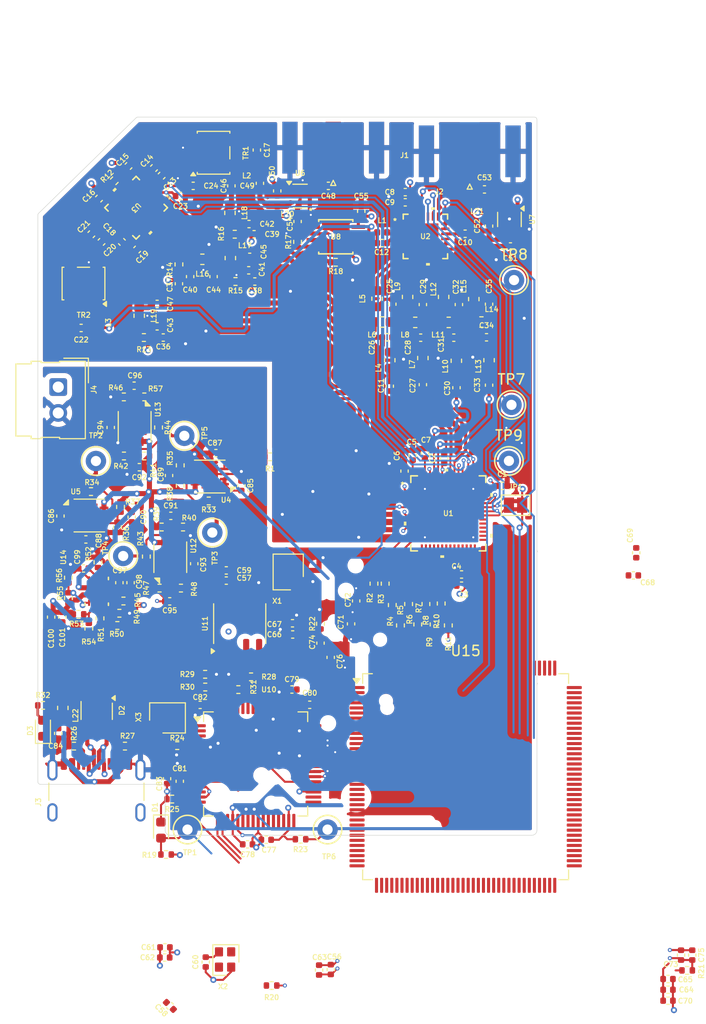
<source format=kicad_pcb>
(kicad_pcb (version 20240108) (generator "pcbnew") (generator_version "8.0")
  (layers (0 "F.Cu" signal) (1 "In1.Cu" signal) (2 "In2.Cu" signal) (31 "B.Cu" signal) (34 "B.Paste" user) (35 "F.Paste" user) (36 "B.SilkS" user "B.Silkscreen") (37 "F.SilkS" user "F.Silkscreen") (38 "B.Mask" user) (39 "F.Mask" user) (44 "Edge.Cuts" user))
  (net 0 "")
  (net 1 "AGND")
  (net 2 "+3V3")
  (net 3 "DGND")
  (net 4 "Net-(U1-REFN)")
  (net 5 "Net-(U1-REFP)")
  (net 6 "Net-(U1-COM)")
  (net 7 "/Payload_Payload_radio_module/TX_RF")
  (net 8 "Net-(U2-RF)")
  (net 9 "Net-(C11-Pad2)")
  (net 10 "/Payload_Payload_radio_module/TX_I_P")
  (net 11 "Net-(U2-LOC)")
  (net 12 "/Payload_Payload_radio_module/LO")
  (net 13 "Net-(C13-Pad1)")
  (net 14 "Net-(U3-RF+)")
  (net 15 "Net-(C14-Pad1)")
  (net 16 "Net-(U3-RF-)")
  (net 17 "+5V")
  (net 18 "/Payload_Payload_radio_module/RX_RF")
  (net 19 "Net-(U3-VCAP)")
  (net 20 "Net-(U3-CMQ)")
  (net 21 "Net-(U3-CMI)")
  (net 22 "Net-(U3-LO-)")
  (net 23 "Net-(C20-Pad2)")
  (net 24 "Net-(U3-LO+)")
  (net 25 "Net-(C21-Pad2)")
  (net 26 "Net-(C22-Pad1)")
  (net 27 "/Payload_Payload_radio_module/DCO_Q")
  (net 28 "/Payload_Payload_radio_module/DCO_I")
  (net 29 "Net-(C25-Pad2)")
  (net 30 "Net-(C25-Pad1)")
  (net 31 "/Payload_Payload_radio_module/TX_I_N")
  (net 32 "Net-(C27-Pad2)")
  (net 33 "Net-(C28-Pad2)")
  (net 34 "Net-(C29-Pad2)")
  (net 35 "Net-(C30-Pad2)")
  (net 36 "/Payload_Payload_radio_module/TX_Q_P")
  (net 37 "Net-(C31-Pad2)")
  (net 38 "Net-(C32-Pad2)")
  (net 39 "Net-(C33-Pad2)")
  (net 40 "/Payload_Payload_radio_module/TX_Q_N")
  (net 41 "Net-(C34-Pad2)")
  (net 42 "Net-(C35-Pad2)")
  (net 43 "/Payload_Payload_radio_module/RX_Q_P")
  (net 44 "/Payload_Payload_radio_module/RX_I_N")
  (net 45 "/Payload_Payload_radio_module/RX_I_P")
  (net 46 "/Payload_Payload_radio_module/RX_Q_N")
  (net 47 "/Payload_Payload_radio_module/Q+")
  (net 48 "/Payload_Payload_radio_module/I-")
  (net 49 "/Payload_Payload_radio_module/I+")
  (net 50 "/Payload_Payload_radio_module/Q-")
  (net 51 "Net-(U6-in)")
  (net 52 "Net-(J1-In)")
  (net 53 "Net-(U6-out)")
  (net 54 "Net-(U7-in)")
  (net 55 "Net-(U7-out)")
  (net 56 "Net-(J2-In)")
  (net 57 "Net-(U8-VREG)")
  (net 58 "+1V2")
  (net 59 "+2V5")
  (net 60 "VCC")
  (net 61 "VBUS")
  (net 62 "Net-(U4-SS)")
  (net 63 "Net-(U5-SS)")
  (net 64 "/Power/VIN")
  (net 65 "Net-(U12-SS)")
  (net 66 "Net-(U13-SS)")
  (net 67 "/Power/BATT_POWER")
  (net 68 "Net-(U14-SS)")
  (net 69 "/ICE_CDONE")
  (net 70 "Net-(D2-L1-Pad6)")
  (net 71 "/USB/DP")
  (net 72 "Net-(D2-L2-Pad4)")
  (net 73 "/USB/DM")
  (net 74 "Net-(D3-A)")
  (net 75 "Net-(J3-VBUS-PadA4)")
  (net 76 "Net-(J3-CC2)")
  (net 77 "Net-(J3-CC1)")
  (net 78 "/SPI_SDO")
  (net 79 "Net-(JP1-A)")
  (net 80 "Net-(U2-LOL)")
  (net 81 "Net-(L2-Pad2)")
  (net 82 "/Payload_Payload_radio_module/BBPI")
  (net 83 "/Payload_Payload_radio_module/BBMI")
  (net 84 "/Payload_Payload_radio_module/BBPQ")
  (net 85 "/Payload_Payload_radio_module/BBMQ")
  (net 86 "/AD0")
  (net 87 "Net-(U1-AD0)")
  (net 88 "Net-(U1-AD1)")
  (net 89 "/AD1")
  (net 90 "Net-(U1-AD2)")
  (net 91 "/AD2")
  (net 92 "Net-(U1-AD3)")
  (net 93 "/AD3")
  (net 94 "/AD4")
  (net 95 "Net-(U1-AD4)")
  (net 96 "Net-(U1-AD5)")
  (net 97 "/AD5")
  (net 98 "/AD6")
  (net 99 "Net-(U1-AD6)")
  (net 100 "/AD7")
  (net 101 "Net-(U1-AD7)")
  (net 102 "/AD8")
  (net 103 "Net-(U1-AD8)")
  (net 104 "/AD9")
  (net 105 "Net-(U1-AD9)")
  (net 106 "Net-(U3-VBIAS)")
  (net 107 "Net-(U8-MOD)")
  (net 108 "/ICE_CRESET")
  (net 109 "/HOST_SCK")
  (net 110 "Net-(U10-REF)")
  (net 111 "Net-(U10-~{RESET})")
  (net 112 "Net-(U11-DO)")
  (net 113 "Net-(U10-EECLK)")
  (net 114 "/USB/F_CS")
  (net 115 "Net-(U10-EEDATA)")
  (net 116 "Net-(U4-PG)")
  (net 117 "Net-(U5-PG)")
  (net 118 "Net-(U4-EN{slash}UVLO)")
  (net 119 "Net-(U5-EN{slash}UVLO)")
  (net 120 "Net-(U12-EN{slash}UVLO)")
  (net 121 "Net-(U13-EN{slash}UVLO)")
  (net 122 "Net-(U12-PG)")
  (net 123 "Net-(U13-PG)")
  (net 124 "Net-(U14-PR1)")
  (net 125 "Net-(U13-SENSE{slash}ADJ)")
  (net 126 "Net-(U12-SENSE{slash}ADJ)")
  (net 127 "Net-(U14-OV1)")
  (net 128 "Net-(U14-ILM)")
  (net 129 "Net-(U14-OV2)")
  (net 130 "Net-(U14-CP2)")
  (net 131 "/DA1")
  (net 132 "/Data_clk")
  (net 133 "/DA3")
  (net 136 "/SPI_SDI")
  (net 137 "/DA8")
  (net 138 "/DA4")
  (net 139 "/SPI_CLK")
  (net 140 "/DA7")
  (net 141 "/DA5")
  (net 142 "/DA9")
  (net 143 "/Payload_Payload_radio_module/LO_TUNE")
  (net 144 "/DA2")
  (net 145 "/DA0")
  (net 146 "/DA6")
  (net 147 "/SPI_CS_FE")
  (net 148 "/TTCK")
  (net 149 "/SPI_CS_M")
  (net 155 "/SYS_clk")
  (net 156 "/DSRn")
  (net 157 "/RS232_RX_TTL")
  (net 158 "/CTSn")
  (net 159 "/HOST_MISO")
  (net 160 "/DCDn")
  (net 161 "/DTRn")
  (net 162 "/RS232_TX_TTL")
  (net 163 "/HOST_MOSI")
  (net 164 "/RTSn")
  (net 165 "/HOST_SS")
  (net 181 "Net-(U10-OSCI)")
  (net 193 "Net-(U15E-GNDPLL1)")
  (net 194 "Net-(U15E-VCCPLL0)")
  (net 195 "Net-(U15E-VCCPLL1)")
  (net 196 "Net-(U15E-GNDPLL0)")
  (footprint "Resistor_SMD:R_0402_1005Metric" (layer "F.Cu") (at 34.7775 72.68625 180)
    (property "Reference" "R33")
    (property "Value" "100k")
  )
  (footprint "Capacitor_SMD:C_0402_1005Metric" (layer "F.Cu") (at 36.5 80.5 180)
    (property "Reference" "C57")
    (property "Value" "0.1u")
  )
  (footprint "Capacitor_SMD:C_0402_1005Metric" (layer "F.Cu") (at 62.3 45.7 90)
    (property "Reference" "C52")
    (property "Value" "1000p")
  )
  (footprint "Capacitor_SMD:C_0402_1005Metric" (layer "F.Cu") (at 20.215 74.16125 -90)
    (property "Reference" "C86")
    (property "Value" "1uF")
  )
  (footprint "Capacitor_SMD:C_0402_1005Metric" (layer "F.Cu") (at 55.5875 56.65375)
    (property "Reference" "C28")
    (property "Value" "3p")
  )
  (footprint "Capacitor_SMD:C_0402_1005Metric" (layer "F.Cu") (at 29.4 40 -135)
    (property "Reference" "C14")
    (property "Value" "0.01uF")
  )
  (footprint "Capacitor_SMD:C_0402_1005Metric" (layer "F.Cu") (at 52.3 56.61625)
    (property "Reference" "C26")
    (property "Value" "3p")
  )
  (footprint "Resistor_SMD:R_0402_1005Metric" (layer "F.Cu") (at 29.9475 81.2375 180)
    (property "Reference" "R47")
    (property "Value" "31.6k")
  )
  (footprint "COMMS_footprints:QFN-24_UF_LIT" (layer "F.Cu") (at 27.645562 43.893329 -135)
    (property "Reference" "U3")
    (property "Value" "LTC5584IUF-PBF")
  )
  (footprint "Capacitor_SMD:C_0402_1005Metric" (layer "F.Cu") (at 32 42.75)
    (property "Reference" "C23")
    (property "Value" "0.1uF")
  )
  (footprint "Capacitor_SMD:C_0402_1005Metric" (layer "F.Cu") (at 79.87 121.74 180)
    (property "Reference" "C70")
    (property "Value" "0.01u")
  )
  (footprint "LED_SMD:LED_0603_1608Metric" (layer "F.Cu") (at 18.5 95 90)
    (property "Reference" "D3")
    (property "Value" "LED")
  )
  (footprint "Resistor_SMD:R_0402_1005Metric" (layer "F.Cu") (at 26.0025 83.70625 180)
    (property "Reference" "R49")
    (property "Value" "5k")
  )
  (footprint "Resistor_SMD:R_0402_1005Metric" (layer "F.Cu") (at 51 80.8 90)
    (property "Reference" "R2")
    (property "Value" "100")
  )
  (footprint "Capacitor_SMD:C_0402_1005Metric" (layer "F.Cu") (at 20 95.5 -90)
    (property "Reference" "C84")
    (property "Value" "4.7u")
  )
  (footprint "Inductor_SMD:L_0603_1608Metric" (layer "F.Cu") (at 55.05 55.15375 180)
    (property "Reference" "L8")
    (property "Value" "3.6u")
  )
  (footprint "Package_TO_SOT_SMD:SOT-363_SC-70-6" (layer "F.Cu") (at 43.75 42.75)
    (property "Reference" "U6")
    (property "Value" "NSVG3117SG6T1G")
  )
  (footprint "Inductor_SMD:L_0402_1005Metric" (layer "F.Cu") (at 41.5 44.25 90)
    (property "Reference" "L20")
    (property "Value" "100n")
  )
  (footprint "Capacitor_SMD:C_0402_1005Metric" (layer "F.Cu") (at 57.9 68.5 90)
    (property "Reference" "C2")
    (property "Value" "0.1uF")
  )
  (footprint "Package_TO_SOT_SMD:SOT-363_SC-70-6" (layer "F.Cu") (at 64.3 45.05 -90)
    (property "Reference" "U7")
    (property "Value" "NSVG3117SG6T1G")
  )
  (footprint "Capacitor_SMD:C_0402_1005Metric" (layer "F.Cu") (at 24 43 45)
    (property "Reference" "C16")
    (property "Value" "0.1uF")
  )
  (footprint "Capacitor_SMD:C_0402_1005Metric" (layer "F.Cu") (at 22.715 76.46125)
    (property "Reference" "C88")
    (property "Value" "1nF")
  )
  (footprint "Capacitor_SMD:C_0402_1005Metric" (layer "F.Cu") (at 26.25 47.25 -45)
    (property "Reference" "C18")
    (property "Value" "0.1uF")
  )
  (footprint "Resistor_SMD:R_0402_1005Metric" (layer "F.Cu") (at 28.4525 68.26875)
    (property "Reference" "R41")
    (property "Value" "100k")
  )
  (footprint "Capacitor_SMD:C_0402_1005Metric" (layer "F.Cu") (at 52.8 53.36625 90)
    (property "Reference" "C25")
    (property "Value" "10p")
  )
  (footprint "Capacitor_SMD:C_0402_1005Metric" (layer "F.Cu") (at 38.7 50.04)
    (property "Reference" "C41")
    (property "Value" "43p")
  )
  (footprint "Capacitor_SMD:C_0402_1005Metric" (layer "F.Cu") (at 54.07 42.36625 180)
    (property "Reference" "C8")
    (property "Value" "1nF")
  )
  (footprint "Resistor_SMD:R_0402_1005Metric" (layer "F.Cu") (at 21.0025 82.20625 -90)
    (property "Reference" "R55")
    (property "Value" "10.2k")
  )
  (footprint "Resistor_SMD:R_0402_1005Metric" (layer "F.Cu") (at 31.9775 71.18625 -90)
    (property "Reference" "R38")
    (property "Value" "100k")
  )
  (footprint "Capacitor_SMD:C_0402_1005Metric" (layer "F.Cu") (at 43.5 45.25 -90)
    (property "Reference" "C54")
    (property "Value" "330n")
  )
  (footprint "Capacitor_SMD:C_0402_1005Metric" (layer "F.Cu") (at 54 69.75 -90)
    (property "Reference" "C6")
    (property "Value" "0.33uF")
  )
  (footprint "Capacitor_SMD:C_0402_1005Metric" (layer "F.Cu") (at 29.71 55.54)
    (property "Reference" "C43")
    (property "Value" "43p")
  )
  (footprint "Capacitor_SMD:C_0402_1005Metric" (layer "F.Cu") (at 19.3025 84.08625 -90)
    (property "Reference" "C100")
    (property "Value" "1uF")
  )
  (footprint "Capacitor_SMD:C_0402_1005Metric" (layer "F.Cu") (at 23.25 46.5 -135)
    (property "Reference" "C21")
    (property "Value" "0.01uF")
  )
  (footprint "Package_QFP:TQFP-144_20x20mm_P0.5mm" (layer "F.Cu") (at 60 99.75)
    (property "Reference" "U15")
    (property "Value" "ICE40HX4K-TQ144")
  )
  (footprint "Inductor_SMD:L_0603_1608Metric" (layer "F.Cu") (at 58.3375 55.15375 180)
    (property "Reference" "L11")
    (property "Value" "3.6u")
  )
  (footprint "Capacitor_SMD:C_0402_1005Metric" (layer "F.Cu") (at 27.215 74.26125 -90)
    (property "Reference" "C90")
    (property "Value" "1uF")
  )
  (footprint "Resistor_SMD:R_0402_1005Metric" (layer "F.Cu") (at 26.4025 82.50625)
    (property "Reference" "R45")
    (property "Value" "18.2k")
  )
  (footprint "Capacitor_SMD:C_0402_1005Metric" (layer "F.Cu") (at 35.4775 67.98625 180)
    (property "Reference" "C87")
    (property "Value" "1nF")
  )
  (footprint "Inductor_SMD:L_0603_1608Metric" (layer "F.Cu") (at 52.55 58.86625 90)
    (property "Reference" "L4")
    (property "Value" "6.8u")
  )
  (footprint "Package_QFP:LQFP-64_10x10mm_P0.5mm" (layer "F.Cu") (at 39.38241 98.5)
    (property "Reference" "U10")
    (property "Value" "FT2232HL")
  )
  (footprint "Capacitor_SMD:C_0402_1005Metric" (layer "F.Cu") (at 30.48 116.5)
    (property "Reference" "C61")
    (property "Value" "1u")
  )
  (footprint "Capacitor_SMD:C_0402_1005Metric" (layer "F.Cu") (at 31.93241 100.2 90)
    (property "Reference" "C81")
    (property "Value" "4.7u")
  )
  (footprint "Capacitor_SMD:C_0402_1005Metric" (layer "F.Cu") (at 81.15 117.265 -90)
    (property "Reference" "C73")
    (property "Value" "10u")
  )
  (footprint "Inductor_SMD:L_0603_1608Metric" (layer "F.Cu") (at 27.95 54.5 -90)
    (property "Reference" "L19")
    (property "Value" "12u")
  )
  (footprint "Resistor_SMD:R_0402_1005Metric" (layer "F.Cu") (at 56.9 84.8 90)
    (property "Reference" "R9")
    (property "Value" "100")
  )
  (footprint "Resistor_SMD:R_0402_1005Metric" (layer "F.Cu") (at 25.5 41.25 45)
    (property "Reference" "R12")
    (property "Value" "0")
  )
  (footprint "Capacitor_SMD:C_0402_1005Metric" (layer "F.Cu") (at 79.87 119.61 180)
    (property "Reference" "C65")
    (property "Value" "1u")
  )
  (footprint "Capacitor_SMD:C_0402_1005Metric" (layer "F.Cu") (at 48.75 84.75 90)
    (property "Reference" "C71")
    (property "Value" "10u")
  )
  (footprint "Capacitor_SMD:C_0402_1005Metric" (layer "F.Cu") (at 30.9475 82.5375)
    (property "Reference" "C95")
    (property "Value" "1uF")
  )
  (footprint "Resistor_SMD:R_0402_1005Metric" (layer "F.Cu") (at 32.2525 75.2425 180)
    (property "Reference" "R40")
    (property "Value" "100k")
  )
  (footprint "Capacitor_SMD:C_0402_1005Metric" (layer "F.Cu") (at 59.6 79.9 180)
    (property "Reference" "C4")
    (property "Value" "0.1uF")
  )
  (footprint "Resistor_SMD:R_0402_1005Metric" (layer "F.Cu") (at 26.4525 68.26875 180)
    (property "Reference" "R42")
    (property "Value" "100k")
  )
  (footprint "Resistor_SMD:R_0402_1005Metric" (layer "F.Cu") (at 28.41 56.64 180)
    (property "Reference" "R13")
    (property "Value" "100")
  )
  (footprint "Resistor_SMD:R_0402_1005Metric" (layer "F.Cu") (at 31.85 49.46 90)
    (property "Reference" "R14")
    (property "Value" "100")
  )
  (footprint "Capacitor_SMD:C_0402_1005Metric" (layer "F.Cu") (at 49.25 82.5 -90)
    (property "Reference" "C72")
    (property "Value" "1u")
  )
  (footprint "Inductor_SMD:L_0603_1608Metric" (layer "F.Cu") (at 60.8 52.86625 90)
    (property "Reference" "L15")
    (property "Value" "1.1u")
  )
  (footprint "Capacitor_SMD:C_0402_1005Metric" (layer "F.Cu") (at 29.71 53.34)
    (property "Reference" "C47")
    (property "Value" "6.8p")
  )
  (footprint "Resistor_SMD:R_0402_1005Metric" (layer "F.Cu") (at 40.8 68.35 180)
    (property "Reference" "R1")
    (property "Value" "3")
  )
  (footprint "Capacitor_SMD:C_0402_1005Metric" (layer "F.Cu") (at 37 41.75 90)
    (property "Reference" "C46")
    (property "Value" "6.8p")
  )
  (footprint "Inductor_SMD:L_0603_1608Metric" (layer "F.Cu") (at 57.8375 52.65375 90)
    (property "Reference" "L12")
    (property "Value" "1.1u")
  )
  (footprint "Capacitor_SMD:C_0402_1005Metric" (layer "F.Cu") (at 52.55 61.41625 90)
    (property "Reference" "C11")
    (property "Value" "1.6p")
  )
  (footprint "Resistor_SMD:R_0402_1005Metric" (layer "F.Cu") (at 38.93241 89.95)
    (property "Reference" "R28")
    (property "Value" "10k")
  )
  (footprint "Inductor_SMD:L_0603_1608Metric" (layer "F.Cu") (at 62.3 58.86625 90)
    (property "Reference" "L13")
    (property "Value" "6.8u")
  )
  (footprint "Capacitor_SMD:C_0402_1005Metric" (layer "F.Cu") (at 38.8 48)
    (property "Reference" "C45")
    (property "Value" "6.8p")
  )
  (footprint "Resistor_SMD:R_0402_1005Metric" (layer "F.Cu") (at 25.815 75.27125 90)
    (property "Reference" "R36")
    (property "Value" "100k")
  )
  (footprint "Capacitor_SMD:C_0402_1005Metric" (layer "F.Cu") (at 51.8 47.36625)
    (property "Reference" "C12")
    (property "Value" "3pF")
  )
  (footprint "Capacitor_SMD:C_0402_1005Metric" (layer "F.Cu") (at 82.25 117.265 -90)
    (property "Reference" "C75")
    (property "Value" "0.1u")
  )
  (footprint "Resistor_SMD:R_0402_1005Metric" (layer "F.Cu") (at 34.42241 89.7 180)
    (property "Reference" "R29")
    (property "Value" "10k")
  )
  (footprint "Capacitor_SMD:C_0402_1005Metric" (layer "F.Cu") (at 36.5 79.5 180)
    (property "Reference" "C59")
    (property "Value" "0.1u")
  )
  (footprint "Resistor_SMD:R_0402_1005Metric" (layer "F.Cu") (at 29.8525 65.46875 -90)
    (property "Reference" "R44")
    (property "Value" "100k")
  )
  (footprint "Resistor_SMD:R_0402_1005Metric" (layer "F.Cu") (at 18.5 92.75 180)
    (property "Reference" "R32")
    (property "Value" "2.2k")
  )
  (footprint "Resistor_SMD:R_0402_1005Metric" (layer "F.Cu") (at 28.4525 62.46875)
    (property "Reference" "R57")
    (property "Value" "330")
  )
  (footprint "Resistor_SMD:R_0402_1005Metric" (layer "F.Cu") (at 26.55 96.75)
    (property "Reference" "R27")
    (property "Value" "5.1k")
  )
  (footprint "Capacitor_SMD:C_0402_1005Metric" (layer "F.Cu") (at 30.31 56.64)
    (property "Reference" "C36")
    (property "Value" "1u")
  )
  (footprint "Inductor_SMD:L_0603_1608Metric" (layer "F.Cu") (at 20.45 93 90)
    (property "Reference" "L22")
    (property "Value" "600 ohm 500 mA")
  )
  (footprint "Resistor_SMD:R_0402_1005Metric" (layer "F.Cu") (at 47.25 49.25 180)
    (property "Reference" "R18")
    (property "Value" "1300")
  )
  (footprint "Capacitor_SMD:C_0402_1005Metric" (layer "F.Cu") (at 30.96 122.25 -45)
    (property "Reference" "C58")
    (property "Value" "0.1u")
  )
  (footprint "Capacitor_SMD:C_0402_1005Metric" (layer "F.Cu") (at 24.25 47.25 -135)
    (property "Reference" "C20")
    (property "Value" "0.01uF")
  )
  (footprint "Resistor_SMD:R_0402_1005Metric" (layer "F.Cu") (at 52.8 82.9 90)
    (property "Reference" "R4")
    (property "Value" "100")
  )
  (footprint "Capacitor_SMD:C_0402_1005Metric" (layer "F.Cu") (at 46.52 41.75 180)
    (property "Reference" "C48")
    (property "Value" "100p")
  )
  (footprint "Inductor_SMD:L_0402_1005Metric" (layer "F.Cu") (at 51.8 46.31625)
    (property "Reference" "L1")
    (property "Value" "5.6nH")
  )
  (footprint "Resistor_SMD:R_0402_1005Metric" (layer "F.Cu") (at 58.3 84.9 90)
    (property "Reference" "R11")
    (property "Value" "100")
  )
  (footprint "TestPoint:TestPoint_Keystone_5000-5004_Miniature" (layer "F.Cu") (at 64.75 51)
    (property "Reference" "TP8")
    (property "Value" "TestPoint")
  )
  (footprint "Capacitor_SMD:C_0402_1005Metric" (layer "F.Cu") (at 43 84.69 180)
    (property "Reference" "C67")
    (property "Value" "0.1u")
  )
  (footprint "Capacitor_SMD:C_0402_1005Metric" (layer "F.Cu") (at 59.3375 53.40375 90)
    (property "Reference" "C32")
    (property "Value" "10p")
  )
  (footprint "Inductor_SMD:L_0603_1608Metric" (layer "F.Cu") (at 51.8 55.11625 180)
    (property "Reference" "L6")
    (property "Value" "3.6u")
  )
  (footprint "Capacitor_SMD:C_0402_1005Metric" (layer "F.Cu") (at 30.8775 70.18625 90)
    (property "Reference" "C89")
    (property "Value" "1uF")
  )
  (footprint "COMMS_footprints:21-0036K_MXM" (layer "F.Cu") (at 47.25 46.75)
    (property "Reference" "U8")
    (property "Value" "MAX2754EUA+")
  )
  (footprint "Inductor_SMD:L_0603_1608Metric" (layer "F.Cu") (at 34.15 48.96 180)
    (property "Reference" "L16")
    (property "Value" "12u")
  )
  (footprint "Capacitor_SMD:C_0402_1005Metric" (layer "F.Cu") (at 38.591205 106.391205)
    (property "Reference" "C78")
    (property "Value" "4.7u")
  )
  (footprint "Capacitor_SMD:C_0402_1005Metric" (layer "F.Cu") (at 40.421205 105.941205 180)
    (property "Reference" "C77")
    (property "Value" "0.1u")
  )
  (footprint "Connector_USB:USB_C_Receptacle_GCT_USB4105-xx-A_16P_TopMnt_Horizontal" (layer "F.Cu") (at 23.75 102.18)
    (property "Reference" "J3")
    (property "Value" "USB_C_Receptacle_USB2.0_14P")
  )
  (footprint "Capacitor_SMD:C_0402_1005Metric" (layer "F.Cu") (at 44.691205 92.691205)
    (property "Reference" "C80")
    (property "Value" "0.1u")
  )
  (footprint "Capacitor_SMD:C_0402_1005Metric" (layer "F.Cu") (at 42.941205 91.191205 180)
    (property "Reference" "C79")
    (property "Value" "4.7u")
  )
  (footprint "Capacitor_SMD:C_0402_1005Metric" (layer "F.Cu") (at 27.1025 80.70625 90)
    (property "Reference" "C98")
    (property "Value" "100nF")
  )
  (footprint "TestPoint:TestPoint_Keystone_5000-5004_Miniature" (layer "F.Cu") (at 32.3775 66.28625 -90)
    (property "Reference" "TP5")
    (property "Value" "TestPoint")
  )
  (footprint "Resistor_SMD:R_0402_1005Metric" (layer "F.Cu") (at 31.9775 69.18625 -90)
    (property "Reference" "R35")
    (property "Value" "100k")
  )
  (footprint "Resistor_SMD:R_0402_1005Metric" (layer "F.Cu") (at 26.4425 62.46875)
    (property "Reference" "R46")
    (property "Value" "100k")
  )
  (footprint "Capacitor_SMD:C_0402_1005Metric" (layer "F.Cu") (at 61.85 42.1)
    (property "Reference" "C53")
    (property "Value" "100p")
  )
  (footprint "Inductor_SMD:L_0603_1608Metric" (layer "F.Cu") (at 36.9 48.84 -90)
    (property "Reference" "L17")
    (property "Value" "12u")
  )
  (footprint "Transformer_SMD:Transformer_MiniCircuits_AT224-1A" (layer "F.Cu") (at 22.48 51.34 180)
    (property "Reference" "TR2")
    (property "Value" "TC1-1-13M+")
  )
  (footprint "Connector_Coaxial:SMA_Amphenol_132289_EdgeMount" (layer "F.Cu") (at 47 38 90)
    (property "Reference" "J1")
    (property "Value" "SMA")
  )
  (footprint "Capacitor_SMD:C_0402_1005Metric" (layer "F.Cu") (at 41.5 42.25 90)
    (property "Reference" "C50")
    (property "Value" "1000p")
  )
  (footprint "Package_CSP:LFCSP-8-1EP_3x3mm_P0.5mm_EP1.6x2.34mm" (layer "F.Cu") (at 31.0025 78.205 90)
    (property "Reference" "U12")
    (property "Value" "ADP7105ACPZ-R7")
  )
  (footprint "Capacitor_SMD:C_0402_1005Metric" (layer "F.Cu") (at 56 68 90)
    (property "Reference" "C7")
    (property "Value" "0.33uF")
  )
  (footprint "COMMS_footprints:21-0144_T5677&plus_2_MXM" (layer "F.Cu") (at 58.3 73.9)
    (property "Reference" "U1")
    (property "Value" "max19713etn+")
  )
  (footprint "Resistor_SMD:R_0402_1005Metric" (layer "F.Cu") (at 31.68241 96.7)
    (property "Reference" "R24")
    (property "Value" "2.2k")
  )
  (footprint "Resistor_SMD:R_0402_1005Metric" (layer "F.Cu") (at 21.9925 83.80625 180)
    (property "Reference" "R53")
    (property "Value" "23.7k")
  )
  (footprint "Resistor_SMD:R_0402_1005Metric" (layer "F.Cu") (at 40.95 120.25 180)
    (property "Reference" "R20")
    (property "Value" "10k")
  )
  (footprint "Capacitor_SMD:C_0402_1005Metric" (layer "F.Cu") (at 22.4825 79.30625)
    (property "Reference" "C99")
    (property "Value" "1uF")
  )
  (footprint "Resistor_SMD:R_0402_1005Metric" (layer "F.Cu") (at 37.33 46.5 180)
    (property "Reference" "R16")
    (property "Value" "100")
  )
  (footprint "Capacitor_SMD:C_0402_1005Metric" (layer "F.Cu") (at 31.85 51.36 -90)
    (property "Reference" "C37")
    (property "Value" "1u")
  )
  (footprint "Capacitor_SMD:C_0402_1005Metric" (layer "F.Cu") (at 39.3 51.14)
    (property "Reference" "C38")
    (property "Value" "1u")
  )
  (footprint "Capacitor_SMD:C_0402_1005Metric" (layer "F.Cu") (at 37.9775 71.18625 90)
    (property "Reference" "C85")
    (property "Value" "1uF")
  )
  (footprint "Resistor_SMD:R_0402_1005Metric" (layer "F.Cu") (at 56.1 82.8 90)
    (property "Reference" "R8")
    (property "Value" "100")
  )
  (footprint "Resistor_SMD:R_0402_1005Metric" (layer "F.Cu") (at 26.115 73.27125 90)
    (property "Reference" "R37")
    (property "Value" "100k")
  )
  (footprint "Capacitor_SMD:C_0402_1005Metric" (layer "F.Cu") (at 27.4525 61.36875 180)
    (property "Reference" "C96")
    (property "Value" "1uF")
  )
  (footprint "Resistor_SMD:R_0402_1005Metric" (layer "F.Cu") (at 28.6525 78.1425 90)
    (property "Reference" "R43")
    (property "Value" "100k")
  )
  (footprint "Resistor_SMD:R_0402_1005Metric" (layer "F.Cu") (at 81.75 118.765 180)
    (property "Reference" "R21")
    (property "Value" "100")
  )
  (footprint "Capacitor_SMD:C_0402_1005Metric" (layer "F.Cu") (at 58.8375 56.65375)
    (property "Reference" "C31")
    (property "Value" "3p")
  )
  (footprint "Capacitor_SMD:C_0402_1005Metric" (layer "F.Cu") (at 54.07 43.36625 180)
    (property "Reference" "C9")
    (property "Value" "4.7uF")
  )
  (footprint "Inductor_SMD:L_0603_1608Metric" (layer "F.Cu") (at 51.3 52.82875 90)
    (property "Reference" "L5")
    (property "Value" "1.1u")
  )
  (footprint "Inductor_SMD:L_0402_1005Metric" (layer "F.Cu") (at 23.75 55.18 -90)
    (property "Reference" "L3")
    (property "Value" "3nH")
  )
  (footprint "Resistor_SMD:R_0402_1005Metric" (layer "F.Cu") (at 24.1025 84.20625 90)
    (property "Reference" "R51")
    (property "Value" "5k")
  )
  (footprint "TestPoint:TestPoint_Keystone_5000-5004_Miniature" (layer "F.Cu") (at 35.1275 75.78625 180)
    (property "Reference" "TP3")
    (property "Value" "TestPoint")
  )
  (footprint "Capacitor_SMD:C_0402_1005Metric" (layer "F.Cu") (at 30.68241 99.95 -90)
    (property "Reference" "C83")
    (property "Value" "0.1u")
  )
  (footprint "Resistor_SMD:R_0402_1005Metric" (layer "F.Cu") (at 31.18241 101.95)
    (property "Reference" "R25")
    (property "Value" "12k")
  )
  (footprint "Capacitor_SMD:C_0402_1005Metric" (layer "F.Cu") (at 30.15 40.75 -135)
    (property "Reference" "C13")
    (property "Value" "0.01uF")
  )
  (footprint "Capacitor_SMD:C_0402_1005Metric" (layer "F.Cu") (at 32.95 50.66 -90)
    (property "Reference" "C40")
    (property "Value" "43p")
  )
  (footprint "Capacitor_SMD:C_0402_1005Metric" (layer "F.Cu") (at 59.1 61.56625 90)
    (property "Reference" "C30")
    (property "Value" "1.6p")
  )
  (footprint "Package_CSP:LFCSP-8-1EP_3x3mm_P0.5mm_EP1.6x2.34mm" (layer "F.Cu") (at 23.0525 74.11125)
    (property "Reference" "U5")
    (property "Value" "ADP7105ACPZ-5.0-R7")
  )
  (footprint "Capacitor_SMD:C_0402_1005Metric" (layer "F.Cu") (at 46.75 88.04 90)
    (property "Reference" "C76")
    (property "Value" "0.1u")
  )
  (footprint "Capacitor_SMD:C_0402_1005Metric" (layer "F.Cu") (at 27.75 48 -135)
    (property "Reference" "C19")
    (property "Value" "0.1uF")
  )
  (footprint "TestPoint:TestPoint_Keystone_5000-5004_Miniature" (layer "F.Cu") (at 23.7 68.76125)
    (property "Reference" "TP2")
    (property "Value" "TestPoint")
  )
  (footprint "Capacitor_SMD:C_0402_1005Metric" (layer "F.Cu") (at 35.25 50.66 -90)
    (property "Reference" "C44")
    (property "Value" "6.8p")
  )
  (footprint "Capacitor_SMD:C_0402_1005Metric" (layer "F.Cu") (at 62.3 61.31625 90)
    (property "Reference" "C33")
    (property "Value" "1.6p")
  )
  (footprint "Inductor_SMD:L_0603_1608Metric" (layer "F.Cu") (at 54.3 52.65375 90)
    (property "Reference" "L9")
    (property "Value" "1.1u")
  )
  (footprint "Capacitor_SMD:C_0402_1005Metric" (layer "F.Cu") (at 33.93241 92.7 180)
    (property "Reference" "C82")
    (property "Value" "0.1u")
  )
  (footprint "Resistor_SMD:R_0402_1005Metric" (layer "F.Cu") (at 23.0025 85.20625 90)
    (property "Reference" "R54")
    (property "Value" "5k")
  )
  (footprint "Jumper:SolderJumper-2_P1.3mm_Bridged2Bar_Pad1.0x1.5mm" (layer "F.Cu") (at 64.9 73.1)
    (property "Reference" "JP1")
    (property "Value" "Jumper_2_Bridged")
  )
  (footprint "COMMS_footprints:Oscillator_SMD_SiTime_PQFD-4L_2.5x2mm" (layer "F.Cu") (at 42.5 79.5 180)
    (property "Reference" "X1")
    (property "Value" "SIT8918AE-13-33N-45")
  )
  (footprint "Inductor_SMD:L_0603_1608Metric" (layer "F.Cu") (at 36.86 44.41 -90)
    (property "Reference" "L18")
    (property "Value" "12u")
  )
  (footprint "Resistor_SMD:R_0402_1005Metric" (layer "F.Cu") (at 32.0475 81.2375 180)
    (property "Reference" "R48")
    (property "Value" "30.1k")
  )
  (footprint "LED_SMD:LED_0603_1608Metric" (layer "F.Cu") (at 30.091205 104.991205 -90)
    (property "Reference" "D1")
    (property "Value" "LED")
  )
  (footprint "Capacitor_SMD:C_0402_1005Metric" (layer "F.Cu") (at 33.3525 78.8425 90)
    (property "Reference" "C93")
    (property "Value" "1nF")
  )
  (footprint "Resistor_SMD:R_0402_1005Metric" (layer "F.Cu") (at 52.1 80.8 90)
    (property "Reference" "R3")
    (property "Value" "100")
  )
  (footprint "COMMS_footprints:QFN-24_UF_LIT" (layer "F.Cu") (at 56.05 46.713851)
    (property "Reference" "U2")
    (property "Value" "LTC5599IUF-PBF")
  )
  (footprint "Capacitor_SMD:C_0402_1005Metric" (layer "F.Cu") (at 76.47 79.99 180)
    (property "Reference" "C68")
    (property "Value" "0.1u")
  )
  (footprint "Capacitor_SMD:C_0402_1005Metric" (layer "F.Cu") (at 45.75 86.64 90)
    (property "Reference" "C74")
    (property "Value" "10u")
  )
  (footprint "Capacitor_SMD:C_0402_1005Metric" (layer "F.Cu") (at 63.6 71.2)
    (property "Reference" "C1")
    (property "Value" "2.2uF")
  )
  (footprint "Capacitor_SMD:C_0402_1005Metric" (layer "F.Cu") (at 38.73 45.5)
    (property "Reference" "C42")
    (property "Value" "43p")
  )
  (footprint "Capacitor_SMD:C_0402_1005Metric" (layer "F.Cu") (at 62.3 53.36625 90)
    (property "Reference" "C35")
    (property "Value" "10p")
  )
  (footprint "Capacitor_SMD:C_0402_1005Metric" (layer "F.Cu") (at 64.4 47.7 180)
    (property "Reference" "C51")
    (property "Value" "100p")
  )
  (footprint "Capacitor_SMD:C_0402_1005Metric" (layer "F.Cu") (at 26.9 39.8 -135)
    (property "Reference" "C15")
    (property "Value" "0.01uF")
  )
  (footprint "Capacitor_SMD:C_0402_1005Metric" (layer "F.Cu") (at 43.02 85.79 180)
    (property "Reference" "C66")
    (property "Value" "0.1u")
  )
  (footprint "Package_CSP:LFCSP-8-1EP_3x3mm_P0.5mm_EP1.6x2.34mm" (layer "F.Cu") (at 34.8775 70.28625 180)
    (property "Reference" "U4")
    (property "Value" "ADP7105ACPZ-3.3-R7")
  )
  (footprint "Resistor_SMD:R_0402_1005Metric" (layer "F.Cu") (at 45.75 84.74 90)
    (property "Reference" "R22")
    (property "Value" "100")
  )
  (footprint "Connector_Molex:Molex_SL_171971-0002_1x02_P2.54mm_Vertical" (layer "F.Cu") (at 20 61.5 -90)
    (property "Reference" "J4")
    (property "Value" "Conn_01x02_Pin")
  )
  (footprint "Capacitor_SMD:C_0402_1005Metric" (layer "F.Cu") (at 34.48 117.945 -90)
    (property "Reference" "C60")
    (property "Value" "10u")
  )
  (footprint "Connector_Coaxial:SMA_Amphenol_132289_EdgeMount" (layer "F.Cu") (at 60.4 38.3625 90)
    (property "Reference" "J2")
    (property "Value" "SMA")
  )
  (footprint "Capacitor_SMD:C_0402_1005Metric" (layer "F.Cu") (at 27.9525 69.36875 180)
    (property "Reference" "C92")
    (property "Value" "1uF")
  )
  (footprint "Resistor_SMD:R_0402_1005Metric" (layer "F.Cu") (at 55.3 84.8 90)
    (property "Reference" "R7")
    (property "Value" "100")
  )
  (footprint "Resistor_SMD:R_0402_1005Metric" (layer "F.Cu") (at 23.215 71.76125)
    (property "Reference" "R34")
    (property "Value" "100k")
  )
  (footprint "Capacitor_SMD:C_0402_1005Metric" (layer "F.Cu") (at 39.23 46.5)
    (property "Reference" "C39")
    (property "Value" "1u")
  )
  (footprint "Capacitor_SMD:C_0402_1005Metric" (layer "F.Cu") (at 26.0025 80.70625 90)
    (property "Reference" "C97")
    (property "Value" "1uF")
  )
  (footprint "Capacitor_SMD:C_0402_1005Metric" (layer "F.Cu") (at 59.95 46.45)
    (property "Reference" "C10")
    (property "Value" "10uF")
  )
  (footprint "Capacitor_SMD:C_0402_1005Metric" (layer "F.Cu") (at 54.8 68.2 90)
    (property "Reference" "C5")
    (property "Value" "0.33uF")
  )
  (footprint "Resistor_SMD:R_0402_1005Metric" (layer "F.Cu") (at 34.43241 90.95 180)
    (property "Reference" "R30")
    (property "Value" "10k")
  )
  (footprint "Resistor_SMD:R_0402_1005Metric" (layer "F.Cu") (at 43.5 47.25 90)
    (property "Reference" "R17")
    (property "Value" "1000")
  )
  (footprint "Resistor_SMD:R_0402_1005Metric" (layer "F.Cu") (at 57.6 82.75 90)
    (property "Reference" "R10")
    (property "Value" "100")
  )
  (footprint "Resistor_SMD:R_0402_1005Metric" (layer "F.Cu") (at 21.55 96.75 180)
    (property "Reference" "R26")
    (property "Value" "5.1k")
  )
  (footprint "TestPoint:TestPoint_Keystone_5000-5004_Miniature" (layer "F.Cu") (at 32.691205 104.941205)
    (property "Reference" "TP1")
    (property "Value" "TestPoint")
  )
  (footprint "Capacitor_SMD:C_0402_1005Metric" (layer "F.Cu") (at 30.46 117.5)
    (property "Reference" "C62")
    (property "Value" "0.1u")
  )
  (footprint "Capacitor_SMD:C_0402_1005Metric" (layer "F.Cu") (at 22.25 55.7 180)
    (property "Reference" "C22")
    (property "Value" "1.5pF")
  )
  (footprint "TestPoint:TestPoint_Keystone_5000-5004_Miniature" (layer "F.Cu") (at 46.441205 104.941205)
    (property "Reference" "TP6")
    (property "Value" "TestPoint")
  )
  (footprint "Inductor_SMD:L_0603_1608Metric" (layer "F.Cu") (at 55.8 58.65375 90)
    (property "Reference" "L7")
    (property "Value" "6.8u")
  )
  (footprint "Inductor_SMD:L_0402_1005Metric" (layer "F.Cu") (at 39 39.75 180)
    (property "Reference" "L2")
    (property "Value" "4nH")
  )
  (footprint "COMMS_footprints:Oscillator_SMD_SiTime_PQFD-4L_2.5x2mm" (layer "F.Cu") (at 30.88241 93.9 90)
    (property "Reference" "X3")
    (property "Value" "SIT9003AI-13-33DB-12.00000Y")
  )
  (footprint "Capacitor_SMD:C_0402_1005Metric" (layer "F.Cu") (at 25.1525 65.46875 -90)
    (property "Reference" "C94")
    (property "Value" "1nF")
  )
  (footprint "Package_TO_SOT_SMD:TSOT-23-6_HandSoldering" (layer "F.Cu") (at 23.8 93.25 -90)
    (property "Reference" "D2")
    (property "Value" "USBLC6-2SC6")
  )
  (footprint "Resistor_SMD:R_0402_1005Metric" (layer "F.Cu") (at 25.8025 84.90625)
    (property "Reference" "R50")
    (property "Value" "63.4k")
  )
  (footprint "Resistor_SMD:R_0402_1005Metric" (layer "F.Cu") (at 37.4 51.14 180)
    (property "Reference" "R15")
    (property "Value" "100")
  )
  (footprint "Resistor_SMD:R_0402_1005Metric" (layer "F.Cu") (at 37.68241 91.2)
    (property "Reference" "R31")
    (property "Value" "2.2k")
  )
  (footprint "Capacitor_SMD:C_0402_1005Metric" (layer "F.Cu") (at 59.6 81 180)
    (property "Reference" "C3")
    (property "Value" "2.2uF")
  )
  (footprint "Inductor_SMD:L_0603_1608Metric" (layer "F.Cu") (at 59.0875 58.92125 90)
    (property "Reference" "L10")
    (property "Value" "6.8u")
  )
  (footprint "Resistor_SMD:R_0402_1005Metric" (layer "F.Cu") (at 43.791205 105.891205)
    (property "Reference" "R23")
    (property "Value" "10k")
  )
  (footprint "Capacitor_SMD:C_0402_1005Metric" (layer "F.Cu") (at 33.25 41.75)
    (property "Reference" "C24")
    (property "Value" "0.1uF")
  )
  (footprint "TestPoint:TestPoint_Keystone_5000-5004_Miniature" (layer "F.Cu") (at 64.5 63.25)
    (property "Reference" "TP7")
    (property "Value" "TestPoint")
  )
  (footprint "Capacitor_SMD:C_0402_1005Metric" (layer "F.Cu") (at 39.5 38.235 90)
    (property "Reference" "C17")
    (property "Value" "1pF")
  )
  (footprint "Capacitor_SMD:C_0402_1005Metric" (layer "F.Cu") (at 20.4025 84.08625 -90)
    (property "Reference" "C101")
    (property "Value" "100nF")
  )
  (footprint "TestPoint:TestPoint_Keystone_5000-5004_Miniature" (layer "F.Cu") (at 26.3775 78.08625 90)
    (property "Reference" "TP4")
    (property "Value" "TestPoint")
  )
  (footprint "Capacitor_SMD:C_0402_1005Metric" (layer "F.Cu") (at 62.05 56.61625)
    (property "Reference" "C34")
    (property "Value" "3p")
  )
  (footprint "Resistor_SMD:R_0402_1005Metric" (layer "F.Cu") (at 30.1525 75.2425 180)
    (property "Reference" "R39")
    (property "Value" "100k")
  )
  (footprint "Capacitor_SMD:C_0402_1005Metric" (layer "F.Cu") (at 76.75 77.77 -90)
    (property "Reference" "C69")
    (property "Value" "0.1u")
  )
  (footprint "Capacitor_SMD:C_0402_1005Metric" (layer "F.Cu") (at 46.76 118.68 90)
    (property "Reference" "C56")
    (property "Value" "0.1u")
  )
  (footprint "BPP_Lib:TPS2121" (layer "F.Cu") (at 23.7775 81.531248 90)
    (property "Reference" "U14")
    (property "Value" "TPS2121RUXR")
  )
  (footprint "Capacitor_SMD:C_0402_1005Metric" (layer "F.Cu") (at 31.0525 74.1425)
    (property "Reference" "C91")
    (property "Value" "1uF")
  )
  (footprint "Capacitor_SMD:C_0402_1005Metric" (layer "F.Cu") (at 45.61 118.73 90)
    (property "Reference" "C63")
    (property "Value" "0.01u")
  )
  (footprint "Resistor_SMD:R_0402_1005Metric" (layer "F.Cu") (at 30.591205 107.391205 180)
    (property "Reference" "R19")
    (property "Value" "650")
  )
  (footprint "TestPoint:TestPoint_Keystone_5000-5004_Miniature" (layer "F.Cu") (at 64.25 68.75)
    (property "Reference" "TP9")
    (property "Value" "TestPoint")
  )
  (footprint "Resistor_SMD:R_0402_1005Metric" (layer "F.Cu") (at 23.9025 78.70625 90)
    (property "Reference" "R52")
    (property "Value" "21.5k")
  )
  (footprint "Capacitor_SMD:C_0402_1005Metric" (layer "F.Cu") (at 39.8 41.5 -90)
    (property "Reference" "C49")
    (property "Value" "100p")
  )
  (footprint "Resistor_SMD:R_0402_1005Metric" (layer "F.Cu") (at 54.4 82.8 90)
    (property "Reference" "R6")
    (property "Value" "100")
  )
  (footprint "Resistor_SMD:R_0402_1005Metric" (layer "F.Cu") (at 21.0025 80.21625 -90)
    (property "Reference" "R56")
    (property "Value" "5k")
  )
  (footprint "Capacitor_SMD:C_0402_1005Metric" (layer "F.Cu") (at 49.75 44.25 -90)
    (property "Reference" "C55")
    (property "Value" "330n")
  )
  (footprint "COMMS_footprints:Oscillator_SMD_SiTime_PQFD-4L_2x1.6mm" (layer "F.Cu") (at 36.18 117.345 180)
    (property "Reference" "X2")
    (property "Value" "SIT8925BA-78-25N-125.000000")
  )
  (footprint "Capacitor_SMD:C_0402_1005Metric" (layer "F.Cu") (at 79.87 120.665 180)
    (property "Reference" "C64")
    (property "Value" "10u")
  )
  (footprint "Package_SO:SOIC-8_3.9x4.9mm_P1.27mm" (layer "F.Cu") (at 37.81741 84.725 90)
    (property "Reference" "U11")
    (property "Value" "93LC56")
  )
  (footprint "Package_CSP:LFCSP-8-1EP_3x3mm_P0.5mm_EP1.6x2.34mm" (layer "F.Cu") (at 27.5025 65.40625 -90)
    (property "Reference" "U13")
    (property "Value" "ADP7105ACPZ-R7")
  )
  (footprint "Transformer_SMD:Transformer_MiniCircuits_AT224-1A" (layer "F.Cu") (at 35.25 38.5 90)
    (property "Reference" "TR1")
    (property "Value" "TC1-1-13M+")
  )
  (footprint "Inductor_SMD:L_0402_1005Metric" (layer "F.Cu") (at 62.3 43.75 90)
    (property "Reference" "L21")
    (property "Value" "100n")
  )
  (footprint "Capacitor_SMD:C_0402_1005Metric" (layer "F.Cu") (at 55.8 61.26625 90)
    (property "Reference" "C27")
    (property "Value" "1.6p")
  )
  (footprint "Capacitor_SMD:C_0402_1005Metric" (layer "F.Cu") (at 55.8 53.40375 90)
    (property "Reference" "C29")
    (property "Value" "10p")
  )
  (footprint "Resistor_SMD:R_0402_1005Metric" (layer "F.Cu") (at 53.6 84.9 90)
    (property "Reference" "R5")
    (property "Value" "100")
  )
  (footprint "Inductor_SMD:L_0603_1608Metric" (layer "F.Cu") (at 61.55 55.11625 180)
    (property "Reference" "L14")
    (property "Value" "3.6u")
  )
  (gr_line (start 18.058579 44.458579) (end 27.658579 35.058579) (stroke (width 0.05)) (layer "Edge.Cuts"))
  (gr_arc (start 67 105) (mid 66.853553 105.353553) (end 66.5 105.5) (stroke (width 0.05)) (layer "Edge.Cuts"))
  (gr_line (start 18 44.6) (end 18 100.25) (stroke (width 0.05)) (layer "Edge.Cuts"))
  (gr_line (start 31 105.5) (end 66.5 105.5) (stroke (width 0.05)) (layer "Edge.Cuts"))
  (gr_line (start 30.5 100.75) (end 30.5 105) (stroke (width 0.05)) (layer "Edge.Cuts"))
  (gr_arc (start 66.75 35) (mid 66.926777 35.073223) (end 67 35.25) (stroke (width 0.05)) (layer "Edge.Cuts"))
  (gr_line (start 67 105) (end 67 35.25) (stroke (width 0.05)) (layer "Edge.Cuts"))
  (gr_arc (start 27.658579 35.058579) (mid 27.723464 35.015225) (end 27.8 35) (stroke (width 0.05)) (layer "Edge.Cuts"))
  (gr_arc (start 67 90.75) (mid 67.01903 90.654329) (end 67.073223 90.573223) (stroke (width 0.05)) (layer "Edge.Cuts"))
  (gr_arc (start 18.25 100.5) (mid 18.073223 100.426777) (end 18 100.25) (stroke (width 0.05)) (layer "Edge.Cuts"))
  (gr_line (start 18.25 100.5) (end 30.25 100.5) (stroke (width 0.05)) (layer "Edge.Cuts"))
  (gr_arc (start 30.25 100.5) (mid 30.426777 100.573223) (end 30.5 100.75) (stroke (width 0.05)) (layer "Edge.Cuts"))
  (gr_arc (start 31 105.5) (mid 30.646447 105.353553) (end 30.5 105) (stroke (width 0.05)) (layer "Edge.Cuts"))
  (gr_line (start 66.75 35) (end 27.8 35) (stroke (width 0.05)) (layer "Edge.Cuts"))
  (gr_arc (start 67.073223 77.676777) (mid 67.01903 77.595671) (end 67 77.5) (stroke (width 0.05)) (layer "Edge.Cuts"))
  (gr_arc (start 18 44.6) (mid 18.015224 44.523463) (end 18.058579 44.458579) (stroke (width 0.05)) (layer "Edge.Cuts"))
  (segment (start 55.299999 45.96385) (end 54.097601 45.96385) (width 0.3) (layer "F.Cu") (net 1))
  (segment (start 54.8456 75.699999) (end 55.449999 75.699999) (width 0.18) (layer "F.Cu") (net 1))
  (segment (start 61.7544 72.100001) (end 60.099999 72.100001) (width 0.18) (layer "F.Cu") (net 1))
  (segment (start 58.002399 44.913851) (end 58.45 44.46625) (width 0.3) (layer "F.Cu") (net 1))
  (segment (start 56.197601 46.713851) (end 56.05 46.713851) (width 0.3) (layer "F.Cu") (net 1))
  (segment (start 54.8456 72.899999) (end 57.299999 72.899999) (width 0.18) (layer "F.Cu") (net 1))
  (segment (start 58.002399 46.963851) (end 58.002399 47.463852) (width 0.2) (layer "F.Cu") (net 1))
  (segment (start 57.3 48.66625) (end 57.725 48.24125) (width 0.3) (layer "F.Cu") (net 1))
  (segment (start 39.21 45.5) (end 39.21 46) (width 0.2) (layer "F.Cu") (net 1))
  (segment (start 58.081962 67.838038) (end 58.081962 66.681962) (width 0.18) (layer "F.Cu") (net 1))
  (segment (start 26.795338 41.982444) (end 27.645562 42.832668) (width 0.3) (layer "F.Cu") (net 1))
  (segment (start 58.002399 45.96385) (end 58.002399 45.463851) (width 0.3) (layer "F.Cu") (net 1))
  (segment (start 55.299999 47.463852) (end 56.05 46.713851) (width 0.3) (layer "F.Cu") (net 1))
  (segment (start 57.725 48.24125) (end 58.002399 47.963851) (width 0.3) (layer "F.Cu") (net 1))
  (segment (start 26.584901 43.893329) (end 25.734677 44.743553) (width 0.3) (layer "F.Cu") (net 1))
  (segment (start 53 47.834452) (end 53 48.11625) (width 0.3) (layer "F.Cu") (net 1))
  (segment (start 25.860624 40.889376) (end 25.860624 41.04773) (width 0.3) (layer "F.Cu") (net 1))
  (segment (start 63.65 46) (end 64.3 46) (width 0.2) (layer "F.Cu") (net 1))
  (segment (start 53.347601 45.963851) (end 53.1 45.71625) (width 0.3) (layer "F.Cu") (net 1))
  (segment (start 58.1 73.7) (end 58.3 73.9) (width 0.18) (layer "F.Cu") (net 1))
  (segment (start 39.21 46) (end 39.71 46.5) (width 0.2) (layer "F.Cu") (net 1))
  (segment (start 60.099999 72.100001) (end 58.3 73.9) (width 0.18) (layer "F.Cu") (net 1))
  (segment (start 53.3706 47.463852) (end 53 47.834452) (width 0.3) (layer "F.Cu") (net 1))
  (segment (start 58.1 70.4456) (end 58.1 73.7) (width 0.18) (layer "F.Cu") (net 1))
  (segment (start 54.097601 47.463852) (end 53.3706 47.463852) (width 0.3) (layer "F.Cu") (net 1))
  (segment (start 27.645562 43.893329) (end 26.584901 43.893329) (width 0.3) (layer "F.Cu") (net 1))
  (segment (start 54.097601 47.463852) (end 55.299999 47.463852) (width 0.3) (layer "F.Cu") (net 1))
  (segment (start 57.725 48.24125) (end 56.197601 46.713851) (width 0.3) (layer "F.Cu") (net 1))
  (segment (start 58.002399 45.463851) (end 58.002399 44.913851) (width 0.3) (layer "F.Cu") (net 1))
  (segment (start 54.097601 45.96385) (end 53.347601 45.963851) (width 0.3) (layer "F.Cu") (net 1))
  (segment (start 27.645562 42.832668) (end 27.645562 43.893329) (width 0.3) (layer "F.Cu") (net 1))
  (segment (start 56.05 46.713851) (end 55.299999 45.96385) (width 0.3) (layer "F.Cu") (net 1))
  (segment (start 58.002399 47.963851) (end 58.002399 47.463852) (width 0.3) (layer "F.Cu") (net 1))
  (segment (start 64.3 45) (end 64.3 46) (width 0.2) (layer "F.Cu") (net 1))
  (segment (start 57.9 68.02) (end 58.081962 67.838038) (width 0.18) (layer "F.Cu") (net 1))
  (segment (start 57.299999 72.899999) (end 58.3 73.9) (width 0.18) (layer "F.Cu") (net 1))
  (segment (start 59.652399 47.963851) (end 59.7 47.91625) (width 0.3) (layer "F.Cu") (net 1))
  (segment (start 54.8456 73.7) (end 58.1 73.7) (width 0.18) (layer "F.Cu") (net 1))
  (segment (start 55.449999 75.699999) (end 56 76.25) (width 0.18) (layer "F.Cu") (net 1))
  (segment (start 64.3 44.1) (end 64.3 45) (width 0.2) (layer "F.Cu") (net 1))
  (segment (start 25.381124 44.39) (end 25.681927 44.690803) (width 0.4) (layer "F.Cu") (net 1))
  (segment (start 44.7 42.75) (end 44.7 43.4) (width 0.2) (layer "F.Cu") (net 1))
  (segment (start 58.002399 47.963851) (end 59.652399 47.963851) (width 0.3) (layer "F.Cu") (net 1))
  (segment (start 25.860624 41.04773) (end 26.795338 41.982444) (width 0.3) (layer "F.Cu") (net 1))
  (via (at 64.3 45) (size 0.6) (drill 0.3) (layers "F.Cu" "B.Cu") (net 1))
  (via (at 30.25 49.75) (size 0.6) (drill 0.3) (layers "F.Cu" "B.Cu") (net 1))
  (via (at 65.75 54.75) (size 0.6) (drill 0.3) (layers "F.Cu" "B.Cu") (net 1))
  (via (at 63 49) (size 0.6) (drill 0.3) (layers "F.Cu" "B.Cu") (net 1))
  (via (at 32.5 57.25) (size 0.6) (drill 0.3) (layers "F.Cu" "B.Cu") (net 1))
  (via (at 44.8 44.6) (size 0.4) (drill 0.2) (layers "F.Cu" "B.Cu") (net 1))
  (via (at 56 71.5) (size 0.4) (drill 0.2) (layers "F.Cu" "B.Cu") (net 1))
  (via (at 42.8 52.1) (size 0.6) (drill 0.3) (layers "F.Cu" "B.Cu") (net 1))
  (via (at 49.25 67.75) (size 0.6) (drill 0.3) (layers "F.Cu" "B.Cu") (net 1))
  (via (at 57.3 58.66625) (size 0.6) (drill 0.3) (layers "F.Cu" "B.Cu") (net 1))
  (via (at 52.45 42.8) (size 0.6) (drill 0.3) (layers "F.Cu" "B.Cu") (net 1))
  (via (at 66.25 46) (size 0.6) (drill 0.3) (layers "F.Cu" "B.Cu") (net 1))
  (via (at 60.75 76.25) (size 0.4) (drill 0.2) (layers "F.Cu" "B.Cu") (net 1))
  (via (at 37.75 44.25) (size 0.4) (drill 0.2) (layers "F.Cu" "B.Cu") (net 1))
  (via (at 52.9 52.1) (size 0.6) (drill 0.3) (layers "F.Cu" "B.Cu") (net 1))
  (via (at 60.75 71.5) (size 0.4) (drill 0.2) (layers "F.Cu" "B.Cu") (net 1))
  (via (at 59.6 51.96625) (size 0.6) (drill 0.3) (layers "F.Cu" "B.Cu") (net 1))
  (via (at 50.5 72) (size 0.6) (drill 0.3) (layers "F.Cu" "B.Cu") (net 1))
  (via (at 64 65.5) (size 0.4) (drill 0.2) (layers "F.Cu" "B.Cu") (net 1))
  (via (at 56 76.25) (size 0.4) (drill 0.2) (layers "F.Cu" "B.Cu") (net 1))
  (via (at 42 74) (size 0.6) (drill 0.3) (layers "F.Cu" "B.Cu") (net 1))
  (via (at 23 49.25) (size 0.4) (drill 0.2) (layers "F.Cu" "B.Cu") (net 1))
  (via (at 32.25 38) (size 0.4) (drill 0.2) (layers "F.Cu" "B.Cu") (net 1))
  (via (at 52.5 69) (size 0.6) (drill 0.3) (layers "F.Cu" "B.Cu") (net 1))
  (via (at 53.9 58.76625) (size 0.6) (drill 0.3) (layers "F.Cu" "B.Cu") (net 1))
  (via (at 56.15 50.96625) (size 0.6) (drill 0.3) (layers "F.Cu" "B.Cu") (net 1))
  (via (at 65.5 67) (size 0.4) (drill 0.2) (layers "F.Cu" "B.Cu") (net 1))
  (via (at 34.25 50) (size 0.4) (drill 0.2) (layers "F.Cu" "B.Cu") (net 1))
  (via (at 42.4 46.4) (size 0.4) (drill 0.2) (layers "F.Cu" "B.Cu") (net 1))
  (via (at 34.5 56) (size 0.6) (drill 0.3) (layers "F.Cu" "B.Cu") (net 1))
  (via (at 45 71.75) (size 0.6) (drill 0.3) (layers "F.Cu" "B.Cu") (net 1))
  (via (at 35.5 45.79) (size 0.6) (drill 0.3) (layers "F.Cu" "B.Cu") (net 1))
  (via (at 48.9 51) (size 0.6) (drill 0.3) (layers "F.Cu" "B.Cu") (net 1))
  (via (at 31.75 41) (size 0.4) (drill 0.2) (layers "F.Cu" "B.Cu") (net 1))
  (via (at 44 41.2) (size 0.4) (drill 0.2) (layers "F.Cu" "B.Cu") (net 1))
  (via (at 34.8 47.5) (size 0.6) (drill 0.3) (layers "F.Cu" "B.Cu") (net 1))
  (via (at 49.5 76.25) (size 0.6) (drill 0.3) (layers "F.Cu" "B.Cu") (net 1))
  (via (at 33.75 43.75) (size 0.6) (drill 0.3) (layers "F.Cu" "B.Cu") (net 1))
  (via (at 60.7 58.56625) (size 0.6) (drill 0.3) (layers "F.Cu" "B.Cu") (net 1))
  (via (at 28.75 54.5) (size 0.4) (drill 0.2) (layers "F.Cu" "B.Cu") (net 1))
  (via (at 37.5 50.5) (size 0.4) (drill 0.2) (layers "F.Cu" "B.Cu") (net 1))
  (segment (start 36.179999 119.695) (end 35.23 119.695) (width 0.2) (layer "F.Cu") (net 2))
  (segment (start 41.46 120.25) (end 42.25 120.25) (width 0.18) (layer "F.Cu") (net 2))
  (segment (start 37.13241 104.175) (end 37.13241 105.43241) (width 0.2) (layer "F.Cu") (net 2))
  (segment (start 62.46 72.344998) (end 62.46 71.66) (width 0.18) (layer "F.Cu") (net 2))
  (segment (start 48.71758 48.46758) (end 49 48.75) (width 0.3) (layer "F.Cu") (net 2))
  (segment (start 35.44866 75.78625) (end 35.1275 75.78625) (width 0.2) (layer "F.Cu") (net 2))
  (segment (start 57.700001 69.179999) (end 57.700001 69.6) (width 0.18) (layer "F.Cu") (net 2))
  (segment (start 35.91241 83.41241) (end 35.91241 82.25) (width 0.2) (layer "F.Cu") (net 2))
  (segment (start 59.339999 69.190435) (end 59.300001 69.230433) (width 0.18) (layer "F.Cu") (net 2))
  (segment (start 34.51482 98.75) (end 33.70741 98.75) (width 0.2) (layer "F.Cu") (net 2))
  (segment (start 43.421205 91.211205) (end 42.63241 92) (width 0.2) (layer "F.Cu") (net 2))
  (segment (start 43.68241 97.7) (end 43.73241 97.75) (width 0.25) (layer "F.Cu") (net 2))
  (segment (start 45.53 118.33) (end 45.61 118.25) (width 0.18) (layer "F.Cu") (net 2))
  (segment (start 57.700001 69.6) (end 57.700001 70.4456) (width 0.18) (layer "F.Cu") (net 2))
  (segment (start 32.64241 98.75) (end 32.25241 99.14) (width 0.2) (layer "F.Cu") (net 2))
  (segment (start 33.91241 90.94) (end 33.92241 90.95) (width 0.2) (layer "F.Cu") (net 2))
  (segment (start 61.762799 72.508399) (end 62.296599 72.508399) (width 0.18) (layer "F.Cu") (net 2))
  (segment (start 54 71.5424) (end 54 71.25) (width 0.18) (layer "F.Cu") (net 2))
  (segment (start 38.152409 83.525) (end 36.025 83.525) (width 0.2) (layer "F.Cu") (net 2))
  (segment (start 60.139999 79.840001) (end 60.139999 79.26) (width 0.18) (layer "F.Cu") (net 2))
  (segment (start 54.8456 71.699999) (end 54.157599 71.699999) (width 0.18) (layer "F.Cu") (net 2))
  (segment (start 57.9 68.98) (end 57.700001 69.179999) (width 0.18) (layer "F.Cu") (net 2))
  (segment (start 41.673615 105.941205) (end 42.10741 105.50741) (width 0.2) (layer "F.Cu") (net 2))
  (segment (start 36.945 71.66625) (end 36.315 71.03625) (width 0.2) (layer "F.Cu") (net 2))
  (segment (start 62.46 71.66) (end 62.92 71.2) (width 0.18) (layer "F.Cu") (net 2))
  (segment (start 30.96 117.48) (end 30.94 117.5) (width 0.2) (layer "F.Cu") (net 2))
  (segment (start 33.70741 98.75) (end 32.64241 98.75) (width 0.2) (layer "F.Cu") (net 2))
  (segment (start 42.63241 104.98241) (end 42.63241 104.175) (width 0.2) (layer "F.Cu") (net 2))
  (segment (start 33.91241 89.7) (end 33.91241 90.94) (width 0.2) (layer "F.Cu") (net 2))
  (segment (start 49.4598 45.77464) (end 49.4598 45.0202) (width 0.3) (layer "F.Cu") (net 2))
  (segment (start 33.70741 96.25) (end 32.681334 96.25) (width 0.2) (layer "F.Cu") (net 2))
  (segment (start 42.941205 96.958795) (end 43.68241 97.7) (width 0.2) (layer "F.Cu") (net 2))
  (segment (start 60.08 79.9) (end 60.139999 79.840001) (width 0.18) (layer "F.Cu") (net 2))
  (segment (start 41.191205 93.9) (end 42.36482 93.9) (width 0.2) (layer "F.Cu") (net 2))
  (segment (start 35.5525 75.36125) (end 35.5525 72.95125) (width 0.4) (layer "F.Cu") (net 2))
  (segment (start 35.691205 96.473272) (end 35.467933 96.25) (width 0.2) (layer "F.Cu") (net 2))
  (segment (start 54.1576 74.1) (end 54 73.9424) (width 0.18) (layer "F.Cu") (net 2))
  (segment (start 35.691205 97.573615) (end 34.51482 98.75) (width 0.2) (layer "F.Cu") (net 2))
  (segment (start 47.76 49.25) (end 47.93516 49.25) (width 0.3) (layer "F.Cu") (net 2))
  (segment (start 42.58241 102.8) (end 42.63241 102.85) (width 0.2) (layer "F.Cu") (net 2))
  (segment (start 35.5525 72.95125) (end 35.2875 72.68625) (width 0.4) (layer "F.Cu") (net 2))
  (segment (start 59.300001 69.230433) (end 59.300001 70.4456) (width 0.18) (layer "F.Cu") (net 2))
  (segment (start 54.55 42.36625) (end 54.55 41.4) (width 0.2) (layer "F.Cu") (net 2))
  (segment (start 60.08 81.12) (end 60.08 79.9) (width 0.18) (layer "F.Cu") (net 2))
  (segment (start 49 48.75) (end 49.25 49) (width 0.3) (layer "F.Cu") (net 2))
  (segment (start 56.500001 69.600001) (end 56.44 69.54) (width 0.18) (layer "F.Cu") (net 2))
  (segment (start 36.315 71.65875) (end 36.315 71.03625) (width 0.4) (layer "F.Cu") (net 2))
  (segment (start 36.025 83.525) (end 35.91241 83.41241) (width 0.2) (layer "F.Cu") (net 2))
  (segment (start 42.36482 93.9) (end 42.63241 93.63241) (width 0.2) (layer "F.Cu") (net 2))
  (segment (start 44.211205 93.255695) (end 42.941205 94.525695) (width 0.2) (layer "F.Cu") (net 2))
  (segment (start 41.191205 93.9) (end 41.191205 94.013014) (width 0.2) (layer "F.Cu") (net 2))
  (segment (start 54.55 42.36625) (end 54.55 43.36625) (width 0.2) (layer "F.Cu") (net 2))
  (segment (start 31.18 117) (end 31.68 117) (width 0.2) (layer "F.Cu") (net 2))
  (segment (start 40.901205 105.941205) (end 41.673615 105.941205) (width 0.2) (layer "F.Cu") (net 2))
  (segment (start 61.7544 71.699999) (end 62.420001 71.699999) (width 0.18) (layer "F.Cu") (net 2))
  (segment (start 34.48 118.425) (end 34.48 118.945) (width 0.2) (layer "F.Cu") (net 2))
  (segment (start 46.71 118.25) (end 46.76 118.2) (width 0.18) (layer "F.Cu") (net 2))
  (segment (start 63.12 71.2) (end 62.967746 71.2) (width 0.18) (layer "F.Cu") (net 2))
  (segment (start 38.45241 82.25) (end 38.45241 83.224999) (width 0.2) (layer "F.Cu") (net 2))
  (segment (start 33.91241 89.7) (end 33.91241 88.691205) (width 0.2) (layer "F.Cu") (net 2))
  (segment (start 35.691205 96.473272) (end 35.691205 97.573615) (width 0.2) (layer "F.Cu") (net 2))
  (segment (start 54.157599 71.699999) (end 54 71.5424) (width 0.18) (layer "F.Cu") (net 2))
  (segment (start 45 80.6) (end 43.3 80.6) (width 0.2) (layer "F.Cu") (net 2))
  (segment (start 39.9 93.9) (end 41.191205 93.9) (width 0.2) (layer "F.Cu") (net 2))
  (segment (start 30.42741 95.955) (end 31.17241 96.7) (width 0.25) (layer "F.Cu") (net 2))
  (segment (start 54.8456 74.1) (end 54.1576 74.1) (width 0.18) (layer "F.Cu") (net 2))
  (segment (start 35.2875 72.68625) (end 36.315 71.65875) (width 0.4) (layer "F.Cu") (net 2))
  (segment (start 42.491205 105.891205) (end 42.10741 105.50741) (width 0.2) (layer "F.Cu") (net 2))
  (segment (start 37.13241 105.43241) (end 38.091205 106.391205) (width 0.2) (layer "F.Cu") (net 2))
  (segment (start 34.48 118.945) (end 35.23 119.695) (width 0.2) (layer "F.Cu") (net 2))
  (segment (start 50.73 44.73) (end 50.75 44.75) (width 0.3) (layer "F.Cu") (net 2))
  (segment (start 36.98 118.445) (end 36.98 118.894999) (width 0.2) (layer "F.Cu") (net 2))
  (segment (start 60.08 81.12) (end 60.08 81) (width 0.18) (layer "F.Cu") (net 2))
  (segment (start 32.681334 96.25) (end 32.386334 95.955) (width 0.2) (layer "F.Cu") (net 2))
  (segment (start 29.78241 95.31) (end 30.42741 95.955) (width 0.25) (layer "F.Cu") (net 2))
  (segment (start 39.63241 92.825) (end 39.63241 93.63241) (width 0.2) (layer "F.Cu") (net 2))
  (segment (start 53.875 75.625) (end 54.2 75.3) (width 0.18) (layer "F.Cu") (net 2))
  (segment (start 59.300001 78.420002) (end 59.300001 77.3544) (width 0.18) (layer "F.Cu") (net 2))
  (segment (start 38.091205 106.391205) (end 38.111205 106.391205) (width 0.2) (layer "F.Cu") (net 2))
  (segment (start 47.93516 49.25) (end 48.71758 48.46758) (width 0.3) (layer "F.Cu") (net 2))
  (segment (start 30.96 117) (end 31.18 117) (width 0.2) (layer "F.Cu") (net 2))
  (segment (start 49.4598 45.0202) (end 49.75 44.73) (width 0.3) (layer "F.Cu") (net 2))
  (segment (start 31.891205 107.391205) (end 31.941205 107.441205) (width 0.2) (layer "F.Cu") (net 2))
  (segment (start 37.13241 102.8) (end 37.13241 104.175) (width 0.2) (layer "F.Cu") (net 2))
  (segment (start 35.467933 96.25) (end 33.70741 96.25) (width 0.2) (layer "F.Cu") (net 2))
  (segment (start 38.45241 83.224999) (end 38.152409 83.525) (width 0.2) (layer "F.Cu") (net 2))
  (segment (start 47.41 117.83) (end 47.04 118.2) (width 0.18) (layer "F.Cu") (net 2))
  (segment (start 59.4 81.8) (end 60.08 81.12) (width 0.18) (layer "F.Cu") (net 2))
  (segment (start 54.8 44.761452) (end 55.299999 44.761452) (width 0.2) (layer "F.Cu") (net 2))
  (segment (start 29.78241 94.7) (end 29.78241 95.31) (width 0.25) (layer "F.Cu") (net 2))
  (segment (start 56.500001 70.4456) (end 56.500001 69.600001) (width 0.18) (layer "F.Cu") (net 2))
  (segment (start 42.63241 93.63241) (end 42.63241 92.825) (width 0.2) (layer "F.Cu") (net 2))
  (segment (start 62.296599 72.508399) (end 62.46 72.344998) (width 0.18) (layer "F.Cu") (net 2))
  (segment (start 54.2 75.3) (end 54.8456 75.3) (width 0.18) (layer "F.Cu") (net 2))
  (segment (start 54.55 44.511452) (end 54.8 44.761452) (width 0.2) (layer "F.Cu") (net 2))
  (segment (start 36.98 118.894999) (end 36.179999 119.695) (width 0.2) (layer "F.Cu") (net 2))
  (segment (start 39.63241 90.14) (end 39.63241 92.825) (width 0.2) (layer "F.Cu") (net 2))
  (segment (start 42.941205 94.525695) (end 42.941205 96.958795) (width 0.2) (layer "F.Cu") (net 2))
  (segment (start 30.96 117) (end 30.96 117.48) (width 0.2) (layer "F.Cu") (net 2))
  (segment (start 42.63241 92) (end 42.63241 92.825) (width 0.2) (layer "F.Cu") (net 2))
  (segment (start 43.73241 97.75) (end 45.05741 97.75) (width 0.25) (layer "F.Cu") (net 2))
  (segment (start 42.10741 105.50741) (end 42.63241 104.98241) (width 0.2) (layer "F.Cu") (net 2))
  (segment (start 35.1275 75.78625) (end 35.5525 75.36125) (width 0.4) (layer "F.Cu") (net 2))
  (segment (start 42.63241 102.85) (end 42.63241 104.175) (width 0.2) (layer "F.Cu") (net 2))
  (segment (start 43.281205 105.891205) (end 42.491205 105.891205) (width 0.2) (layer "F.Cu") (net 2))
  (segment (start 39.44241 89.95) (end 39.63241 90.14) (width 0.2) (layer "F.Cu") (net 2))
  (segment (start 57.700001 69.6) (end 57.739999 69.6) (width 0.18) (layer "F.Cu") (net 2))
  (segment (start 31.01241 99.14) (end 30.68241 99.47) (width 0.2) (layer "F.Cu") (net 2))
  (segment (start 48.71758 48.46758) (end 49.4598 47.72536) (width 0.3) (layer "F.Cu") (net 2))
  (segment (start 35.891205 82.228795) (end 35.91241 82.25) (width 0.2) (layer "F.Cu") (net 2))
  (segment (start 62.92 71.2) (end 63.12 71.2) (width 0.18) (layer "F.Cu") (net 2))
  (segment (start 43.421205 91.191205) (end 43.421205 91.211205) (width 0.2) (layer "F.Cu") (net 2))
  (segment (start 61.7544 72.5) (end 61.762799 72.508399) (width 0.18) (layer "F.Cu") (net 2))
  (segment (start 36.315 70.53625) (end 36.315 71.03625) (width 0.4) (layer "F.Cu") (net 2))
  (segment (start 39.63241 93.63241) (end 39.9 93.9) (width 0.2) (layer "F.Cu") (net 2))
  (segment (start 30.96 116.5) (end 30.96 117) (width 0.2) (layer "F.Cu") (net 2))
  (segment (start 44.211205 92.691205) (end 44.211205 93.255695) (width 0.2) (layer "F.Cu") (net 2))
  (segment (start 45.61 118.25) (end 46.71 118.25) (width 0.18) (layer "F.Cu") (net 2))
  (segment (start 62.420001 71.699999) (end 62.46 71.66) (width 0.18) (layer "F.Cu") (net 2))
  (segment (start 54.55 43.36625) (end 54.55 44.511452) (width 0.2) (layer "F.Cu") (net 2))
  (segment (start 47.04 118.2) (end 46.76 118.2) (width 0.18) (layer "F.Cu") (net 2))
  (segment (start 49.75 44.73) (end 50.73 44.73) (width 0.3) (layer "F.Cu") (net 2))
  (segment (start 54 73.9424) (end 54 73.75) (width 0.18) (layer "F.Cu") (net 2))
  (segment (start 60.139999 79.26) (end 59.300001 78.420002) (width 0.18) (layer "F.Cu") (net 2))
  (segment (start 62.967746 71.2) (end 62.433873 70.666127) (width 0.18) (layer "F.Cu") (net 2))
  (segment (start 37.9775 71.66625) (end 36.945 71.66625) (width 0.2) (layer "F.Cu") (net 2))
  (segment (start 32.25241 99.14) (end 31.01241 99.14) (width 0.2) (layer "F.Cu") (net 2))
  (segment (start 31.101205 107.391205) (end 31.891205 107.391205) (width 0.2) (layer "F.Cu") (net 2))
  (segment (start 41.191205 94.013014) (end 41.104219 94.1) (width 0.2) (layer "F.Cu") (net 2))
  (segment (start 32.386334 95.955) (end 30.42741 95.955) (width 0.2) (layer "F.Cu") (net 2))
  (segment (start 54.097601 45.463851) (end 54.8 44.761452) (width 0.2) (layer "F.Cu") (net 2))
  (via (at 62.433873 70.666127) (size 0.4) (drill 0.2) (layers "F.Cu" "B.Cu") (net 2))
  (via (at 54.55 41.4) (size 0.6) (drill 0.3) (layers "F.Cu" "B.Cu") (net 2))
  (via (at 49.25 49) (size 0.6) (drill 0.3) (layers "F.Cu" "B.Cu") (net 2))
  (via (at 56.44 69.54) (size 0.4) (drill 0.2) (layers "F.Cu" "B.Cu") (net 2))
  (via (at 31.68 117) (size 0.6) (drill 0.3) (layers "F.Cu" "B.Cu") (net 2))
  (via (at 31.941205 107.441205) (size 0.6) (drill 0.3) (layers "F.Cu" "B.Cu") (net 2))
  (via (at 59.4 81.8) (size 0.6) (drill 0.3) (layers "F.Cu" "B.Cu") (net 2))
  (via (at 42.58241 102.8) (size 0.6) (drill 0.3) (layers "F.Cu" "B.Cu") (net 2))
  (via (at 43.68241 97.7) (size 0.6) (drill 0.3) (layers "F.Cu" "B.Cu") (net 2))
  (via (at 57.739999 69.6) (size 0.4) (drill 0.2) (layers "F.Cu" "B.Cu") (net 2))
  (via (at 53.875 75.625) (size 0.4) (drill 0.2) (layers "F.Cu" "B.Cu") (net 2))
  (via (at 42.25 120.25) (size 0.4) (drill 0.2) (layers "F.Cu" "B.Cu") (net 2))
  (via (at 41.104219 94.1) (size 0.6) (drill 0.3) (layers "F.Cu" "B.Cu") (net 2))
  (via (at 47.41 117.83) (size 0.4) (drill 0.2) (layers "F.Cu" "B.Cu") (net 2))
  (via (at 54 71.25) (size 0.4) (drill 0.2) (layers "F.Cu" "B.Cu") (net 2))
  (via (at 54 73.75) (size 0.4) (drill 0.2) (layers "F.Cu" "B.Cu") (net 2))
  (via (at 35.23 119.695) (size 0.6) (drill 0.3) (layers "F.Cu" "B.Cu") (net 2))
  (via (at 37.13241 102.8) (size 0.6) (drill 0.3) (layers "F.Cu" "B.Cu") (net 2))
  (via (at 45 80.6) (size 0.6) (drill 0.3) (layers "F.Cu" "B.Cu") (net 2))
  (via (at 35.691205 96.473272) (size 0.6) (drill 0.3) (layers "F.Cu" "B.Cu") (net 2))
  (via (at 59.339999 69.190435) (size 0.4) (drill 0.2) (layers "F.Cu" "B.Cu") (net 2))
  (via (at 50.75 44.75) (size 0.6) (drill 0.3) (layers "F.Cu" "B.Cu") (net 2))
  (segment (start 47.41 118.58) (end 46.83 119.16) (width 0.18) (layer "F.Cu") (net 3))
  (segment (start 34.51482 100.75) (end 33.70741 100.75) (width 0.2) (layer "F.Cu") (net 3))
  (segment (start 31.2525 80.1425) (end 31.2525 79.6425) (width 0.2) (layer "F.Cu") (net 3))
  (segment (start 30 116.5) (end 30 117.48) (width 0.2) (layer "F.Cu") (net 3))
  (segment (start 30.9475 69.70625) (end 31.9775 68.67625) (width 0.2) (layer "F.Cu") (net 3))
  (segment (start 31.2525 78.455) (end 31.0025 78.205) (width 0.2) (layer "F.Cu") (net 3))
  (segment (start 26.855 74.74125) (end 25.815 75.78125) (width 0.2) (layer "F.Cu") (net 3))
  (segment (start 26.9625 68.26875) (end 26.9625 68.85875) (width 0.2) (layer "F.Cu") (net 3))
  (segment (start 58.899999 79.679999) (end 59.12 79.9) (width 0.18) (layer "F.Cu") (net 3))
  (segment (start 80.35 122.565) (end 80.45 122.665) (width 0.2) (layer "F.Cu") (net 3))
  (segment (start 33.3525 78.3625) (end 32.9525 77.9625) (width 0.2) (layer "F.Cu") (net 3))
  (segment (start 34.78241 101.191205) (end 34.824007 101.191205) (width 0.2) (layer "F.Cu") (net 3))
  (segment (start 31.245 77.9625) (end 31.0025 78.205) (width 0.2) (layer "F.Cu") (net 3))
  (segment (start 80.35 120.665) (end 80.35 121.74) (width 0.2) (layer "F.Cu") (net 3))
  (segment (start 32.7625 77.8525) (end 32.6525 77.9625) (width 0.2) (layer "F.Cu") (net 3))
  (segment (start 24.527501 80.38125) (end 25.8475 80.38125) (width 0.2) (layer "F.Cu") (net 3))
  (segment (start 34.9975 67.98625) (end 34.9975 68.78625) (width 0.2) (layer "F.Cu") (net 3))
  (segment (start 34.941205 96.85) (end 34.841205 96.75) (width 0.2) (layer "F.Cu") (net 3))
  (segment (start 20.215 75.40625) (end 20.335 75.52625) (width 0.2) (layer "F.Cu") (net 3))
  (segment (start 33.3775 68.67625) (end 34.8875 68.67625) (width 0.2) (layer "F.Cu") (net 3))
  (segment (start 31.5325 74.1425) (end 31.6625 74.1425) (width 0.2) (layer "F.Cu") (net 3))
  (segment (start 26.695 63.23125) (end 26.8525 63.23125) (width 0.2) (layer "F.Cu") (net 3))
  (segment (start 31.68241 93.2) (end 32.95241 93.2) (width 0.25) (layer "F.Cu") (net 3))
  (segment (start 24.635 75.78125) (end 24.635 76.22625) (width 0.2) (layer "F.Cu") (net 3))
  (segment (start 42.461205 91.588795) (end 42.08241 91.96759) (width 0.2) (layer "F.Cu") (net 3))
  (segment (start 42.08241 91.96759) (end 42.08241 92.775) (width 0.2) (layer "F.Cu") (net 3))
  (segment (start 26.5125 83.70625) (end 27.0025 83.70625) (width 0.2) (layer "F.Cu") (net 3))
  (segment (start 39.63241 105.23) (end 39.071205 105.791205) (width 0.2) (layer "F.Cu") (net 3))
  (segment (start 34.824007 101.191205) (end 34.832409 101.199607) (width 0.2) (layer "F.Cu") (net 3))
  (segment (start 30.8775 69.70625) (end 30.9475 69.70625) (width 0.2) (layer "F.Cu") (net 3))
  (segment (start 26.966886 63.23125) (end 27.2525 63.516864) (width 0.2) (layer "F.Cu") (net 3))
  (segment (start 43.48 83.97) (end 43.4 83.89) (width 0.2) (layer "F.Cu") (net 3))
  (segment (start 41.86482 91.61482) (end 41.86482 91.75) (width 0.2) (layer "F.Cu") (net 3))
  (segment (start 41.691205 91.441205) (end 41.86482 91.61482) (width 0.2) (layer "F.Cu") (net 3))
  (segment (start 27.495 98.5) (end 28.07 99.075) (width 0.25) (layer "F.Cu") (net 3))
  (segment (start 25.8525 66.68625) (end 25.8525 66.96875) (width 0.2) (layer "F.Cu") (net 3))
  (segment (start 21.0025 79.70625) (end 21.6025 79.70625) (width 0.2) (layer "F.Cu") (net 3))
  (segment (start 45.66 119.16) (end 45.61 119.21) (width 0.18) (layer "F.Cu") (net 3))
  (segment (start 20.215 74.64125) (end 20.215 75.40625) (width 0.2) (layer "F.Cu") (net 3))
  (segment (start 32.6525 77.9625) (end 31.245 77.9625) (width 0.2) (layer "F.Cu") (net 3))
  (segment (start 27.1025 80.22625) (end 26.0025 80.22625) (width 0.2) (layer "F.Cu") (net 3))
  (segment (start 23.027499 80.331249) (end 22.0025 79.30625) (width 0.2) (layer "F.Cu") (net 3))
  (segment (start 24.527501 78.821251) (end 23.9025 78.19625) (width 0.2) (layer "F.Cu") (net 3))
  (segment (start 26.9725 61.36875) (end 26.9725 61.42875) (width 0.2) (layer "F.Cu") (net 3))
  (segment (start 34.8875 68.67625) (end 34.9975 68.78625) (width 0.2) (layer "F.Cu") (net 3))
  (segment (start 43.5 85.79) (end 43.5 84.71) (width 0.2) (layer "F.Cu") (net 3))
  (segment (start 22.8025 74.36125) (end 21.615 74.36125) (width 0.2) (layer "F.Cu") (net 3))
  (segment (start 33.70741 101.75) (end 34.51482 101.75) (width 0.2) (layer "F.Cu") (net 3))
  (segment (start 31.0025 78.205) (end 31.2525 77.955) (width 0.2) (layer "F.Cu") (net 3))
  (segment (start 24.527501 78.536251) (end 23.3775 77.38625) (width 0.2) (layer "F.Cu") (net 3))
  (segment (start 46.83 119.16) (end 46.76 119.16) (width 0.18) (layer "F.Cu") (net 3))
  (segment (start 27.06 96.75) (end 27.06 98.39) (width 0.25) (layer "F.Cu") (net 3))
  (segment (start 37.3075 70.03625) (end 36.315 70.03625) (width 0.2) (layer "F.Cu") (net 3))
  (segment (start 24.0025 84.71625) (end 23.0025 85.71625) (width 0.2) (layer "F.Cu") (net 3))
  (segment (start 80.35 121.74) (end 80.35 122.565) (width 0.2) (layer "F.Cu") (net 3))
  (segment (start 45.171205 93.328795) (end 43.68241 94.81759) (width 0.2) (layer "F.Cu") (net 3))
  (segment (start 33.45241 93.7) (end 33.45241 94.495) (width 0.2) (layer "F.Cu") (net 3))
  (segment (start 39.941205 106.191205) (end 39.441205 106.691205) (width 0.2) (layer "F.Cu") (net 3))
  (segment (start 34.9975 70.16625) (end 34.8775 70.28625) (width 0.2) (layer "F.Cu") (net 3))
  (segment (start 34.9975 68.78625) (end 34.9975 70.16625) (width 0.2) (layer "F.Cu") (net 3))
  (segment (start 20.55 97.24) (end 20.55 98.5) (width 0.25) (layer "F.Cu") (net 3))
  (segment (start 31.93241 99.72) (end 31.39241 99.72) (width 0.2) (layer "F.Cu") (net 3))
  (segment (start 23.3025 74.36125) (end 23.0525 74.11125) (width 0.2) (layer "F.Cu") (net 3))
  (segment (start 27.06 98.39) (end 26.95 98.5) (width 0.25) (layer "F.Cu") (net 3))
  (segment (start 27.4725 69.36875) (end 27.4525 69.36875) (width 0.2) (layer "F.Cu") (net 3))
  (segment (start 80.35 119.61) (end 80.35 120.665) (width 0.2) (layer "F.Cu") (net 3))
  (segment (start 23.195 76.22125) (end 23.195 76.46125) (width 0.2) (layer "F.Cu") (net 3))
  (segment (start 23.0525 76.31875) (end 23.195 76.46125) (width 0.2) (layer "F.Cu") (net 3))
  (segment (start 20.4025 84.56625) (end 20.4025 84.60625) (width 0.2) (layer "F.Cu") (net 3))
  (segment (start 39.941205 105.941205) (end 39.941205 106.191205) (width 0.2) (layer "F.Cu") (net 3))
  (segment (start 31.4275 82.5375) (end 31.4275 82.3675) (width 0.2) (layer "F.Cu") (net 3))
  (segment (start 39.72241 82.25) (end 39.72241 80.74) (width 0.25) (layer "F.Cu") (net 3))
  (segment (start 32.4525 81.3425) (end 31.2525 80.1425) (width 0.2) (layer "F.Cu") (net 3))
  (segment (start 20.005 98.5) (end 19.43 99.075) (width 0.25) (layer "F.Cu") (net 3))
  (segment (start 59.12 79.9) (end 59.12 81) (width 0.18) (layer "F.Cu") (net 3))
  (segment (start 30.68241 101.94) (end 30.67241 101.95) (width 0.2) (layer "F.Cu") (net 3))
  (segment (start 24.527501 79.30625) (end 24.527501 78.821251) (width 0.2) (layer "F.Cu") (net 3))
  (segment (start 30.091205 104.203705) (end 30.091205 102.531205) (width 0.2) (layer "F.Cu") (net 3))
  (segment (start 21.6025 79.30625) (end 21.2025 78.90625) (width 0.2) (layer "F.Cu") (net 3))
  (segment (start 23.0525 74.11125) (end 23.0525 76.31875) (width 0.2) (layer "F.Cu") (net 3))
  (segment (start 21.04 96.75) (end 20.55 97.24) (width 0.25) (layer "F.Cu") (net 3))
  (segment (start 30.091205 102.531205) (end 30.67241 101.95) (width 0.2) (layer "F.Cu") (net 3))
  (segment (start 33.45241 94.495) (end 33.70741 94.75) (width 0.2) (layer "F.Cu") (net 3))
  (segment (start 23.195 77.20375) (end 23.3775 77.38625) (width 0.2) (layer "F.Cu") (net 3))
  (segment (start 43.68241 94.81759) (end 43.68241 95.25) (width 0.2) (layer "F.Cu") (net 3))
  (segment (start 31.9775 68.67625) (end 33.3775 68.67625) (width 0.2) (layer "F.Cu") (net 3))
  (segment (start 24.527501 79.30625) (end 24.527501 78.536251) (width 0.2) (layer "F.Cu") (net 3))
  (segment (start 37.9775 70.70625) (end 37.3075 70.03625) (width 0.2) (layer "F.Cu") (net 3))
  (segment (start 23.195 76.46125) (end 23.195 77.20375) (width 0.2) (layer "F.Cu") (net 3))
  (segment (start 25.9325 62.46875) (end 26.695 63.23125) (width 0.2) (layer "F.Cu") (net 3))
  (segment (start 49.25 81.25) (end 49.25 82.02) (width 0.2) (layer "F.Cu") (net 3))
  (segment (start 33.67741 99.72) (end 33.70741 99.75) (width 0.2) (layer "F.Cu") (net 3))
  (segment (start 25.1525 65.94875) (end 25.1525 66.26875) (width 0.2) (layer "F.Cu") (net 3))
  (segment (start 39.071205 105.791205) (end 39.071205 106.391205) (width 0.2) (layer "F.Cu") (net 3))
  (segment (start 39.941205 105.538795) (end 39.63241 105.23) (width 0.2) (layer "F.Cu") (net 3))
  (segment (start 32.9775 76.08625) (end 32.7625 76.30125) (width 0.2) (layer "F.Cu") (net 3))
  (segment (start 21.5125 85.71625) (end 21.0025 85.20625) (width 0.2) (layer "F.Cu") (net 3))
  (segment (start 32.5575 81.2375) (end 32.5475 81.2375) (width 0.2) (layer "F.Cu") (net 3))
  (segment (start 23.0025 85.71625) (end 21.5125 85.71625) (width 0.2) (layer "F.Cu") (net 3))
  (segment (start 20.4025 84.60625) (end 21.0025 85.20625) (width 0.2) (layer "F.Cu") (net 3))
  (segment (start 31.6625 74.1425) (end 32.7625 75.2425) (width 0.2) (layer "F.Cu") (net 3))
  (segment (start 32.7625 76.6425) (end 32.7625 77.8525) (width 0.2) (layer "F.Cu") (net 3))
  (segment (start 20.55 98.5) (end 20.005 98.5) (width 0.25) (layer "F.Cu") (net 3))
  (segment (start 21.6025 79.70625) (end 22.0025 79.30625) (width 0.2) (layer "F.Cu") (net 3))
  (segment (start 43.48 84.69) (end 43.48 83.97) (width 0.2) (layer "F.Cu") (net 3))
  (segment (start 18.835 98.48) (end 19.43 99.075) (width 0.25) (layer "F.Cu") (net 3))
  (segment (start 33.45241 92.7) (end 33.45241 93.7) (width 0.2) (layer "F.Cu") (net 3))
  (segment (start 33.70741 99.25) (end 33.70741 99.75) (width 0.2) (layer "F.Cu") (net 3))
  (segment (start 23.0525 74.11125) (end 22.8025 74.36125) (width 0.2) (layer "F.Cu") (net 3))
  (segment (start 35.1275 70.03625) (end 34.8775 70.28625) (width 0.2) (layer "F.Cu") (net 3))
  (segment (start 27.215 74.74125) (end 26.855 74.74125) (width 0.2) (layer "F.Cu") (net 3))
  (segment (start 25.1525 66.26875) (end 25.8525 66.96875) (width 0.2) (layer "F.Cu") (net 3))
  (segment (start 34.841205 96.75) (end 33.70741 96.75) (width 0.2) (layer "F.Cu") (net 3))
  (segment (start 20.215 74.64125) (end 20.495 74.36125) (width 0.2) (layer "F.Cu") (net 3))
  (segment (start 26.9625 68.85875) (end 27.4725 69.36875) (width 0.2) (layer "F.Cu") (net 3))
  (segment (start 26.95 98.5) (end 27.495 98.5) (width 0.25) (layer "F.Cu") (net 3))
  (segment (start 27.5025 65.40625) (end 27.2525 65.65625) (width 0.2) (layer "F.Cu") (net 3))
  (segment (start 48.75 86.25) (end 48.75 85.23) (width 0.2) (layer "F.Cu") (net 3))
  (segment (start 36.315 70.03625) (end 35.1275 70.03625) (width 0.2) (layer "F.Cu") (net 3))
  (segment (start 32.7625 75.2425) (end 32.7625 76.6425) (width 0.2) (layer "F.Cu") (net 3))
  (segment (start 27.2525 65.15625) (end 27.5025 65.40625) (width 0.2) (layer "F.Cu") (net 3))
  (segment (start 25.8475 80.38125) (end 26.0025 80.22625) (width 0.2) (layer "F.Cu") (net 3))
  (segment (start 26.8525 63.23125) (end 26.966886 63.23125) (width 0.2) (layer "F.Cu") (net 3))
  (segment (start 42.461205 91.191205) (end 42.461205 91.588795) (width 0.2) (layer "F.Cu") (net 3))
  (segment (start 27.1325 65.40625) (end 25.8525 66.68625) (width 0.2) (layer "F.Cu") (net 3))
  (segment (start 35.73 116.895) (end 35.78 116.945) (width 0.2) (layer "F.Cu") (net 3))
  (segment (start 31.2525 79.6425) (end 31.2525 78.455) (width 0.2) (layer "F.Cu") (net 3))
  (segment (start 34.48 117.465) (end 35.26 117.465) (width 0.2) (layer "F.Cu") (net 3))
  (segment (start 30 117.48) (end 29.98 117.5) (width 0.2) (layer "F.Cu") (net 3))
  (segment (start 32.7625 76.30125) (end 32.7625 76.6425) (width 0.2) (layer "F.Cu") (net 3))
  (segment (start 25.815 75.78125) (end 24.635 75.78125) (width 0.2) (layer "F.Cu") (net 3))
  (segment (start 24.527501 80.38125) (end 24.527501 79.30625) (width 0.2) (layer "F.Cu") (net 3))
  (segment (start 46.76 119.16) (end 45.66 119.16) (width 0.18) (layer "F.Cu") (net 3))
  (segment (start 30.68241 101.2) (end 30.68241 100.43) (width 0.2) (layer "F.Cu") (net 3))
  (segment (start 20.495 74.36125) (end 21.615 74.36125) (width 0.2) (layer "F.Cu") (net 3))
  (segment (start 27.5025 65.40625) (end 27.1325 65.40625) (width 0.2) (layer "F.Cu") (net 3))
  (segment (start 29.98 117.5) (end 29.98 118.3) (width 0.2) (layer "F.Cu") (net 3))
  (segment (start 34.51482 101.75) (end 34.78241 101.48241) (width 0.2) (layer "F.Cu") (net 3))
  (segment (start 27.2525 65.65625) (end 27.2525 66.84375) (width 0.2) (layer "F.Cu") (net 3))
  (segment (start 24.1025 84.71625) (end 24.0025 84.71625) (width 0.2) (layer "F.Cu") (net 3))
  (segment (start 33.45241 93.7) (end 33.45241 93.45) (width 0.2) (layer "F.Cu") (net 3))
  (segment (start 45.171205 92.691205) (end 45.171205 93.328795) (width 0.2) (layer "F.Cu") (net 3))
  (segment (start 19.8075 95.7875) (end 20 95.98) (width 0.25) (layer "F.Cu") (net 3))
  (segment (start 41.86482 91.75) (end 42.08241 91.96759) (width 0.2) (layer "F.Cu") (net 3))
  (segment (start 30.68241 101.2) (end 30.68241 101.94) (width 0.2) (layer "F.Cu") (net 3))
  (segment (start 34.78241 101.191205) (end 34.78241 101.01759) (width 0.2) (layer "F.Cu") (net 3))
  (segment (start 39.141205 106.391205) (end 39.441205 106.691205) (width 0.2) (layer "F.Cu") (net 3))
  (segment (start 42.08241 92.775) (end 42.13241 92.825) (width 0.2) (layer "F.Cu") (net 3))
  (segment (start 24.49 74.36125) (end 23.3025 74.36125) (width 0.2) (layer "F.Cu") (net 3))
  (segment (start 34.78241 101.01759) (end 34.51482 100.75) (width 0.2) (layer "F.Cu") (net 3))
  (segment (start 27.2525 63.516864) (end 27.2525 63.96875) (width 0.2) (layer "F.Cu") (net 3))
  (segment (start 32.9525 77.9625) (end 32.6525 77.9625) (width 0.2) (layer "F.Cu") (net 3))
  (segment (start 45.00741 101.2) (end 45.05741 101.25) (width 0.2) (layer "F.Cu") (net 3))
  (segment (start 33.44 70.03625) (end 34.6275 70.03625) (width 0.2) (layer "F.Cu") (net 3))
  (segment (start 43.5 84.71) (end 43.48 84.69) (width 0.2) (layer "F.Cu") (net 3))
  (segment (start 35.26 117.465) (end 35.78 116.945) (width 0.2) (layer "F.Cu") (net 3))
  (segment (start 26.9725 61.42875) (end 25.9325 62.46875) (width 0.2) (layer "F.Cu") (net 3))
  (segment (start 31.4275 82.3675) (end 32.5575 81.2375) (width 0.2) (layer "F.Cu") (net 3))
  (segment (start 39.72241 80.74) (end 39.68241 80.7) (width 0.25) (layer "F.Cu") (net 3))
  (segment (start 18.5 95.7875) (end 19.8075 95.7875) (width 0.25) (layer "F.Cu") (net 3))
  (segment (start 31.2525 77.955) (end 31.2525 76.7675) (width 0.2) (layer "F.Cu") (net 3))
  (segment (start 24.635 75.78125) (end 23.635 75.78125) (width 0.2) (layer "F.Cu") (net 3))
  (segment (start 37.9775 70.70625) (end 37.9775 69.78625) (width 0.2) (layer "F.Cu") (net 3))
  (segment (start 32.95241 93.2) (end 33.45241 93.7) (width 0.25) (layer "F.Cu") (net 3))
  (segment (start 39.071205 106.391205) (end 39.141205 106.391205) (width 0.2) (layer "F.Cu") (net 3))
  (segment (start 31.39241 99.72) (end 30.68241 100.43) (width 0.2) (layer "F.Cu") (net 3))
  (segment (start 27.4525 69.36875) (end 26.7525 70.06875) (width 0.2) (layer "F.Cu") (net 3))
  (segment (start 43.68241 101.2) (end 45.00741 101.2) (width 0.2) (layer "F.Cu") (net 3))
  (segment (start 23.027499 80.38125) (end 23.027499 80.331249) (width 0.2) (layer "F.Cu") (net 3))
  (segment (start 27.2525 63.96875) (end 27.2525 65.15625) (width 0.2) (layer "F.Cu") (net 3))
  (segment (start 24.635 76.22625) (end 24.735 76.32625) (width 0.2) (layer "F.Cu") (net 3))
  (segment (start 33.3775 68.67625) (end 33.3775 68.08625) (width 0.2) (layer "F.Cu") (net 3))
  (segment (start 34.78241 101.48241) (end 34.78241 101.191205) (width 0.2) (layer "F.Cu") (net 3))
  (segment (start 19.3025 84.56625) (end 20.4025 84.56625) (width 0.2) (layer "F.Cu") (net 3))
  (segment (start 31.93241 99.72) (end 33.67741 99.72) (width 0.2) (layer "F.Cu") (net 3))
  (segment (start 43.68241 95.25) (end 45.05741 95.25) (width 0.25) (layer "F.Cu") (net 3))
  (segment (start 25.9325 62.46875) (end 25.1525 62.46875) (width 0.2) (layer "F.Cu") (net 3))
  (segment (start 22.0025 79.30625) (end 21.6025 79.30625) (width 0.2) (layer "F.Cu") (net 3))
  (segment (start 58.899999 77.3544) (end 58.899999 79.679999) (width 0.18) (layer "F.Cu") (net 3))
  (segment (start 39.63241 104.175) (end 39.63241 105.23) (width 0.2) (layer "F.Cu") (net 3))
  (segment (start 39.941205 105.941205) (end 39.941205 105.538795) (width 0.2) (layer "F.Cu") (net 3))
  (segment (start 23.635 75.78125) (end 23.195 76.22125) (width 0.2) (layer "F.Cu") (net 3))
  (segment (start 34.6275 70.03625) (end 34.8775 70.28625) (width 0.2) (layer "F.Cu") (net 3))
  (via (at 21.2025 78.90625) (size 0.6) (drill 0.3) (layers "F.Cu" "B.Cu") (net 3))
  (via (at 33.3775 68.08625) (size 0.6) (drill 0.3) (layers "F.Cu" "B.Cu") (net 3))
  (via (at 25.8525 66.96875) (size 0.6) (drill 0.3) (layers "F.Cu" "B.Cu") (net 3))
  (via (at 48.75 86.25) (size 0.4) (drill 0.2) (layers "F.Cu" "B.Cu") (net 3))
  (via (at 34.941205 96.85) (size 0.6) (drill 0.3) (layers "F.Cu" "B.Cu") (net 3))
  (via (at 43.68241 95.25) (size 0.6) (drill 0.3) (layers "F.Cu" "B.Cu") (net 3))
  (via (at 33.45241 93.7) (size 0.6) (drill 0.3) (layers "F.Cu" "B.Cu") (net 3))
  (via (at 37.9775 69.78625) (size 0.6) (drill 0.3) (layers "F.Cu" "B.Cu") (net 3))
  (via (at 27.0025 83.70625) (size 0.6) (drill 0.3) (layers "F.Cu" "B.Cu") (net 3))
  (via (at 26.7525 70.06875) (size 0.6) (drill 0.3) (layers "F.Cu" "B.Cu") (net 3))
  (via (at 41.691205 97.441205) (size 0.6) (drill 0.3) (layers "F.Cu" "B.Cu") (net 3))
  (via (at 24.735 76.32625) (size 0.6) (drill 0.3) (layers "F.Cu" "B.Cu") (net 3))
  (via (at 41.691205 91.441205) (size 0.6) (drill 0.3) (layers "F.Cu" "B.Cu") (net 3))
  (via (at 39.441205 106.691205) (size 0.6) (drill 0.3) (layers "F.Cu" "B.Cu") (net 3))
  (via (at 25.1525 62.46875) (size 0.6) (drill 0.3) (layers "F.Cu" "B.Cu") (net 3))
  (via (at 30.68241 101.2) (size 0.6) (drill 0.3) (layers "F.Cu" "B.Cu") (net 3))
  (via (at 32.9775 76.08625) (size 0.6) (drill 0.3) (layers "F.Cu" "B.Cu") (net 3))
  (via (at 43.68241 101.2) (size 0.6) (drill 0.3) (layers "F.Cu" "B.Cu") (net 3))
  (via (at 39.68241 80.7) (size 0.6) (drill 0.3) (layers "F.Cu" "B.Cu") (net 3))
  (via (at 29.98 118.3) (size 0.6) (drill 0.3) (layers "F.Cu" "B.Cu") (net 3))
  (via (at 47.191205 97.341205) (size 0.4) (drill 0.2) (layers "F.Cu" "B.Cu") (net 3))
  (via (at 34.832409 101.199607) (size 0.4) (drill 0.2) (layers "F.Cu" "B.Cu") (net 3))
  (via (at 47.41 118.58) (size 0.4) (drill 0.2) (layers "F.Cu" "B.Cu") (net 3))
  (via (at 20.335 75.52625) (size 0.6) (drill 0.3) (layers "F.Cu" "B.Cu") (net 3))
  (via (at 43.4 83.89) (size 0.6) (drill 0.3) (layers "F.Cu" "B.Cu") (net 3))
  (via (at 49.25 81.25) (size 0.4) (drill 0.2) (layers "F.Cu" "B.Cu") (net 3))
  (via (at 21.0025 85.20625) (size 0.6) (drill 0.3) (layers "F.Cu" "B.Cu") (net 3))
  (via (at 58.94 79.2) (size 0.4) (drill 0.2) (layers "F.Cu" "B.Cu") (net 3))
  (via (at 39.441205 95.191205) (size 0.6) (drill 0.3) (layers "F.Cu" "B.Cu") (net 3))
  (via (at 23.3775 77.38625) (size 0.6) (drill 0.3) (layers "F.Cu" "B.Cu") (net 3))
  (via (at 80.45 122.665) (size 0.6) (drill 0.3) (layers "F.Cu" "B.Cu") (net 3))
  (segment (start 54.8 68.68) (end 54.8 69.5456) (width 0.18) (layer "F.Cu") (net 4))
  (segment (start 54.8 69.5456) (end 55.7 70.4456) (width 0.18) (layer "F.Cu") (net 4))
  (segment (start 54.8456 71.3) (end 54.8456 71.0756) (width 0.18) (layer "F.Cu") (net 5))
  (segment (start 54.8456 71.0756) (end 54 70.23) (width 0.18) (layer "F.Cu") (net 5))
  (segment (start 56 68.48) (end 56 69.7492) (width 0.18) (layer "F.Cu") (net 6))
  (segment (start 56 69.7492) (end 56.099999 69.849199) (width 0.18) (layer "F.Cu") (net 6))
  (segment (start 56.099999 69.849199) (end 56.099999 70.4456) (width 0.18) (layer "F.Cu") (net 6))
  (segment (start 60.43 46.83) (end 61.3 47.7) (width 0.5) (layer "F.Cu") (net 7))
  (segment (start 61.3 47.7) (end 63.92 47.7) (width 0.5) (layer "F.Cu") (net 7))
  (segment (start 60.43 46.45) (end 60.43 46.83) (width 0.5) (layer "F.Cu") (net 7))
  (segment (start 59.47 46.45) (end 59.456149 46.463851) (width 0.3) (layer "F.Cu") (net 8))
  (segment (start 59.456149 46.463851) (end 58.002399 46.463851) (width 0.3) (layer "F.Cu") (net 8))
  (segment (start 52.55 59.65375) (end 52.55 60.93625) (width 0.3) (layer "F.Cu") (net 9))
  (segment (start 58.56 65.66) (end 57.5 64.6) (width 0.3) (layer "F.Cu") (net 10))
  (segment (start 54.327713 64.425158) (end 54.457237 64.295633) (width 0.3) (layer "F.Cu") (net 10))
  (segment (start 54.340698 62.443595) (end 54.463734 62.566631) (width 0.3) (layer "F.Cu") (net 10))
  (segment (start 57.5 64.6) (end 56.3 64.6) (width 0.3) (layer "F.Cu") (net 10))
  (segment (start 53.719021 62.573125) (end 53.848552 62.443595) (width 0.3) (layer "F.Cu") (net 10))
  (segment (start 54.463734 63.058777) (end 54.334202 63.188306) (width 0.3) (layer "F.Cu") (net 10))
  (segment (start 52.55 61.89625) (end 53.226875 62.573125) (width 0.3) (layer "F.Cu") (net 10))
  (segment (start 58.5 70.4456) (end 58.5 68.26) (width 0.18) (layer "F.Cu") (net 10))
  (segment (start 58.5 68.26) (end 58.56 68.2) (width 0.18) (layer "F.Cu") (net 10))
  (segment (start 53.712531 64.302122) (end 53.835567 64.425158) (width 0.3) (layer "F.Cu") (net 10))
  (segment (start 54.334202 63.188306) (end 53.712531 63.809976) (width 0.3) (layer "F.Cu") (net 10))
  (segment (start 54.949383 64.295633) (end 55.07242 64.41867) (width 0.3) (layer "F.Cu") (net 10))
  (segment (start 55.07242 64.41867) (end 55.25375 64.6) (width 0.3) (layer "F.Cu") (net 10))
  (segment (start 58.56 68.2) (end 58.56 65.66) (width 0.3) (layer "F.Cu") (net 10))
  (segment (start 55.25375 64.6) (end 56.3 64.6) (width 0.3) (layer "F.Cu") (net 10))
  (arc (start 53.835567 64.425158) (mid 54.08164 64.527085) (end 54.327713 64.425158) (width 0.3) (layer "F.Cu") (net 10))
  (arc (start 53.226875 62.573125) (mid 53.472948 62.675052) (end 53.719021 62.573125) (width 0.3) (layer "F.Cu") (net 10))
  (arc (start 53.712531 63.809976) (mid 53.610604 64.056049) (end 53.712531 64.302122) (width 0.3) (layer "F.Cu") (net 10))
  (arc (start 54.463734 62.566631) (mid 54.565661 62.812704) (end 54.463734 63.058777) (width 0.3) (layer "F.Cu") (net 10))
  (arc (start 53.848552 62.443595) (mid 54.094625 62.341668) (end 54.340698 62.443595) (width 0.3) (layer "F.Cu") (net 10))
  (arc (start 54.457237 64.295633) (mid 54.70331 64.193706) (end 54.949383 64.295633) (width 0.3) (layer "F.Cu") (net 10))
  (segment (start 52.682399 46.963851) (end 54.097601 46.963851) (width 0.3) (layer "F.Cu") (net 11))
  (segment (start 52.28 47.36625) (end 52.682399 46.963851) (width 0.3) (layer "F.Cu") (net 11))
  (segment (start 50.5 46) (end 50.75 45.75) (width 0.3) (layer "F.Cu") (net 12))
  (segment (start 50.5 46.42488) (end 51.20637 46.42488) (width 0.3) (layer "F.Cu") (net 12))
  (segment (start 51.315 47.36125) (end 51.32 47.36625) (width 0.3) (layer "F.Cu") (net 12))
  (segment (start 51.20637 46.42488) (end 51.315 46.31625) (width 0.3) (layer "F.Cu") (net 12))
  (segment (start 49.4598 46.42488) (end 50.5 46.42488) (width 0.3) (layer "F.Cu") (net 12))
  (segment (start 24.915 55.665) (end 25 55.75) (width 0.3) (layer "F.Cu") (net 12))
  (segment (start 51.315 46.31625) (end 51.315 47.36125) (width 0.3) (layer "F.Cu") (net 12))
  (segment (start 50.5 46.42488) (end 50.5 46) (width 0.3) (layer "F.Cu") (net 12))
  (segment (start 23.75 55.665) (end 24.915 55.665) (width 0.3) (layer "F.Cu") (net 12))
  (via (at 25 55.75) (size 0.6) (drill 0.3) (layers "F.Cu" "B.Cu") (net 12))
  (via (at 50.75 45.75) (size 0.6) (drill 0.3) (layers "F.Cu" "B.Cu") (net 12))
  (segment (start 38.25 56) (end 38.5 55.75) (width 0.3) (layer "B.Cu") (net 12))
  (segment (start 38.5 54.25) (end 38.75 54) (width 0.3) (layer "B.Cu") (net 12))
  (segment (start 41 54) (end 41.2 53.8) (width 0.3) (layer "B.Cu") (net 12))
  (segment (start 33.75 53.75) (end 36 56) (width 0.3) (layer "B.Cu") (net 12))
  (segment (start 36 56) (end 38.25 56) (width 0.3) (layer "B.Cu") (net 12))
  (segment (start 41.2 53.8) (end 41.2 50.55) (width 0.3) (layer "B.Cu") (net 12))
  (segment (start 41.2 50.55) (end 46 45.75) (width 0.3) (layer "B.Cu") (net 12))
  (segment (start 27 53.75) (end 33.75 53.75) (width 0.3) (layer "B.Cu") (net 12))
  (segment (start 25 55.75) (end 27 53.75) (width 0.3) (layer "B.Cu") (net 12))
  (segment (start 38.5 55.75) (end 38.5 54.25) (width 0.3) (layer "B.Cu") (net 12))
  (segment (start 46 45.75) (end 50.75 45.75) (width 0.3) (layer "B.Cu") (net 12))
  (segment (start 38.75 54) (end 41 54) (width 0.3) (layer "B.Cu") (net 12))
  (segment (start 30.489411 40.410589) (end 30.65 40.25) (width 0.3) (layer "F.Cu") (net 13))
  (segment (start 33.18 40.25) (end 33.66 39.77) (width 0.3) (layer "F.Cu") (net 13))
  (segment (start 31.696 39.18) (end 31.87 39.18) (width 0.3) (layer "F.Cu") (net 13))
  (segment (start 31.348 39.902) (end 31.348 39.528) (width 0.3) (layer "F.Cu") (net 13))
  (segment (start 30.65 40.25) (end 31 40.25) (width 0.3) (layer "F.Cu") (net 13))
  (segment (start 32.74 40.25) (end 32.75 40.25) (width 0.3) (layer "F.Cu") (net 13))
  (segment (start 32.218 39.528) (end 32.218 39.902) (width 0.3) (layer "F.Cu") (net 13))
  (segment (start 32.75 40.25) (end 33.18 40.25) (width 0.3) (layer "F.Cu") (net 13))
  (segment (start 32.566 40.25) (end 32.74 40.25) (width 0.3) (layer "F.Cu") (net 13))
  (arc (start 31.87 39.18) (mid 32.116073 39.281927) (end 32.218 39.528) (width 0.3) (layer "F.Cu") (net 13))
  (arc (start 32.218 39.902) (mid 32.319927 40.148073) (end 32.566 40.25) (width 0.3) (layer "F.Cu") (net 13))
  (arc (start 31 40.25) (mid 31.246073 40.148073) (end 31.348 39.902) (width 0.3) (layer "F.Cu") (net 13))
  (arc (start 31.348 39.528) (mid 31.449927 39.281927) (end 31.696 39.18) (width 0.3) (layer "F.Cu") (net 13))
  (segment (start 29.388819 41.089411) (end 29.810589 41.089411) (width 0.3) (layer "F.Cu") (net 14))
  (segment (start 28.495786 41.982444) (end 29.388819 41.089411) (width 0.3) (layer "F.Cu") (net 14))
  (segment (start 29.739411 39.660589) (end 32.17 37.23) (width 0.3) (layer "F.Cu") (net 15))
  (segment (start 32.17 37.23) (end 33.66 37.23) (width 0.3) (layer "F.Cu") (net 15))
  (segment (start 28.142233 41.628891) (end 28.142233 41.607767) (width 0.3) (layer "F.Cu") (net 16))
  (segment (start 28.142233 41.607767) (end 29.060589 40.689411) (width 0.3) (layer "F.Cu") (net 16))
  (segment (start 29.060589 40.689411) (end 29.060589 40.339411) (width 0.3) (layer "F.Cu") (net 16))
  (segment (start 41.535 44.7) (end 41.5 44.735) (width 0.4) (layer "F.Cu") (net 17))
  (segment (start 21.615 73.36125) (end 21.615 72.85125) (width 0.4) (layer "F.Cu") (net 17))
  (segment (start 41 41.1) (end 41 41.27) (width 0.4) (layer "F.Cu") (net 17))
  (segment (start 37.84 46.5) (end 38.75 46.5) (width 0.5) (layer "F.Cu") (net 17))
  (segment (start 21.615 73.36125) (end 21.615 73.86125) (width 0.4) (layer "F.Cu") (net 17))
  (segment (start 41.5 41.77) (end 42.47 41.77) (width 0.3) (layer "F.Cu") (net 17))
  (segment (start 38.988571 46.738571) (end 38.75 46.5) (width 0.4) (layer "F.Cu") (net 17))
  (segment (start 26.839411 41.319411) (end 27.148891 41.628891) (width 0.3) (layer "F.Cu") (net 17))
  (segment (start 38.988571 47.207583) (end 38.988571 46.738571) (width 0.4) (layer "F.Cu") (net 17))
  (segment (start 61.2 44.4) (end 62.135 44.4) (width 0.4) (layer "F.Cu") (net 17))
  (segment (start 20.815 73.86125) (end 21.615 73.86125) (width 0.2) (layer "F.Cu") (net 17))
  (segment (start 62.135 44.4) (end 62.3 44.235) (width 0.4) (layer "F.Cu") (net 17))
  (segment (start 28.92 56.64) (end 29.83 56.64) (width 0.5) (layer "F.Cu") (net 17))
  (segment (start 62.3 44.235) (end 62.3 45.22) (width 0.4) (layer "F.Cu") (net 17))
  (segment (start 25.352161 42.660589) (end 24.339411 42.660589) (width 0.3) (layer "F.Cu") (net 17))
  (segment (start 65.1 43.1) (end 65.1 43.95) (width 0.4) (layer "F.Cu") (net 17))
  (segment (start 39 51.32) (end 38.82 51.14) (width 0.4) (layer "F.Cu") (net 17))
  (segment (start 42.4 44.7) (end 41.535 44.7) (width 0.4) (layer "F.Cu") (net 17))
  (segment (start 26.839411 41.319411) (end 26.839411 40.418233) (width 0.3) (layer "F.Cu") (net 17))
  (segment (start 23.25 41.5) (end 23.25 41.571178) (width 0.4) (layer "F.Cu") (net 17))
  (segment (start 22.705 70.995) (end 22.705 71.76125) (width 0.4) (layer "F.Cu") (net 17))
  (segment (start 25.25 39.5) (end 25.921178 39.5) (width 0.4) (layer "F.Cu") (net 17))
  (segment (start 23.25 41.571178) (end 24.339411 42.660589) (width 0.4) (layer "F.Cu") (net 17))
  (segment (start 30.8 51) (end 31.73 51) (width 0.4) (layer "F.Cu") (net 17))
  (segment (start 26.839411 40.418233) (end 26.560589 40.139411) (width 0.3) (layer "F.Cu") (net 17))
  (segment (start 28.8 57.9) (end 28.8 56.76) (width 0.4) (layer "F.Cu") (net 17))
  (segment (start 65.1 43.95) (end 64.95 44.1) (width 0.4) (layer "F.Cu") (net 17))
  (segment (start 28.8 56.76) (end 28.92 56.64) (width 0.4) (layer "F.Cu") (net 17))
  (segment (start 41 41.27) (end 41.5 41.77) (width 0.4) (layer "F.Cu") (net 17))
  (segment (start 23.7 68.76125) (end 23.7 70) (width 0.4) (layer "F.Cu") (net 17))
  (segment (start 23.7 70) (end 22.705 70.995) (width 0.4) (layer "F.Cu") (net 17))
  (segment (start 31.73 51) (end 31.85 50.88) (width 0.4) (layer "F.Cu") (net 17))
  (segment (start 20.635 73.68125) (end 20.815 73.86125) (width 0.2) (layer "F.Cu") (net 17))
  (segment (start 31.85 49.97) (end 31.85 50.88) (width 0.5) (layer "F.Cu") (net 17))
  (segment (start 37.91 51.14) (end 38.82 51.14) (width 0.5) (layer "F.Cu") (net 17))
  (segment (start 25.734677 43.043105) (end 25.352161 42.660589) (width 0.3) (layer "F.Cu") (net 17))
  (segment (start 21.615 72.85125) (end 22.705 71.76125) (width 0.4) (layer "F.Cu") (net 17))
  (segment (start 25.921178 39.5) (end 26.560589 40.139411) (width 0.4) (layer "F.Cu") (net 17))
  (segment (start 39 52.2) (end 39 51.32) (width 0.4) (layer "F.Cu") (net 17))
  (segment (start 20.215 73.68125) (end 20.635 73.68125) (width 0.2) (layer "F.Cu") (net 17))
  (segment (start 42.47 41.77) (end 42.8 42.1) (width 0.3) (layer "F.Cu") (net 17))
  (segment (start 25.734677 43.043105) (end 26.088231 42.689551) (width 0.3) (layer "F.Cu") (net 17))
  (via (at 42.4 44.7) (size 0.6) (drill 0.3) (layers "F.Cu" "B.Cu") (net 17))
  (via (at 65.1 43.1) (size 0.6) (drill 0.3) (layers "F.Cu" "B.Cu") (net 17))
  (via (at 28.8 57.9) (size 0.6) (drill 0.3) (layers "F.Cu" "B.Cu") (net 17))
  (via (at 39 52.2) (size 0.6) (drill 0.3) (layers "F.Cu" "B.Cu") (net 17))
  (via (at 30.8 51) (size 0.6) (drill 0.3) (layers "F.Cu" "B.Cu") (net 17))
  (via (at 23.25 41.5) (size 0.6) (drill 0.3) (layers "F.Cu" "B.Cu") (net 17))
  (via (at 38.988571 47.207583) (size 0.6) (drill 0.3) (layers "F.Cu" "B.Cu") (net 17))
  (via (at 61.2 44.4) (size 0.6) (drill 0.3) (layers "F.Cu" "B.Cu") (net 17))
  (via (at 25.25 39.5) (size 0.6) (drill 0.3) (layers "F.Cu" "B.Cu") (net 17))
  (via (at 41 41.1) (size 0.6) (drill 0.3) (layers "F.Cu" "B.Cu") (net 17))
  (segment (start 39.485 40.705) (end 39.8 41.02) (width 0.5) (layer "F.Cu") (net 18))
  (segment (start 39.5 38.715) (end 39.5 39.735) (width 0.5) (layer "F.Cu") (net 18))
  (segment (start 39.5 39.735) (end 39.485 39.75) (width 0.5) (layer "F.Cu") (net 18))
  (segment (start 39.485 39.75) (end 39.485 40.705) (width 0.5) (layer "F.Cu") (net 18))
  (segment (start 25.910589 46.688963) (end 25.910589 46.910589) (width 0.3) (layer "F.Cu") (net 19))
  (segment (start 26.795338 45.804214) (end 25.910589 46.688963) (width 0.3) (layer "F.Cu") (net 19))
  (segment (start 27.25 48.5) (end 26.5 48.5) (width 0.3) (layer "F.Cu") (net 19))
  (segment (start 25.75 47.75) (end 25.75 47.071178) (width 0.3) (layer "F.Cu") (net 19))
  (segment (start 27.410589 48.339411) (end 27.25 48.5) (width 0.3) (layer "F.Cu") (net 19))
  (segment (start 26.5 48.5) (end 25.75 47.75) (width 0.3) (layer "F.Cu") (net 19))
  (segment (start 25.75 47.071178) (end 25.910589 46.910589) (width 0.3) (layer "F.Cu") (net 19))
  (segment (start 27.148891 46.157767) (end 27.148891 47.029931) (width 0.3) (layer "F.Cu") (net 20))
  (segment (start 27.148891 47.029931) (end 26.589411 47.589411) (width 0.3) (layer "F.Cu") (net 20))
  (segment (start 28.089411 47.660589) (end 28.089411 46.210589) (width 0.3) (layer "F.Cu") (net 21))
  (segment (start 28.089411 46.210589) (end 28.142233 46.157767) (width 0.3) (layer "F.Cu") (net 21))
  (segment (start 26.441784 45.45066) (end 25.642444 46.25) (width 0.3) (layer "F.Cu") (net 22))
  (segment (start 25.642444 46.25) (end 25.25 46.25) (width 0.3) (layer "F.Cu") (net 22))
  (segment (start 25.25 46.25) (end 24.589411 46.910589) (width 0.3) (layer "F.Cu") (net 22))
  (segment (start 23.910589 47.589411) (end 22.5 49) (width 0.3) (layer "F.Cu") (net 23))
  (segment (start 22.5 49) (end 22.5 49.75) (width 0.3) (layer "F.Cu") (net 23))
  (segment (start 22.5 49.75) (end 22.75 50) (width 0.3) (layer "F.Cu") (net 23))
  (segment (start 22.75 50) (end 23.5 50) (width 0.3) (layer "F.Cu") (net 23))
  (segment (start 23.5 50) (end 23.75 49.75) (width 0.3) (layer "F.Cu") (net 23))
  (segment (start 26.088231 45.097107) (end 25.435338 45.75) (width 0.3) (layer "F.Cu") (net 24))
  (segment (start 24 45.75) (end 23.589411 46.160589) (width 0.3) (layer "F.Cu") (net 24))
  (segment (start 25.435338 45.75) (end 24 45.75) (width 0.3) (layer "F.Cu") (net 24))
  (segment (start 21.21 48.54) (end 21.21 49.75) (width 0.3) (layer "F.Cu") (net 25))
  (segment (start 22.910589 46.839411) (end 21.21 48.54) (width 0.3) (layer "F.Cu") (net 25))
  (segment (start 23.425001 54.695) (end 23.75 54.695) (width 0.3) (layer "F.Cu") (net 26))
  (segment (start 22.73 55.390001) (end 23.425001 54.695) (width 0.3) (layer "F.Cu") (net 26))
  (segment (start 23.75 54.695) (end 23.75 52.93) (width 0.3) (layer "F.Cu") (net 26))
  (segment (start 22.73 55.7) (end 22.73 55.390001) (width 0.3) (layer "F.Cu") (net 26))
  (segment (start 60.26 69.43009) (end 60.099999 69.590091) (width 0.18) (layer "F.Cu") (net 27))
  (segment (start 60.26 68.84) (end 60.26 69.43009) (width 0.18) (layer "F.Cu") (net 27))
  (segment (start 30.6 42.4) (end 31.17 42.4) (width 0.25) (layer "F.Cu") (net 27))
  (segment (start 60.099999 69.590091) (end 60.099999 70.4456) (width 0.18) (layer "F.Cu") (net 27))
  (segment (start 29.556447 43.043105) (end 30.199552 42.4) (width 0.25) (layer "F.Cu") (net 27))
  (segment (start 31.17 42.4) (end 31.52 42.75) (width 0.25) (layer "F.Cu") (net 27))
  (segment (start 60.3 68.8) (end 60.26 68.84) (width 0.18) (layer "F.Cu") (net 27))
  (segment (start 30.199552 42.4) (end 30.6 42.4) (width 0.25) (layer "F.Cu") (net 27))
  (via (at 30.6 42.4) (size 0.4) (drill 0.2) (layers "F.Cu" "B.Cu") (net 27))
  (via (at 60.3 68.8) (size 0.4) (drill 0.2) (layers "F.Cu" "B.Cu") (net 27))
  (segment (start 55.52 68.72) (end 59.18 68.72) (width 0.18) (layer "B.Cu") (net 27))
  (segment (start 59.617746 68.26) (end 59.982254 68.26) (width 0.18) (layer "B.Cu") (net 27))
  (segment (start 59.982254 68.26) (end 60.3 68.577746) (width 0.18) (layer "B.Cu") (net 27))
  (segment (start 51.4 44.5) (end 51.4 64.6) (width 0.18) (layer "B.Cu") (net 27))
  (segment (start 34.534387 43.8) (end 50.7 43.8) (width 0.18) (layer "B.Cu") (net 27))
  (segment (start 42.2 43.8) (end 42.1 43.8) (width 0.18) (layer "B.Cu") (net 27))
  (segment (start 59.18 68.72) (end 59.2 68.7) (width 0.18) (layer "B.Cu") (net 27))
  (segment (start 51.4 64.6) (end 55.52 68.72) (width 0.18) (layer "B.Cu") (net 27))
  (segment (start 50.7 43.8) (end 51.4 44.5) (width 0.18) (layer "B.Cu") (net 27))
  (segment (start 60.3 68.577746) (end 60.3 68.8) (width 0.18) (layer "B.Cu") (net 27))
  (segment (start 33.994387 44.34) (end 34.534387 43.8) (width 0.18) (layer "B.Cu") (net 27))
  (segment (start 59.2 68.7) (end 59.2 68.677746) (width 0.18) (layer "B.Cu") (net 27))
  (segment (start 30.6 42.4) (end 32.54 44.34) (width 0.18) (layer "B.Cu") (net 27))
  (segment (start 32.54 44.34) (end 33.994387 44.34) (width 0.18) (layer "B.Cu") (net 27))
  (segment (start 59.2 68.677746) (end 59.617746 68.26) (width 0.18) (layer "B.Cu") (net 27))
  (segment (start 60.747216 69.480276) (end 60.500001 69.727491) (width 0.18) (layer "F.Cu") (net 28))
  (segment (start 60.500001 69.727491) (end 60.500001 70.4456) (width 0.18) (layer "F.Cu") (net 28))
  (segment (start 31.05 41.75) (end 32.77 41.75) (width 0.25) (layer "F.Cu") (net 28))
  (segment (start 30.142444 41.75) (end 29.202893 42.689551) (width 0.25) (layer "F.Cu") (net 28))
  (segment (start 31.05 41.75) (end 30.142444 41.75) (width 0.25) (layer "F.Cu") (net 28))
  (segment (start 60.747216 68.576392) (end 60.747216 69.480276) (width 0.18) (layer "F.Cu") (net 28))
  (via (at 31.05 41.75) (size 0.4) (drill 0.2) (layers "F.Cu" "B.Cu") (net 28))
  (via (at 60.747216 68.576392) (size 0.4) (drill 0.2) (layers "F.Cu" "B.Cu") (net 28))
  (segment (start 32.2 42.9) (end 51.1 42.9) (width 0.18) (layer "B.Cu") (net 28))
  (segment (start 59.460344 67.88) (end 60.139655 67.88) (width 0.18) (layer "B.Cu") (net 28))
  (segment (start 31.05 41.75) (end 32.2 42.9) (width 0.18) (layer "B.Cu") (net 28))
  (segment (start 60.747216 68.48756) (end 60.747216 68.576392) (width 0.18) (layer "B.Cu") (net 28))
  (segment (start 52.3 44.1) (end 52.3 64.28) (width 0.18) (layer "B.Cu") (net 28))
  (segment (start 56.32 68.3) (end 59.040344 68.3) (width 0.18) (layer "B.Cu") (net 28))
  (segment (start 51.1 42.9) (end 52.3 44.1) (width 0.18) (layer "B.Cu") (net 28))
  (segment (start 52.3 64.28) (end 56.32 68.3) (width 0.18) (layer "B.Cu") (net 28))
  (segment (start 60.139655 67.88) (end 60.747216 68.48756) (width 0.18) (layer "B.Cu") (net 28))
  (segment (start 59.040344 68.3) (end 59.460344 67.88) (width 0.18) (layer "B.Cu") (net 28))
  (segment (start 52.03 52.88625) (end 52.8 52.88625) (width 0.3) (layer "F.Cu") (net 29))
  (segment (start 51.3 53.61625) (end 52.03 52.88625) (width 0.3) (layer "F.Cu") (net 29))
  (segment (start 52.8 56.59625) (end 52.78 56.61625) (width 0.3) (layer "F.Cu") (net 30))
  (segment (start 52.8 55.32875) (end 52.8 56.59625) (width 0.3) (layer "F.Cu") (net 30))
  (segment (start 52.78 56.61625) (end 52.78 57.84875) (width 0.3) (layer "F.Cu") (net 30))
  (segment (start 52.8 53.84625) (end 52.8 54.90375) (width 0.3) (layer "F.Cu") (net 30))
  (segment (start 52.78 57.84875) (end 52.55 58.07875) (width 0.3) (layer "F.Cu") (net 30))
  (segment (start 52.5875 55.11625) (end 52.8 55.32875) (width 0.3) (layer "F.Cu") (net 30))
  (segment (start 52.8 54.90375) (end 52.5875 55.11625) (width 0.3) (layer "F.Cu") (net 30))
  (segment (start 57.426875 63.6) (end 58.2 63.6) (width 0.3) (layer "F.Cu") (net 31))
  (segment (start 58.2 63.6) (end 60 65.4) (width 0.3) (layer "F.Cu") (net 31))
  (segment (start 60 67.732893) (end 58.94 68.792893) (width 0.3) (layer "F.Cu") (net 31))
  (segment (start 55.8 61.973125) (end 57.426875 63.6) (width 0.3) (layer "F.Cu") (net 31))
  (segment (start 55.8 61.74625) (end 55.8 61.973125) (width 0.3) (layer "F.Cu") (net 31))
  (segment (start 58.94 68.792893) (end 58.94 68.8) (width 0.3) (layer "F.Cu") (net 31))
  (segment (start 58.899999 68.741128) (end 58.899999 70.4456) (width 0.18) (layer "F.Cu") (net 31))
  (segment (start 60 65.4) (end 60 67.732893) (width 0.3) (layer "F.Cu") (net 31))
  (segment (start 55.8 59.44125) (end 55.8 60.78625) (width 0.3) (layer "F.Cu") (net 32))
  (segment (start 56 56.58625) (end 56.0675 56.65375) (width 0.3) (layer "F.Cu") (net 33))
  (segment (start 55.8 53.88375) (end 55.8 55.11625) (width 0.3) (layer "F.Cu") (net 33))
  (segment (start 55.8 55.11625) (end 55.8375 55.15375) (width 0.3) (layer "F.Cu") (net 33))
  (segment (start 55.8375 55.15375) (end 56 55.31625) (width 0.3) (layer "F.Cu") (net 33))
  (segment (start 56.0675 57.59875) (end 55.8 57.86625) (width 0.3) (layer "F.Cu") (net 33))
  (segment (start 56.0675 56.65375) (end 56.0675 57.59875) (width 0.3) (layer "F.Cu") (net 33))
  (segment (start 56 55.31625) (end 56 56.58625) (width 0.3) (layer "F.Cu") (net 33))
  (segment (start 54.8175 52.92375) (end 55.8 52.92375) (width 0.3) (layer "F.Cu") (net 34))
  (segment (start 54.3 53.44125) (end 54.8175 52.92375) (width 0.3) (layer "F.Cu") (net 34))
  (segment (start 59.0875 61.07375) (end 59.1 61.08625) (width 0.3) (layer "F.Cu") (net 35))
  (segment (start 59.0875 59.70875) (end 59.0875 61.07375) (width 0.3) (layer "F.Cu") (net 35))
  (segment (start 59.1 62.04625) (end 59.1 63.01625) (width 0.3) (layer "F.Cu") (net 36))
  (segment (start 56.9 65.9) (end 56.9 70.4456) (width 0.18) (layer "F.Cu") (net 36))
  (segment (start 57 65.8) (end 56.9 65.9) (width 0.18) (layer "F.Cu") (net 36))
  (via (at 59.1 63.01625) (size 0.6) (drill 0.3) (layers "F.Cu" "B.Cu") (net 36))
  (via (at 57 65.8) (size 0.6) (drill 0.3) (layers "F.Cu" "B.Cu") (net 36))
  (segment (start 58.7 65.8) (end 57.3 65.8) (width 0.3) (layer "B.Cu") (net 36))
  (segment (start 59.851936 64.732) (end 59.452 64.732) (width 0.3) (layer "B.Cu") (net 36))
  (segment (start 59.452 63.852) (end 59.851936 63.852) (width 0.3) (layer "B.Cu") (net 36))
  (segment (start 60.203936 64.204) (end 60.203936 64.38) (width 0.3) (layer "B.Cu") (net 36))
  (segment (start 57.3 65.8) (end 57 65.8) (width 0.3) (layer "B.Cu") (net 36))
  (segment (start 59.1 65.4) (end 58.7 65.8) (width 0.3) (layer "B.Cu") (net 36))
  (segment (start 59.1 65.084) (end 59.1 65.26) (width 0.3) (layer "B.Cu") (net 36))
  (segment (start 59.1 63.01625) (end 59.1 63.5) (width 0.3) (layer "B.Cu") (net 36))
  (segment (start 59.1 65.26) (end 59.1 65.4) (width 0.3) (layer "B.Cu") (net 36))
  (arc (start 59.1 63.5) (mid 59.203098 63.748902) (end 59.452 63.852) (width 0.3) (layer "B.Cu") (net 36))
  (arc (start 59.452 64.732) (mid 59.203098 64.835098) (end 59.1 65.084) (width 0.3) (layer "B.Cu") (net 36))
  (arc (start 59.851936 63.852) (mid 60.100838 63.955098) (end 60.203936 64.204) (width 0.3) (layer "B.Cu") (net 36))
  (arc (start 60.203936 64.38) (mid 60.100838 64.628902) (end 59.851936 64.732) (width 0.3) (layer "B.Cu") (net 36))
  (segment (start 59.3175 56.65375) (end 59.3175 57.90375) (width 0.3) (layer "F.Cu") (net 37))
  (segment (start 59.3375 54.94125) (end 59.125 55.15375) (width 0.3) (layer "F.Cu") (net 37))
  (segment (start 59.3375 53.88375) (end 59.3375 54.94125) (width 0.3) (layer "F.Cu") (net 37))
  (segment (start 59.3175 57.90375) (end 59.0875 58.13375) (width 0.3) (layer "F.Cu") (net 37))
  (segment (start 59.125 55.15375) (end 59.125 56.46125) (width 0.3) (layer "F.Cu") (net 37))
  (segment (start 59.125 56.46125) (end 59.3175 56.65375) (width 0.3) (layer "F.Cu") (net 37))
  (segment (start 58.355 52.92375) (end 59.3375 52.92375) (width 0.3) (layer "F.Cu") (net 38))
  (segment (start 57.8375 53.44125) (end 58.355 52.92375) (width 0.3) (layer "F.Cu") (net 38))
  (segment (start 62.3 59.65375) (end 62.3 60.83625) (width 0.3) (layer "F.Cu") (net 39))
  (segment (start 57.299999 67.3051) (end 57.491962 67.113137) (width 0.18) (layer "F.Cu") (net 40))
  (segment (start 57.299999 70.4456) (end 57.299999 67.3051) (width 0.18) (layer "F.Cu") (net 40))
  (segment (start 62.3 62.66625) (end 62.3 61.79625) (width 0.3) (layer "F.Cu") (net 40))
  (via (at 57.491962 67.113137) (size 0.6) (drill 0.3) (layers "F.Cu" "B.Cu") (net 40))
  (via (at 62.3 62.66625) (size 0.6) (drill 0.3) (layers "F.Cu" "B.Cu") (net 40))
  (segment (start 62.3 62.66625) (end 62.3 64.35) (width 0.3) (layer "B.Cu") (net 40))
  (segment (start 62.3 64.35) (end 59.536863 67.113137) (width 0.3) (layer "B.Cu") (net 40))
  (segment (start 59.536863 67.113137) (end 57.491962 67.113137) (width 0.3) (layer "B.Cu") (net 40))
  (segment (start 62.5 55.27875) (end 62.5 56.58625) (width 0.3) (layer "F.Cu") (net 41))
  (segment (start 62.3 55.07875) (end 62.3375 55.11625) (width 0.3) (layer "F.Cu") (net 41))
  (segment (start 62.3375 55.11625) (end 62.5 55.27875) (width 0.3) (layer "F.Cu") (net 41))
  (segment (start 62.53 56.61625) (end 62.53 57.84875) (width 0.3) (layer "F.Cu") (net 41))
  (segment (start 62.3 53.84625) (end 62.3 55.07875) (width 0.3) (layer "F.Cu") (net 41))
  (segment (start 62.5 56.58625) (end 62.53 56.61625) (width 0.3) (layer "F.Cu") (net 41))
  (segment (start 62.53 57.84875) (end 62.3 58.07875) (width 0.3) (layer "F.Cu") (net 41))
  (segment (start 60.8 53.65375) (end 61.5675 52.88625) (width 0.3) (layer "F.Cu") (net 42))
  (segment (start 61.5675 52.88625) (end 62.3 52.88625) (width 0.3) (layer "F.Cu") (net 42))
  (segment (start 45.75 57.875) (end 45.75 69.75) (width 0.5) (layer "F.Cu") (net 43))
  (segment (start 37.958266 55) (end 39.158266 55) (width 0.5) (layer "F.Cu") (net 43))
  (segment (start 35.356967 52.398701) (end 35.671628 52.084037) (width 0.5) (layer "F.Cu") (net 43))
  (segment (start 42.875 55) (end 45.75 57.875) (width 0.5) (layer "F.Cu") (net 43))
  (segment (start 41.458266 55) (end 42.5 55) (width 0.5) (layer "F.Cu") (net 43))
  (segment (start 35.855475 54.155859) (end 36.039322 54.339706) (width 0.5) (layer "F.Cu") (net 43))
  (segment (start 31.85 48.95) (end 33.3525 48.95) (width 0.5) (layer "F.Cu") (net 43))
  (segment (start 34.229133 52.529517) (end 34.41298 52.713364) (width 0.5) (layer "F.Cu") (net 43))
  (segment (start 53.749999 74.499999) (end 54.8456 74.499999) (width 0.18) (layer "F.Cu") (net 43))
  (segment (start 41.198266 55) (end 41.458266 55) (width 0.5) (layer "F.Cu") (net 43))
  (segment (start 32.95 50.18) (end 32.95 49.3725) (width 0.5) (layer "F.Cu") (net 43))
  (segment (start 32.95 50.18) (end 33.138266 50.18) (width 0.5) (layer "F.Cu") (net 43))
  (segment (start 36.300954 52.084038) (end 36.484801 52.267885) (width 0.5) (layer "F.Cu") (net 43))
  (segment (start 47.5 71.5) (end 48.48995 71.5) (width 0.5) (layer "F.Cu") (net 43))
  (segment (start 36.170138 53.211872) (end 35.855475 53.526534) (width 0.5) (layer "F.Cu") (net 43))
  (segment (start 36.484802 52.897211) (end 36.170138 53.211872) (width 0.5) (layer "F.Cu") (net 43))
  (segment (start 50.98995 74) (end 53.25 74) (width 0.5) (layer "F.Cu") (net 43))
  (segment (start 33.138266 50.18) (end 34.229133 51.270867) (width 0.5) (layer "F.Cu") (net 43))
  (segment (start 42.5 55) (end 42.875 55) (width 0.5) (layer "F.Cu") (net 43))
  (segment (start 53.25 74) (end 53.749999 74.499999) (width 0.18) (layer "F.Cu") (net 43))
  (segment (start 48.48995 71.5) (end 50.98995 74) (width 0.5) (layer "F.Cu") (net 43))
  (segment (start 40.048266 55.89) (end 40.308266 55.89) (width 0.5) (layer "F.Cu") (net 43))
  (segment (start 45.75 69.75) (end 47.5 71.5) (width 0.5) (layer "F.Cu") (net 43))
  (segment (start 35.042305 52.713364) (end 35.356967 52.398701) (width 0.5) (layer "F.Cu") (net 43))
  (segment (start 37.481821 54.523555) (end 37.958266 55) (width 0.5) (layer "F.Cu") (net 43))
  (segment (start 32.95 49.3725) (end 33.3625 48.96) (width 0.5) (layer "F.Cu") (net 43))
  (segment (start 33.3525 48.95) (end 33.3625 48.96) (width 0.5) (layer "F.Cu") (net 43))
  (segment (start 37.297972 54.339706) (end 37.481821 54.523555) (width 0.5) (layer "F.Cu") (net 43))
  (arc (start 36.484801 52.267885) (mid 36.615138 52.582548) (end 36.484802 52.897211) (width 0.5) (layer "F.Cu") (net 43))
  (arc (start 39.158266 55) (mid 39.472929 55.130337) (end 39.603266 55.445) (width 0.5) (layer "F.Cu") (net 43))
  (arc (start 34.229133 51.900192) (mid 34.098796 52.214854) (end 34.229133 52.529517) (width 0.5) (layer "F.Cu") (net 43))
  (arc (start 35.671628 52.084037) (mid 35.986291 51.953701) (end 36.300954 52.084038) (width 0.5) (layer "F.Cu") (net 43))
  (arc (start 36.039322 54.339706) (mid 36.353985 54.470043) (end 36.668647 54.339706) (width 0.5) (layer "F.Cu") (net 43))
  (arc (start 40.308266 55.89) (mid 40.622929 55.759663) (end 40.753266 55.445) (width 0.5) (layer "F.Cu") (net 43))
  (arc (start 35.855475 53.526534) (mid 35.725138 53.841196) (end 35.855475 54.155859) (width 0.5) (layer "F.Cu") (net 43))
  (arc (start 36.668647 54.339706) (mid 36.983309 54.209369) (end 37.297972 54.339706) (width 0.5) (layer "F.Cu") (net 43))
  (arc (start 34.41298 52.713364) (mid 34.727643 52.843701) (end 35.042305 52.713364) (width 0.5) (layer "F.Cu") (net 43))
  (arc (start 40.753266 55.445) (mid 40.883603 55.130337) (end 41.198266 55) (width 0.5) (layer "F.Cu") (net 43))
  (arc (start 39.603266 55.445) (mid 39.733603 55.759663) (end 40.048266 55.89) (width 0.5) (layer "F.Cu") (net 43))
  (arc (start 34.229133 51.270867) (mid 34.35947 51.58553) (end 34.229133 51.900192) (width 0.5) (layer "F.Cu") (net 43))
  (segment (start 48.96 58.952) (end 48.96 59.19) (width 0.5) (layer "F.Cu") (net 44))
  (segment (start 38.680001 53.25) (end 43.5 53.25) (width 0.5) (layer "F.Cu") (net 44))
  (segment (start 48 63.236) (end 48.484 63.236) (width 0.5) (layer "F.Cu") (net 44))
  (segment (start 47.04 60.142) (end 47.04 60.38) (width 0.5) (layer "F.Cu") (net 44))
  (segment (start 52.25 72.5) (end 52.29 72.54) (width 0.18) (layer "F.Cu") (net 44))
  (segment (start 48.476 59.666) (end 47.516 59.666) (width 0.5) (layer "F.Cu") (net 44))
  (segment (start 48.484 66.806) (end 48.476 66.806) (width 0.5) (layer "F.Cu") (net 44))
  (segment (start 48 67.282) (end 48 67.52) (width 0.5) (layer "F.Cu") (net 44))
  (segment (start 37.8075 49.6275) (end 38.22 50.04) (width 0.5) (layer "F.Cu") (net 44))
  (segment (start 48.96 66.092) (end 48.96 66.33) (width 0.5) (layer "F.Cu") (net 44))
  (segment (start 47.516 63.236) (end 48 63.236) (width 0.5) (layer "F.Cu") (net 44))
  (segment (start 48 67.52) (end 48 68.25) (width 0.5) (layer "F.Cu") (net 44))
  (segment (start 36.9 49.6275) (end 36.9 51.13) (width 0.5) (layer "F.Cu") (net 44))
  (segment (start 36.9 49.6275) (end 37.8075 49.6275) (width 0.5) (layer "F.Cu") (net 44))
  (segment (start 43.5 53.25) (end 48 57.75) (width 0.5) (layer "F.Cu") (net 44))
  (segment (start 48.476 58.476) (end 48.484 58.476) (width 0.5) (layer "F.Cu") (net 44))
  (segment (start 48 57.75) (end 48 58) (width 0.5) (layer "F.Cu") (net 44))
  (segment (start 47.04 62.522) (end 47.04 62.76) (width 0.5) (layer "F.Cu") (net 44))
  (segment (start 47.516 60.856) (end 48 60.856) (width 0.5) (layer "F.Cu") (net 44))
  (segment (start 48.484 59.666) (end 48.476 59.666) (width 0.5) (layer "F.Cu") (net 44))
  (segment (start 54 72.5) (end 54.8456 72.5) (width 0.18) (layer "F.Cu") (net 44))
  (segment (start 48 65.616) (end 48.484 65.616) (width 0.5) (layer "F.Cu") (net 44))
  (segment (start 36.9 51.13) (end 36.89 51.14) (width 0.5) (layer "F.Cu") (net 44))
  (segment (start 53.96 72.54) (end 54 72.5) (width 0.18) (layer "F.Cu") (net 44))
  (segment (start 48.96 61.332) (end 48.96 61.57) (width 0.5) (layer "F.Cu") (net 44))
  (segment (start 47.516 65.616) (end 48 65.616) (width 0.5) (layer "F.Cu") (net 44))
  (segment (start 48.484 64.426) (end 48 64.426) (width 0.5) (layer "F.Cu") (net 44))
  (segment (start 48 68.25) (end 52.25 72.5) (width 0.5) (layer "F.Cu") (net 44))
  (segment (start 48.96 63.712) (end 48.96 63.95) (width 0.5) (layer "F.Cu") (net 44))
  (segment (start 52.29 72.54) (end 53.96 72.54) (width 0.18) (layer "F.Cu") (net 44))
  (segment (start 36.89 51.459999) (end 38.680001 53.25) (width 0.5) (layer "F.Cu") (net 44))
  (segment (start 48 60.856) (end 48.484 60.856) (width 0.5) (layer "F.Cu") (net 44))
  (segment (start 48 64.426) (end 47.516 64.426) (width 0.5) (layer "F.Cu") (net 44))
  (segment (start 48.484 62.046) (end 48 62.046) (width 0.5) (layer "F.Cu") (net 44))
  (segment (start 47.04 64.902) (end 47.04 65.14) (width 0.5) (layer "F.Cu") (net 44))
  (segment (start 36.89 51.14) (end 36.89 51.459999) (width 0.5) (layer "F.Cu") (net 44))
  (segment (start 48 62.046) (end 47.516 62.046) (width 0.5) (layer "F.Cu") (net 44))
  (arc (start 48.96 61.57) (mid 48.820583 61.906583) (end 48.484 62.046) (width 0.5) (layer "F.Cu") (net 44))
  (arc (start 47.516 59.666) (mid 47.179417 59.805417) (end 47.04 60.142) (width 0.5) (layer "F.Cu") (net 44))
  (arc (start 47.04 65.14) (mid 47.179417 65.476583) (end 47.516 65.616) (width 0.5) (layer "F.Cu") (net 44))
  (arc (start 48 58) (mid 48.139417 58.336583) (end 48.476 58.476) (width 0.5) (layer "F.Cu") (net 44))
  (arc (start 48.96 66.33) (mid 48.820583 66.666583) (end 48.484 66.806) (width 0.5) (layer "F.Cu") (net 44))
  (arc (start 48.484 63.236) (mid 48.820583 63.375417) (end 48.96 63.712) (width 0.5) (layer "F.Cu") (net 44))
  (arc (start 48.484 58.476) (mid 48.820583 58.615417) (end 48.96 58.952) (width 0.5) (layer "F.Cu") (net 44))
  (arc (start 47.04 60.38) (mid 47.179417 60.716583) (end 47.516 60.856) (width 0.5) (layer "F.Cu") (net 44))
  (arc (start 48.484 65.616) (mid 48.820583 65.755417) (end 48.96 66.092) (width 0.5) (layer "F.Cu") (net 44))
  (arc (start 47.516 62.046) (mid 47.179417 62.185417) (end 47.04 62.522) (width 0.5) (layer "F.Cu") (net 44))
  (arc (start 47.516 64.426) (mid 47.179417 64.565417) (end 47.04 64.902) (width 0.5) (layer "F.Cu") (net 44))
  (arc (start 47.04 62.76) (mid 47.179417 63.096583) (end 47.516 63.236) (width 0.5) (layer "F.Cu") (net 44))
  (arc (start 48.476 66.806) (mid 48.139417 66.945417) (end 48 67.282) (width 0.5) (layer "F.Cu") (net 44))
  (arc (start 48.484 60.856) (mid 48.820583 60.995417) (end 48.96 61.332) (width 0.5) (layer "F.Cu") (net 44))
  (arc (start 48.96 59.19) (mid 48.820583 59.526583) (end 48.484 59.666) (width 0.5) (layer "F.Cu") (net 44))
  (arc (start 48.96 63.95) (mid 48.820583 64.286583) (end 48.484 64.426) (width 0.5) (layer "F.Cu") (net 44))
  (segment (start 47.567127 55.090542) (end 47.793401 54.864267) (width 0.5) (layer "F.Cu") (net 45))
  (segment (start 38.940001 44.5) (end 39.358266 44.5) (width 0.5) (layer "F.Cu") (net 45))
  (segment (start 44.65385 50.81962) (end 45.155895 51.321665) (width 0.5) (layer "F.Cu") (net 45))
  (segment (start 48.974268 56.045135) (end 49.476315 56.547182) (width 0.5) (layer "F.Cu") (net 45))
  (segment (start 45.884214 52.95508) (end 46.110487 52.728805) (width 0.5) (layer "F.Cu") (net 45))
  (segment (start 42.794159 50.770123) (end 43.296204 51.272168) (width 0.5) (layer "F.Cu") (net 45))
  (segment (start 41.5 46.641734) (end 41.5 48.570867) (width 0.5) (layer "F.Cu") (net 45))
  (segment (start 44.703346 52.67931) (end 45.205391 53.181355) (width 0.5) (layer "F.Cu") (net 45))
  (segment (start 45.65794 53.181355) (end 45.884214 52.95508) (width 0.5) (layer "F.Cu") (net 45))
  (segment (start 50.25 68.75) (end 53.5 72) (width 0.5) (layer "F.Cu") (net 45))
  (segment (start 39.358266 44.5) (end 41.5 46.641734) (width 0.5) (layer "F.Cu") (net 45))
  (segment (start 43.246709 49.865029) (end 43.020433 50.091302) (width 0.5) (layer "F.Cu") (net 45))
  (segment (start 38.25 45.5) (end 38.25 45.190001) (width 0.5) (layer "F.Cu") (net 45))
  (segment (start 36.82 45.2375) (end 36.86 45.1975) (width 0.5) (layer "F.Cu") (net 45))
  (segment (start 46.563037 52.728807) (end 47.065082 53.230852) (width 0.5) (layer "F.Cu") (net 45))
  (segment (start 53.600001 72.100001) (end 54.8456 72.100001) (width 0.18) (layer "F.Cu") (net 45))
  (segment (start 44.92962 52.000488) (end 44.703346 52.226762) (width 0.5) (layer "F.Cu") (net 45))
  (segment (start 49.839567 56.910434) (end 50.25 57.320867) (width 0.5) (layer "F.Cu") (net 45))
  (segment (start 43.975027 51.045893) (end 44.2013 50.819618) (width 0.5) (layer "F.Cu") (net 45))
  (segment (start 53.5 72) (end 53.600001 72.100001) (width 0.18) (layer "F.Cu") (net 45))
  (segment (start 38.25 45.190001) (end 38.940001 44.5) (width 0.5) (layer "F.Cu") (net 45))
  (segment (start 43.748753 51.272168) (end 43.975027 51.045893) (width 0.5) (layer "F.Cu") (net 45))
  (segment (start 41.5 48.570867) (end 41.839567 48.910434) (width 0.5) (layer "F.Cu") (net 45))
  (segment (start 37.1625 45.5) (end 36.86 45.1975) (width 0.5) (layer "F.Cu") (net 45))
  (segment (start 36.82 46.5) (end 36.82 45.2375) (width 0.5) (layer "F.Cu") (net 45))
  (segment (start 46.838807 53.909675) (end 46.612533 54.135949) (width 0.5) (layer "F.Cu") (net 45))
  (segment (start 46.612533 54.588497) (end 47.114578 55.090542) (width 0.5) (layer "F.Cu") (net 45))
  (segment (start 50.25 57.320867) (end 50.25 68.75) (width 0.5) (layer "F.Cu") (net 45))
  (segment (start 47.793401 54.864267) (end 48.019674 54.637992) (width 0.5) (layer "F.Cu") (net 45))
  (segment (start 45.155894 51.774213) (end 44.92962 52.000488) (width 0.5) (layer "F.Cu") (net 45))
  (segment (start 43.020433 50.091302) (end 42.794159 50.317575) (width 0.5) (layer "F.Cu") (net 45))
  (segment (start 42.744663 48.910434) (end 43.246708 49.412479) (width 0.5) (layer "F.Cu") (net 45))
  (segment (start 49.476315 56.547182) (end 49.839567 56.910434) (width 0.5) (layer "F.Cu") (net 45))
  (segment (start 48.472224 54.637994) (end 48.974269 55.140039) (width 0.5) (layer "F.Cu") (net 45))
  (segment (start 47.065081 53.6834) (end 46.838807 53.909675) (width 0.5) (layer "F.Cu") (net 45))
  (segment (start 38.25 45.5) (end 37.1625 45.5) (width 0.5) (layer "F.Cu") (net 45))
  (arc (start 44.703346 52.226762) (mid 44.60962 52.453036) (end 44.703346 52.67931) (width 0.5) (layer "F.Cu") (net 45))
  (arc (start 47.114578 55.090542) (mid 47.340853 55.184267) (end 47.567127 55.090542) (width 0.5) (layer "F.Cu") (net 45))
  (arc (start 42.794159 50.317575) (mid 42.700433 50.543849) (end 42.794159 50.770123) (width 0.5) (layer "F.Cu") (net 45))
  (arc (start 47.065082 53.230852) (mid 47.158807 53.457127) (end 47.065081 53.6834) (width 0.5) (layer "F.Cu") (net 45))
  (arc (start 46.110487 52.728805) (mid 46.336763 52.635081) (end 46.563037 52.728807) (width 0.5) (layer "F.Cu") (net 45))
  (arc (start 46.612533 54.135949) (mid 46.518807 54.362223) (end 46.612533 54.588497) (width 0.5) (layer "F.Cu") (net 45))
  (arc (start 45.155895 51.321665) (mid 45.24962 51.54794) (end 45.155894 51.774213) (width 0.5) (layer "F.Cu") (net 45))
  (arc (start 45.205391 53.181355) (mid 45.431666 53.27508) (end 45.65794 53.181355) (width 0.5) (layer "F.Cu") (net 45))
  (arc (start 44.2013 50.819618) (mid 44.427576 50.725894) (end 44.65385 50.81962) (width 0.5) (layer "F.Cu") (net 45))
  (arc (start 48.019674 54.637992) (mid 48.24595 54.544268) (end 48.472224 54.637994) (width 0.5) (layer "F.Cu") (net 45))
  (arc (start 41.839567 48.910434) (mid 42.065841 49.00416) (end 42.292115 48.910434) (width 0.5) (layer "F.Cu") (net 45))
  (arc (start 43.296204 51.272168) (mid 43.522479 51.365893) (end 43.748753 51.272168) (width 0.5) (layer "F.Cu") (net 45))
  (arc (start 43.246708 49.412479) (mid 43.340433 49.638754) (end 43.246709 49.865029) (width 0.5) (layer "F.Cu") (net 45))
  (arc (start 48.974269 55.140039) (mid 49.067994 55.366314) (end 48.974268 55.592587) (width 0.5) (layer "F.Cu") (net 45))
  (arc (start 48.974268 55.592587) (mid 48.880542 55.818861) (end 48.974268 56.045135) (width 0.5) (layer "F.Cu") (net 45))
  (arc (start 42.292115 48.910434) (mid 42.518389 48.816708) (end 42.744663 48.910434) (width 0.5) (layer "F.Cu") (net 45))
  (segment (start 27.95 55.2875) (end 28.9775 55.2875) (width 0.5) (layer "F.Cu") (net 46))
  (segment (start 54.8456 74.900001) (end 53.599999 74.900001) (width 0.18) (layer "F.Cu") (net 46))
  (segment (start 29.680001 54.78) (end 32.03 54.78) (width 0.5) (layer "F.Cu") (net 46))
  (segment (start 50.5 75.5) (end 53 75.5) (width 0.5) (layer "F.Cu") (net 46))
  (segment (start 29.23 55.54) (end 29.23 55.230001) (width 0.5) (layer "F.Cu") (net 46))
  (segment (start 53.599999 74.900001) (end 53 75.5) (width 0.18) (layer "F.Cu") (net 46))
  (segment (start 48.25 73.25) (end 50.5 75.5) (width 0.5) (layer "F.Cu") (net 46))
  (segment (start 29.23 55.230001) (end 29.680001 54.78) (width 0.5) (layer "F.Cu") (net 46))
  (segment (start 43.5 73.25) (end 48.25 73.25) (width 0.5) (layer "F.Cu") (net 46))
  (segment (start 27.95 56.59) (end 27.9 56.64) (width 0.5) (layer "F.Cu") (net 46))
  (segment (start 41.75 56.75) (end 43.25 58.25) (width 0.5) (layer "F.Cu") (net 46))
  (segment (start 32.03 54.78) (end 34 56.75) (width 0.5) (layer "F.Cu") (net 46))
  (segment (start 43.25 73) (end 43.5 73.25) (width 0.5) (layer "F.Cu") (net 46))
  (segment (start 27.95 55.2875) (end 27.95 56.59) (width 0.5) (layer "F.Cu") (net 46))
  (segment (start 28.9775 55.2875) (end 29.23 55.54) (width 0.5) (layer "F.Cu") (net 46))
  (segment (start 43.25 58.25) (end 43.25 73) (width 0.5) (layer "F.Cu") (net 46))
  (segment (start 34 56.75) (end 41.75 56.75) (width 0.5) (layer "F.Cu") (net 46))
  (segment (start 33.2275 47.25) (end 32 47.25) (width 0.3) (layer "F.Cu") (net 47))
  (segment (start 30.5 47.10132) (end 28.84934 45.45066) (width 0.3) (layer "F.Cu") (net 47))
  (segment (start 31.5 47.75) (end 30.5 47.75) (width 0.3) (layer "F.Cu") (net 47))
  (segment (start 32 47.25) (end 31.5 47.75) (width 0.3) (layer "F.Cu") (net 47))
  (segment (start 34.9375 49.8675) (end 35.25 50.18) (width 0.3) (layer "F.Cu") (net 47))
  (segment (start 30.5 47.75) (end 30.5 47.10132) (width 0.3) (layer "F.Cu") (net 47))
  (segment (start 34.9375 48.96) (end 34.9375 49.8675) (width 0.3) (layer "F.Cu") (net 47))
  (segment (start 34.9375 48.96) (end 33.2275 47.25) (width 0.3) (layer "F.Cu") (net 47))
  (segment (start 30.305786 46.2) (end 34.45 46.2) (width 0.3) (layer "F.Cu") (net 48))
  (segment (start 36.9 48.0525) (end 36.71 48.0525) (width 0.2) (layer "F.Cu") (net 48))
  (segment (start 34.45 46.2) (end 36.3025 48.0525) (width 0.3) (layer "F.Cu") (net 48))
  (segment (start 38.2675 48.0525) (end 36.9 48.0525) (width 0.5) (layer "F.Cu") (net 48))
  (segment (start 36.3025 48.0525) (end 36.71 48.0525) (width 0.3) (layer "F.Cu") (net 48))
  (segment (start 29.202893 45.097107) (end 30.305786 46.2) (width 0.3) (layer "F.Cu") (net 48))
  (segment (start 38.32 48) (end 38.2675 48.0525) (width 0.5) (layer "F.Cu") (net 48))
  (segment (start 37 42.23) (end 37 43.4825) (width 0.5) (layer "F.Cu") (net 49))
  (segment (start 31.137355 45.112645) (end 32 44.25) (width 0.3) (layer "F.Cu") (net 49))
  (segment (start 34 45.25) (end 34.75 44.5) (width 0.3) (layer "F.Cu") (net 49))
  (segment (start 33.25 45.25) (end 34 45.25) (width 0.3) (layer "F.Cu") (net 49))
  (segment (start 32.25 44.25) (end 33.25 45.25) (width 0.3) (layer "F.Cu") (net 49))
  (segment (start 29.556447 44.743553) (end 29.925539 45.112645) (width 0.3) (layer "F.Cu") (net 49))
  (segment (start 35.995625 44.5) (end 36.86 43.635625) (width 0.3) (layer "F.Cu") (net 49))
  (segment (start 29.925539 45.112645) (end 31.137355 45.112645) (width 0.3) (layer "F.Cu") (net 49))
  (segment (start 32 44.25) (end 32.25 44.25) (width 0.3) (layer "F.Cu") (net 49))
  (segment (start 36.86 43.635625) (end 36.86 43.6225) (width 0.3) (layer "F.Cu") (net 49))
  (segment (start 37 43.4825) (end 36.86 43.6225) (width 0.5) (layer "F.Cu") (net 49))
  (segment (start 34.75 44.5) (end 35.995625 44.5) (width 0.3) (layer "F.Cu") (net 49))
  (segment (start 28.864878 46.499176) (end 29.25 46.884298) (width 0.3) (layer "F.Cu") (net 50))
  (segment (start 27.95 53.7125) (end 28.8575 53.7125) (width 0.5) (layer "F.Cu") (net 50))
  (segment (start 28.495786 45.804214) (end 28.864878 46.173306) (width 0.3) (layer "F.Cu") (net 50))
  (segment (start 28.864878 46.173306) (end 28.864878 46.499176) (width 0.3) (layer "F.Cu") (net 50))
  (segment (start 29.25 52.14) (end 29.25 52.25) (width 0.3) (layer "F.Cu") (net 50))
  (segment (start 29.25 52.25) (end 29.25 53.32) (width 0.3) (layer "F.Cu") (net 50))
  (segment (start 29.25 46.884298) (end 29.25 50.5) (width 0.3) (layer "F.Cu") (net 50))
  (segment (start 28.8575 53.7125) (end 29.23 53.34) (width 0.5) (layer "F.Cu") (net 50))
  (segment (start 29.25 51.715174) (end 29.25 52.14) (width 0.3) (layer "F.Cu") (net 50))
  (segment (start 29.645174 50.895174) (end 29.645174 51.32) (width 0.3) (layer "F.Cu") (net 50))
  (segment (start 29.25 53.32) (end 29.23 53.34) (width 0.3) (layer "F.Cu") (net 50))
  (arc (start 29.645174 51.32) (mid 29.587302 51.459715) (end 29.447587 51.517587) (width 0.3) (layer "F.Cu") (net 50))
  (arc (start 29.25 50.5) (mid 29.307872 50.639715) (end 29.447587 50.697587) (width 0.3) (layer "F.Cu") (net 50))
  (arc (start 29.447587 50.697587) (mid 29.587302 50.755459) (end 29.645174 50.895174) (width 0.3) (layer "F.Cu") (net 50))
  (arc (start 29.447587 51.517587) (mid 29.307872 51.575459) (end 29.25 51.715174) (width 0.3) (layer "F.Cu") (net 50))
  (segment (start 44.7 42.1) (end 45.69 42.1) (width 0.5) (layer "F.Cu") (net 51))
  (segment (start 45.69 42.1) (end 46.04 41.75) (width 0.5) (layer "F.Cu") (net 51))
  (segment (start 47 41.75) (end 47 38) (width 0.5) (layer "F.Cu") (net 52))
  (segment (start 41.5 43.765) (end 42.435 43.765) (width 0.5) (layer "F.Cu") (net 53))
  (segment (start 42.435 43.765) (end 42.8 43.4) (width 0.5) (layer "F.Cu") (net 53))
  (segment (start 39.8 43) (end 40.565 43.765) (width 0.5) (layer "F.Cu") (net 53))
  (segment (start 39.8 41.98) (end 39.8 43) (width 0.5) (layer "F.Cu") (net 53))
  (segment (start 40.565 43.765) (end 41.5 43.765) (width 0.5) (layer "F.Cu") (net 53))
  (segment (start 64.88 47.7) (end 64.95 47.63) (width 0.5) (layer "F.Cu") (net 54))
  (segment (start 64.95 47.63) (end 64.95 46) (width 0.5) (layer "F.Cu") (net 54))
  (segment (start 62.815 43.265) (end 63.65 44.1) (width 0.5) (layer "F.Cu") (net 55))
  (segment (start 62.3 43.265) (end 62.815 43.265) (width 0.5) (layer "F.Cu") (net 55))
  (segment (start 62.3 42.13) (end 62.33 42.1) (width 0.5) (layer "F.Cu") (net 55))
  (segment (start 62.3 43.265) (end 62.3 42.13) (width 0.5) (layer "F.Cu") (net 55))
  (segment (start 60.4 41.13) (end 60.4 38.3625) (width 0.5) (layer "F.Cu") (net 56))
  (segment (start 61.37 42.1) (end 60.4 41.13) (width 0.5) (layer "F.Cu") (net 56))
  (segment (start 45.0402 45.77464) (end 43.54464 45.77464) (width 0.3) (layer "F.Cu") (net 57))
  (segment (start 43.54464 45.77464) (end 43.5 45.73) (width 0.3) (layer "F.Cu") (net 57))
  (segment (start 79.39 119.61) (end 79.39 120.665) (width 0.2) (layer "F.Cu") (net 58))
  (segment (start 28.9625 62.46875) (end 28.9625 62.39875) (width 0.2) (layer "F.Cu") (net 58))
  (segment (start 28.8625 63.96875) (end 29.8525 64.95875) (width 0.3) (layer "F.Cu") (net 58))
  (segment (start 79.931801 118.083199) (end 79.39 118.625) (width 0.2) (layer "F.Cu") (net 58))
  (segment (start 28.9625 63.25875) (end 28.2525 63.96875) (width 0.2) (layer "F.Cu") (net 58))
  (segment (start 42.3 85.79) (end 41.8 85.29) (width 0.3) (layer "F.Cu") (net 58))
  (segment (start 45.65 83.34) (end 45.65 84.13) (width 0.2) (layer "F.Cu") (net 58))
  (segment (start 28.9625 62.39875) (end 27.9325 61.36875) (width 0.2) (layer "F.Cu") (net 58))
  (segment (start 45.65 84.13) (end 45.75 84.23) (width 0.2) (layer "F.Cu") (net 58))
  (segment (start 81.24 118.765) (end 80.613603 118.765) (width 0.2) (layer "F.Cu") (net 58))
  (segment (start 79.39 118.625) (end 79.39 119.61) (width 0.2) (layer "F.Cu") (net 58))
  (segment (start 79.39 120.665) (end 79.39 121.74) (width 0.2) (layer "F.Cu") (net 58))
  (segment (start 42.54 85.79) (end 42.3 85.79) (width 0.3) (layer "F.Cu") (net 58))
  (segment (start 41.8 85.29) (end 41.92 85.29) (width 0.2) (layer "F.Cu") (net 58))
  (segment (start 31.18 66.28625) (end 32.3775 66.28625) (width 0.3) (layer "F.Cu") (net 58))
  (segment (start 28.9625 62.46875) (end 28.9625 63.25875) (width 0.2) (layer "F.Cu") (net 58))
  (segment (start 28.2525 63.96875) (end 28.8625 63.96875) (width 0.3) (layer "F.Cu") (net 58))
  (segment (start 41.92 85.29) (end 42.52 84.69) (width 0.2) (layer "F.Cu") (net 58))
  (segment (start 29.8525 64.95875) (end 31.18 66.28625) (width 0.3) (layer "F.Cu") (net 58))
  (via (at 41.8 85.29) (size 0.6) (drill 0.3) (layers "F.Cu" "B.Cu") (net 58))
  (via (at 45.65 83.34) (size 0.6) (drill 0.3) (layers "F.Cu" "B.Cu") (net 58))
  (segment (start 45.65 87.176397) (end 45.65 83.34) (width 0.3) (layer "B.Cu") (net 58))
  (segment (start 32.3775 66.28625) (end 32.496739 66.28625) (width 0.3) (layer "B.Cu") (net 58))
  (segment (start 32.496739 66.28625) (end 46.5 80.289511) (width 0.3) (layer "B.Cu") (net 58))
  (segment (start 30.4675 82.5375) (end 29.7375 82.5375) (width 0.2) (layer "F.Cu") (net 59))
  (segment (start 48.9 83.6) (end 48.9 84.12) (width 0.2) (layer "F.Cu") (net 59))
  (segment (start 28.6525 78.6525) (end 28.08625 78.08625) (width 0.3) (layer "F.Cu") (net 59))
  (segment (start 49.25 82.98) (end 48.9 83.33) (width 0.2) (layer "F.Cu") (net 59))
  (segment (start 29.3425 81.3425) (end 29.3425 79.3525) (width 0.2) (layer "F.Cu") (net 59))
  (segment (start 29.6425 79.6425) (end 30.2525 79.6425) (width 0.3) (layer "F.Cu") (net 59))
  (segment (start 48.9 83.33) (end 48.9 83.6) (width 0.2) (layer "F.Cu") (net 59))
  (segment (start 30.4675 82.2675) (end 29.4375 81.2375) (width 0.2) (layer "F.Cu") (net 59))
  (segment (start 48.9 84.12) (end 48.75 84.27) (width 0.2) (layer "F.Cu") (net 59))
  (segment (start 28.6525 78.6525) (end 29.3475 79.3475) (width 0.3) (layer "F.Cu") (net 59))
  (segment (start 29.3475 79.3475) (end 29.6425 79.6425) (width 0.3) (layer "F.Cu") (net 59))
  (segment (start 30.4675 82.5375) (end 30.4675 82.2675) (width 0.2) (layer "F.Cu") (net 59))
  (segment (start 28.08625 78.08625) (end 26.3775 78.08625) (width 0.3) (layer "F.Cu") (net 59))
  (segment (start 29.3425 79.3525) (end 29.3475 79.3475) (width 0.2) (layer "F.Cu") (net 59))
  (segment (start 29.7375 82.5375) (end 29.7 82.5) (width 0.2) (layer "F.Cu") (net 59))
  (via (at 48.9 83.6) (size 0.4) (drill 0.2) (layers "F.Cu" "B.Cu") (net 59))
  (via (at 29.7 82.5) (size 0.4) (drill 0.2) (layers "F.Cu" "B.Cu") (net 59))
  (segment (start 39.191205 97.191205) (end 39.441205 97.441205) (width 0.2) (layer "F.Cu") (net 60))
  (segment (start 43.13241 93.73345) (end 39.441205 97.424655) (width 0.25) (layer "F.Cu") (net 60))
  (segment (start 36.63241 100.25) (end 39.441205 97.441205) (width 0.2) (layer "F.Cu") (net 60))
  (segment (start 32.36241 100.25) (end 31.93241 100.68) (width 0.2) (layer "F.Cu") (net 60))
  (segment (start 39.441205 97.441205) (end 42.25 100.25) (width 0.2) (layer "F.Cu") (net 60))
  (segment (start 42.25 100.25) (end 45.05741 100.25) (width 0.2) (layer "F.Cu") (net 60))
  (segment (start 39.441205 97.424655) (end 39.441205 97.441205) (width 0.25) (layer "F.Cu") (net 60))
  (segment (start 43.13241 92.825) (end 43.13241 93.73345) (width 0.25) (layer "F.Cu") (net 60))
  (segment (start 33.70741 100.25) (end 36.63241 100.25) (width 0.2) (layer "F.Cu") (net 60))
  (segment (start 34.41241 92.7) (end 35.50741 92.7) (width 0.2) (layer "F.Cu") (net 60))
  (segment (start 35.50741 92.7) (end 35.63241 92.825) (width 0.2) (layer "F.Cu") (net 60))
  (segment (start 33.70741 100.25) (end 32.36241 100.25) (width 0.2) (layer "F.Cu") (net 60))
  (segment (start 35.63241 92.825) (end 35.63241 93.63241) (width 0.2) (layer "F.Cu") (net 60))
  (segment (start 35.63241 93.63241) (end 39.191205 97.191205) (width 0.2) (layer "F.Cu") (net 60))
  (segment (start 19.01 92.75) (end 19.2125 92.75) (width 0.25) (layer "F.Cu") (net 61))
  (segment (start 19.5 82.5) (end 19.5 83.40875) (width 0.5) (layer "F.Cu") (net 61))
  (segment (start 21.0025 83.00625) (end 20.4025 83.60625) (width 0.5) (layer "F.Cu") (net 61))
  (segment (start 21.9025 82.40625) (end 22.402501 81.906249) (width 0.5) (layer "F.Cu") (net 61))
  (segment (start 19.5 83.40875) (end 19.3025 83.60625) (width 0.5) (layer "F.Cu") (net 61))
  (segment (start 20 93.9625) (end 20.2125 93.75) (width 0.25) (layer "F.Cu") (net 61))
  (segment (start 19.2125 92.75) (end 20.2125 93.75) (width 0.5) (layer "F.Cu") (net 61))
  (segment (start 21.3125 82.40625) (end 21.9025 82.40625) (width 0.5) (layer "F.Cu") (net 61))
  (segment (start 22.402501 81.906249) (end 23.1025 81.906249) (width 0.5) (layer "F.Cu") (net 61))
  (segment (start 20 95.02) (end 20 93.9625) (width 0.25) (layer "F.Cu") (net 61))
  (segment (start 20.4025 83.60625) (end 19.3025 83.60625) (width 0.5) (layer "F.Cu") (net 61))
  (segment (start 21.2825 83.60625) (end 21.4825 83.80625) (width 0.5) (layer "F.Cu") (net 61))
  (segment (start 21.0025 82.71625) (end 21.0025 83.00625) (width 0.5) (layer "F.Cu") (net 61))
  (segment (start 20.4025 83.60625) (end 21.2825 83.60625) (width 0.5) (layer "F.Cu") (net 61))
  (segment (start 21.0025 82.71625) (end 21.3125 82.40625) (width 0.5) (layer "F.Cu") (net 61))
  (via (at 19.5 82.5) (size 0.6) (drill 0.3) (layers "F.Cu" "B.Cu") (net 61))
  (segment (start 21.35625 84.35625) (end 19.5 82.5) (width 0.5) (layer "B.Cu") (net 61))
  (segment (start 23.10625 84.35625) (end 21.35625 84.35625) (width 0.5) (layer "B.Cu") (net 61))
  (segment (start 36.315 68.34375) (end 35.9575 67.98625) (width 0.2) (layer "F.Cu") (net 62))
  (segment (start 36.315 69.53625) (end 36.315 68.34375) (width 0.2) (layer "F.Cu") (net 62))
  (segment (start 21.615 75.84125) (end 22.235 76.46125) (width 0.2) (layer "F.Cu") (net 63))
  (segment (start 21.615 74.86125) (end 21.615 75.84125) (width 0.2) (layer "F.Cu") (net 63))
  (segment (start 29.9775 71.78625) (end 28.8775 71.78625) (width 0.5) (layer "F.Cu") (net 64))
  (segment (start 31.9775 71.69625) (end 31.9075 71.69625) (width 0.5) (layer "F.Cu") (net 64))
  (segment (start 30.0675 71.69625) (end 31.9775 71.69625) (width 0.5) (layer "F.Cu") (net 64))
  (segment (start 23.1025 81.20625) (end 24.4525 81.20625) (width 0.5) (layer "F.Cu") (net 64))
  (segment (start 30.5725 74.1425) (end 30.5725 74.3125) (width 0.5) (layer "F.Cu") (net 64))
  (segment (start 29.1525 73.6425) (end 29.1525 74.7525) (width 0.5) (layer "F.Cu") (net 64))
  (segment (start 31.9075 71.69625) (end 30.8775 70.66625) (width 0.5) (layer "F.Cu") (net 64))
  (segment (start 30.5725 74.3125) (end 29.6425 75.2425) (width 0.5) (layer "F.Cu") (net 64))
  (segment (start 28.4325 68.79875) (end 28.9625 68.26875) (width 0.5) (layer "F.Cu") (net 64))
  (segment (start 26.115 72.76125) (end 26.195 72.76125) (width 0.5) (layer "F.Cu") (net 64))
  (segment (start 33.44 71.74875) (end 33.4775 71.78625) (width 0.5) (layer "F.Cu") (net 64))
  (segment (start 33.44 71.03625) (end 33.44 71.74875) (width 0.5) (layer "F.Cu") (net 64))
  (segment (start 29.1525 73.6425) (end 29.1525 72.06125) (width 0.5) (layer "F.Cu") (net 64))
  (segment (start 29.1525 74.7525) (end 29.6425 75.2425) (width 0.5) (layer "F.Cu") (net 64))
  (segment (start 27.715 71.96125) (end 26.915 71.96125) (width 0.5) (layer "F.Cu") (net 64))
  (segment (start 28.9525 69.88875) (end 28.4325 69.36875) (width 0.5) (layer "F.Cu") (net 64))
  (segment (start 28.7025 71.96125) (end 28.8775 71.78625) (width 0.5) (layer "F.Cu") (net 64))
  (segment (start 28.9275 66.84375) (end 28.928235 66.844485) (width 0.5) (layer "F.Cu") (net 64))
  (segment (start 29.1525 72.06125) (end 28.8775 71.78625) (width 0.5) (layer "F.Cu") (net 64))
  (segment (start 28.9525 71.71125) (end 28.8775 71.78625) (width 0.5) (layer "F.Cu") (net 64))
  (segment (start 28.9525 70.50625) (end 28.9525 69.88875) (width 0.5) (layer "F.Cu") (net 64))
  (segment (start 28.2525 66.84375) (end 28.9275 66.84375) (width 0.5) (layer "F.Cu") (net 64))
  (segment (start 26.195 72.76125) (end 27.215 73.78125) (width 0.5) (layer "F.Cu") (net 64))
  (segment (start 29.9775 71.78625) (end 30.0675 71.69625) (width 0.5) (layer "F.Cu") (net 64))
  (segment (start 24.49 73.36125) (end 24.49 72.78625) (width 0.5) (layer "F.Cu") (net 64))
  (segment (start 27.715 71.96125) (end 28.7025 71.96125) (width 0.5) (layer "F.Cu") (net 64))
  (segment (start 28.9525 70.50625) (end 28.9525 71.71125) (width 0.5) (layer "F.Cu") (net 64))
  (segment (start 23.1025 81.20625) (end 22.1025 81.20625) (width 0.5) (layer "F.Cu") (net 64))
  (segment (start 24.49 72.78625) (end 24.515 72.76125) (width 0.5) (layer "F.Cu") (net 64))
  (segment (start 26.915 71.96125) (end 26.115 72.76125) (width 0.5) (layer "F.Cu") (net 64))
  (segment (start 29.4775 76.7675) (end 29.4525 76.7425) (width 0.5) (layer "F.Cu") (net 64))
  (segment (start 30.2525 76.7675) (end 29.4775 76.7675) (width 0.5) (layer "F.Cu") (net 64))
  (segment (start 22.1025 81.20625) (end 22.0025 81.10625) (width 0.5) (layer "F.Cu") (net 64))
  (segment (start 28.4325 69.36875) (end 28.4325 68.79875) (width 0.5) (layer "F.Cu") (net 64))
  (via (at 28.928235 66.844485) (size 0.6) (drill 0.3) (layers "F.Cu" "B.Cu") (net 64))
  (via (at 33.4775 71.78625) (size 0.6) (drill 0.3) (layers "F.Cu" "B.Cu") (net 64))
  (via (at 29.1525 73.6425) (size 0.6) (drill 0.3) (layers "F.Cu" "B.Cu") (net 64))
  (via (at 28.8775 71.78625) (size 0.6) (drill 0.3) (layers "F.Cu" "B.Cu") (net 64))
  (via (at 22.0025 81.10625) (size 0.6) (drill 0.3) (layers "F.Cu" "B.Cu") (net 64))
  (via (at 28.9525 70.50625) (size 0.6) (drill 0.3) (layers "F.Cu" "B.Cu") (net 64))
  (via (at 29.9775 71.78625) (size 0.6) (drill 0.3) (layers "F.Cu" "B.Cu") (net 64))
  (via (at 24.515 72.76125) (size 0.6) (drill 0.3) (layers "F.Cu" "B.Cu") (net 64))
  (via (at 29.4525 76.7425) (size 0.6) (drill 0.3) (layers "F.Cu" "B.Cu") (net 64))
  (via (at 27.715 71.96125) (size 0.6) (drill 0.3) (layers "F.Cu" "B.Cu") (net 64))
  (segment (start 28.9525 66.86875) (end 28.928235 66.844485) (width 0.5) (layer "B.Cu") (net 64))
  (segment (start 25.585 75.415) (end 25.585 76.678332) (width 0.5) (layer "B.Cu") (net 64))
  (segment (start 28.8775 72.1225) (end 25.585 75.415) (width 0.5) (layer "B.Cu") (net 64))
  (segment (start 25.585 76.678332) (end 22.039024 80.224308) (width 0.5) (layer "B.Cu") (net 64))
  (segment (start 29.1525 76.4425) (end 29.4525 76.7425) (width 0.5) (layer "B.Cu") (net 64))
  (segment (start 22.039024 80.224308) (end 22.039024 81.069727) (width 0.5) (layer "B.Cu") (net 64))
  (segment (start 33.4775 71.78625) (end 29.9775 71.78625) (width 0.5) (layer "B.Cu") (net 64))
  (segment (start 25.315 71.96125) (end 24.515 72.76125) (width 0.5) (layer "B.Cu") (net 64))
  (segment (start 27.715 71.96125) (end 25.315 71.96125) (width 0.5) (layer "B.Cu") (net 64))
  (segment (start 29.1525 73.6425) (end 29.1525 76.4425) (width 0.5) (layer "B.Cu") (net 64))
  (segment (start 28.8775 71.78625) (end 28.8775 72.1225) (width 0.5) (layer "B.Cu") (net 64))
  (segment (start 28.9525 70.50625) (end 28.9525 66.86875) (width 0.5) (layer "B.Cu") (net 64))
  (segment (start 33.3525 79.3225) (end 33.0325 79.6425) (width 0.2) (layer "F.Cu") (net 65))
  (segment (start 33.0325 79.6425) (end 31.7525 79.6425) (width 0.2) (layer "F.Cu") (net 65))
  (segment (start 26.7525 63.96875) (end 26.1725 63.96875) (width 0.2) (layer "F.Cu") (net 66))
  (segment (start 26.1725 63.96875) (end 25.1525 64.98875) (width 0.2) (layer "F.Cu") (net 66))
  (segment (start 27.6 82.9) (end 28.4 82.9) (width 0.5) (layer "F.Cu") (net 67))
  (segment (start 24.4525 81.906249) (end 25.282501 81.906249) (width 0.5) (layer "F.Cu") (net 67))
  (segment (start 25.282501 81.906249) (end 26.0025 81.18625) (width 0.5) (layer "F.Cu") (net 67))
  (segment (start 26.651029 84.90625) (end 27.6025 83.954779) (width 0.5) (layer "F.Cu") (net 67))
  (segment (start 27.596875 82.896875) (end 27.6 82.9) (width 0.5) (layer "F.Cu") (net 67))
  (segment (start 27.6025 83.954779) (end 27.6025 83.19625) (width 0.5) (layer "F.Cu") (net 67))
  (segment (start 26.3125 84.90625) (end 26.651029 84.90625) (width 0.5) (layer "F.Cu") (net 67))
  (segment (start 27.6025 83.19625) (end 27.303125 82.896875) (width 0.5) (layer "F.Cu") (net 67))
  (segment (start 27.1025 82.31625) (end 26.9125 82.50625) (width 0.5) (layer "F.Cu") (net 67))
  (segment (start 27.1025 81.18625) (end 27.1025 82.31625) (width 0.5) (layer "F.Cu") (net 67))
  (segment (start 26.0025 81.18625) (end 27.1025 81.18625) (width 0.5) (layer "F.Cu") (net 67))
  (segment (start 27.303125 82.896875) (end 26.9125 82.50625) (width 0.5) (layer "F.Cu") (net 67))
  (segment (start 27.303125 82.896875) (end 27.596875 82.896875) (width 0.5) (layer "F.Cu") (net 67))
  (via (at 28.4 82.9) (size 0.6) (drill 0.3) (layers "F.Cu" "B.Cu") (net 67))
  (segment (start 23.5275 79.87125) (end 22.9625 79.30625) (width 0.2) (layer "F.Cu") (net 68))
  (segment (start 23.5275 80.38125) (end 23.5275 79.87125) (width 0.2) (layer "F.Cu") (net 68))
  (segment (start 38.63241 103.13241) (end 38.63241 104.175) (width 0.2) (layer "F.Cu") (net 69))
  (segment (start 38.441205 102.941205) (end 38.63241 103.13241) (width 0.2) (layer "F.Cu") (net 69))
  (segment (start 30.091205 105.778705) (end 31.853705 105.778705) (width 0.2) (layer "F.Cu") (net 69))
  (segment (start 30.091205 105.778705) (end 30.091205 107.381205) (width 0.2) (layer "F.Cu") (net 69))
  (segment (start 30.091205 107.381205) (end 30.081205 107.391205) (width 0.2) (layer "F.Cu") (net 69))
  (segment (start 31.853705 105.778705) (end 32.691205 104.941205) (width 0.2) (layer "F.Cu") (net 69))
  (via (at 38.441205 102.941205) (size 0.6) (drill 0.3) (layers "F.Cu" "B.Cu") (net 69))
  (segment (start 32.691205 104.941205) (end 36.441205 104.941205) (width 0.2) (layer "B.Cu") (net 69))
  (segment (start 35.041205 107.291205) (end 32.691205 104.941205) (width 0.2) (layer "B.Cu") (net 69))
  (segment (start 36.441205 104.941205) (end 38.441205 102.941205) (width 0.2) (layer "B.Cu") (net 69))
  (segment (start 24.425 96.875) (end 24.75 96.55) (width 0.4) (layer "F.Cu") (net 70))
  (segment (start 24 98.5) (end 24 97.3) (width 0.4) (layer "F.Cu") (net 70))
  (segment (start 24.75 96.55) (end 24.75 94.96) (width 0.4) (layer "F.Cu") (net 70))
  (segment (start 24 97.3) (end 24.425 96.875) (width 0.4) (layer "F.Cu") (net 70))
  (segment (start 23 99.389338) (end 23.080331 99.469669) (width 0.2) (layer "F.Cu") (net 70))
  (segment (start 23 98.5) (end 23 99.389338) (width 0.4) (layer "F.Cu") (net 70))
  (via (at 24.425 96.875) (size 0.6) (drill 0.3) (layers "F.Cu" "B.Cu") (net 70))
  (via (at 23.080331 99.469669) (size 0.6) (drill 0.3) (layers "F.Cu" "B.Cu") (net 70))
  (segment (start 24.425 98.125) (end 23.080331 99.469669) (width 0.4) (layer "B.Cu") (net 70))
  (segment (start 24.425 96.875) (end 24.425 98.125) (width 0.4) (layer "B.Cu") (net 70))
  (segment (start 32.38241 98.25) (end 32.191205 98.441205) (width 0.4) (layer "F.Cu") (net 71))
  (segment (start 33.70741 98.25) (end 32.38241 98.25) (width 0.4) (layer "F.Cu") (net 71))
  (segment (start 32.191205 98.441205) (end 31.691205 98.441205) (width 0.4) (layer "F.Cu") (net 71))
  (via (at 31.691205 98.441205) (size 0.6) (drill 0.3) (layers "F.Cu" "B.Cu") (net 71))
  (segment (start 24.5 98.5) (end 24.5 99.45) (width 0.4) (layer "F.Cu") (net 72))
  (segment (start 23.5 98.5) (end 23.5 97.2) (width 0.4) (layer "F.Cu") (net 72))
  (segment (start 22.85 96.55) (end 22.85 94.96) (width 0.4) (layer "F.Cu") (net 72))
  (segment (start 24.5 99.45) (end 24.55 99.5) (width 0.2) (layer "F.Cu") (net 72))
  (segment (start 23.5 97.2) (end 23.175 96.875) (width 0.4) (layer "F.Cu") (net 72))
  (segment (start 23.175 96.875) (end 22.85 96.55) (width 0.4) (layer "F.Cu") (net 72))
  (via (at 24.55 99.5) (size 0.6) (drill 0.3) (layers "F.Cu" "B.Cu") (net 72))
  (via (at 23.175 96.875) (size 0.6) (drill 0.3) (layers "F.Cu" "B.Cu") (net 72))
  (segment (start 32.5 97.75) (end 33.70741 97.75) (width 0.4) (layer "F.Cu") (net 73))
  (segment (start 32.363002 97.613002) (end 32.5 97.75) (width 0.4) (layer "F.Cu") (net 73))
  (segment (start 31.617936 97.613002) (end 32.363002 97.613002) (width 0.4) (layer "F.Cu") (net 73))
  (via (at 31.617936 97.613002) (size 0.6) (drill 0.3) (layers "F.Cu" "B.Cu") (net 73))
  (segment (start 18.5 94.2125) (end 17.99 93.7025) (width 0.25) (layer "F.Cu") (net 74))
  (segment (start 17.99 93.7025) (end 17.99 92.75) (width 0.25) (layer "F.Cu") (net 74))
  (segment (start 24.974999 100.25) (end 26.15 99.074999) (width 0.5) (layer "F.Cu") (net 75))
  (segment (start 26.15 99.074999) (end 26.15 98.5) (width 0.5) (layer "F.Cu") (net 75))
  (segment (start 23.55 100.25) (end 24.974999 100.25) (width 0.5) (layer "F.Cu") (net 75))
  (segment (start 22.525001 100.25) (end 21.35 99.074999) (width 0.5) (layer "F.Cu") (net 75))
  (segment (start 23.55 100.25) (end 22.525001 100.25) (width 0.5) (layer "F.Cu") (net 75))
  (segment (start 21.35 99.074999) (end 21.35 98.5) (width 0.5) (layer "F.Cu") (net 75))
  (via (at 23.55 100.25) (size 0.6) (drill 0.3) (layers "F.Cu" "B.Cu") (net 75))
  (segment (start 20.55 98) (end 22.8 100.25) (width 0.5) (layer "B.Cu") (net 75))
  (segment (start 20.55 95.5) (end 20.55 98) (width 0.5) (layer "B.Cu") (net 75))
  (segment (start 22.8 100.25) (end 23.55 100.25) (width 0.5) (layer "B.Cu") (net 75))
  (segment (start 26.04 96.75) (end 25.5 97.29) (width 0.25) (layer "F.Cu") (net 76))
  (segment (start 25.5 97.29) (end 25.5 98.5) (width 0.25) (layer "F.Cu") (net 76))
  (segment (start 22.5 98.5) (end 22.5 97.19) (width 0.25) (layer "F.Cu") (net 77))
  (segment (start 22.5 97.19) (end 22.06 96.75) (width 0.25) (layer "F.Cu") (net 77))
  (segment (start 65.3 75.3) (end 65.55 75.05) (width 0.2) (layer "F.Cu") (net 78))
  (segment (start 55.8 42.3) (end 55.7 42.4) (width 0.2) (layer "F.Cu") (net 78))
  (segment (start 55.7 42.4) (end 55.7 43.548529) (width 0.2) (layer "F.Cu") (net 78))
  (segment (start 55.7 43.548529) (end 55.8 43.648529) (width 0.2) (layer "F.Cu") (net 78))
  (segment (start 65.55 75.05) (end 65.55 73.1) (width 0.2) (layer "F.Cu") (net 78))
  (segment (start 65.55 73.1) (end 65.55 71.55) (width 0.2) (layer "F.Cu") (net 78))
  (segment (start 55.8 43.648529) (end 55.8 44.761452) (width 0.2) (layer "F.Cu") (net 78))
  (segment (start 65.55 71.55) (end 65.6 71.5) (width 0.2) (layer "F.Cu") (net 78))
  (via (at 65.6 71.5) (size 0.6) (drill 0.3) (layers "F.Cu" "B.Cu") (net 78))
  (via (at 55.8 42.3) (size 0.6) (drill 0.3) (layers "F.Cu" "B.Cu") (net 78))
  (via (at 65.3 75.3) (size 0.6) (drill 0.3) (layers "F.Cu" "B.Cu") (net 78))
  (segment (start 57.399758 42.426774) (end 56.972984 42) (width 0.2) (layer "B.Cu") (net 78))
  (segment (start 64.39 52.14) (end 63.875 51.625) (width 0.2) (layer "B.Cu") (net 78))
  (segment (start 56.1 42) (end 55.8 42.3) (width 0.2) (layer "B.Cu") (net 78))
  (segment (start 64.25 70.15) (end 64.25 70.05) (width 0.2) (layer "B.Cu") (net 78))
  (segment (start 63.875 51.625) (end 57.399758 45.149758) (width 0.2) (layer "B.Cu") (net 78))
  (segment (start 66.18 62.55412) (end 64.39 60.76412) (width 0.2) (layer "B.Cu") (net 78))
  (segment (start 57.399758 45.149758) (end 57.399758 42.426774) (width 0.2) (layer "B.Cu") (net 78))
  (segment (start 64.125 51.625) (end 63.875 51.625) (width 0.2) (layer "B.Cu") (net 78))
  (segment (start 64.25 70.05) (end 64.788478 70.05) (width 0.2) (layer "B.Cu") (net 78))
  (segment (start 65.3 95.5) (end 65.3 75.3) (width 0.2) (layer "B.Cu") (net 78))
  (segment (start 66.18 68.658478) (end 66.18 62.55412) (width 0.2) (layer "B.Cu") (net 78))
  (segment (start 65.6 71.5) (end 64.25 70.15) (width 0.2) (layer "B.Cu") (net 78))
  (segment (start 64.39 60.76412) (end 64.39 53.5) (width 0.2) (layer "B.Cu") (net 78))
  (segment (start 64.75 51) (end 64.125 51.625) (width 0.2) (layer "B.Cu") (net 78))
  (segment (start 64.788478 70.05) (end 66.18 68.658478) (width 0.2) (layer "B.Cu") (net 78))
  (segment (start 56.972984 42) (end 56.1 42) (width 0.2) (layer "B.Cu") (net 78))
  (segment (start 64.39 53.5) (end 64.39 52.14) (width 0.2) (layer "B.Cu") (net 78))
  (segment (start 63.25 74.1) (end 64.25 73.1) (width 0.18) (layer "F.Cu") (net 79))
  (segment (start 61.7544 74.1) (end 63.25 74.1) (width 0.18) (layer "F.Cu") (net 79))
  (segment (start 52.432601 46.463851) (end 54.097601 46.463851) (width 0.3) (layer "F.Cu") (net 80))
  (segment (start 52.285 46.31625) (end 52.432601 46.463851) (width 0.3) (layer "F.Cu") (net 80))
  (segment (start 38.495 39.77) (end 38.515 39.75) (width 0.5) (layer "F.Cu") (net 81))
  (segment (start 36.84 39.77) (end 38.495 39.77) (width 0.5) (layer "F.Cu") (net 81))
  (segment (start 55.299999 48.66625) (end 55.299999 49.273251) (width 0.3) (layer "F.Cu") (net 82))
  (segment (start 55.299999 49.273251) (end 55.2146 49.35865) (width 0.3) (layer "F.Cu") (net 82))
  (segment (start 51.3 50.76625) (end 51.3 52.04125) (width 0.3) (layer "F.Cu") (net 82))
  (segment (start 52.7076 49.35865) (end 51.3 50.76625) (width 0.3) (layer "F.Cu") (net 82))
  (segment (start 55.2146 49.35865) (end 52.7076 49.35865) (width 0.3) (layer "F.Cu") (net 82))
  (segment (start 52.8 51.01625) (end 53.4 50.41625) (width 0.3) (layer "F.Cu") (net 83))
  (segment (start 55.8 49.86625) (end 55.8 48.66625) (width 0.3) (layer "F.Cu") (net 83))
  (segment (start 53.65 51.86625) (end 52.8 51.01625) (width 0.3) (layer "F.Cu") (net 83))
  (segment (start 54.3 51.86625) (end 53.65 51.86625) (width 0.3) (layer "F.Cu") (net 83))
  (segment (start 55.25 50.41625) (end 55.8 49.86625) (width 0.3) (layer "F.Cu") (net 83))
  (segment (start 53.4 50.41625) (end 55.25 50.41625) (width 0.3) (layer "F.Cu") (net 83))
  (segment (start 59.4 51.11625) (end 58.65 51.86625) (width 0.3) (layer "F.Cu") (net 84))
  (segment (start 56.3 49.61625) (end 57.05 50.36625) (width 0.3) (layer "F.Cu") (net 84))
  (segment (start 57.05 50.36625) (end 58.65 50.36625) (width 0.3) (layer "F.Cu") (net 84))
  (segment (start 58.65 50.36625) (end 59.4 51.11625) (width 0.3) (layer "F.Cu") (net 84))
  (segment (start 58.65 51.86625) (end 57.8375 51.86625) (width 0.3) (layer "F.Cu") (net 84))
  (segment (start 56.3 48.66625) (end 56.3 49.61625) (width 0.3) (layer "F.Cu") (net 84))
  (segment (start 56.800001 49.293251) (end 56.8754 49.36865) (width 0.3) (layer "F.Cu") (net 85))
  (segment (start 59.3274 49.36865) (end 60.8 50.84125) (width 0.3) (layer "F.Cu") (net 85))
  (segment (start 56.8754 49.36865) (end 59.3274 49.36865) (width 0.3) (layer "F.Cu") (net 85))
  (segment (start 56.800001 48.66625) (end 56.800001 49.293251) (width 0.3) (layer "F.Cu") (net 85))
  (segment (start 60.8 50.84125) (end 60.8 52.07875) (width 0.3) (layer "F.Cu") (net 85))
  (segment (start 54.157599 76.100001) (end 51 79.2576) (width 0.18) (layer "F.Cu") (net 87))
  (segment (start 54.8456 76.100001) (end 54.157599 76.100001) (width 0.18) (layer "F.Cu") (net 87))
  (segment (start 51 79.2576) (end 51 80.29) (width 0.18) (layer "F.Cu") (net 87))
  (segment (start 52.1 79.247201) (end 54.8456 76.501601) (width 0.2) (layer "F.Cu") (net 88))
  (segment (start 52.1 80.29) (end 52.1 79.247201) (width 0.2) (layer "F.Cu") (net 88))
  (segment (start 55.7 77.3544) (end 55.7 77.6) (width 0.18) (layer "F.Cu") (net 90))
  (segment (start 55.7 77.6) (end 52.8 80.5) (width 0.18) (layer "F.Cu") (net 90))
  (segment (start 52.8 80.5) (end 52.8 82.39) (width 0.18) (layer "F.Cu") (net 90))
  (segment (start 53.6 80.5) (end 53.6 84.39) (width 0.18) (layer "F.Cu") (net 92))
  (segment (start 56.099999 77.3544) (end 56.099999 78.000001) (width 0.18) (layer "F.Cu") (net 92))
  (segment (start 56.099999 78.000001) (end 53.6 80.5) (width 0.18) (layer "F.Cu") (net 92))
  (segment (start 56.500001 77.3544) (end 56.500001 78.599999) (width 0.18) (layer "F.Cu") (net 95))
  (segment (start 54.4 80.7) (end 54.4 82.29) (width 0.18) (layer "F.Cu") (net 95))
  (segment (start 56.500001 78.599999) (end 54.4 80.7) (width 0.18) (layer "F.Cu") (net 95))
  (segment (start 55.3 84.29) (end 55.3 80.337402) (width 0.18) (layer "F.Cu") (net 96))
  (segment (start 56.9 78.737402) (end 56.9 77.3544) (width 0.18) (layer "F.Cu") (net 96))
  (segment (start 55.3 80.337402) (end 56.9 78.737402) (width 0.18) (layer "F.Cu") (net 96))
  (segment (start 56.1 80.2) (end 57.299999 79.000001) (width 0.18) (layer "F.Cu") (net 99))
  (segment (start 56.1 82.29) (end 56.1 80.2) (width 0.18) (layer "F.Cu") (net 99))
  (segment (start 57.299999 79.000001) (end 57.299999 77.3544) (width 0.18) (layer "F.Cu") (net 99))
  (segment (start 57.700001 79.799999) (end 56.9 80.6) (width 0.18) (layer "F.Cu") (net 101))
  (segment (start 57.700001 77.3544) (end 57.700001 79.799999) (width 0.18) (layer "F.Cu") (net 101))
  (segment (start 56.9 80.6) (end 56.9 84.29) (width 0.18) (layer "F.Cu") (net 101))
  (segment (start 58.1 77.3544) (end 58.1 80.65) (width 0.18) (layer "F.Cu") (net 103))
  (segment (start 58.1 80.65) (end 57.6 81.15) (width 0.18) (layer "F.Cu") (net 103))
  (segment (start 57.6 81.15) (end 57.6 82.24) (width 0.18) (layer "F.Cu") (net 103))
  (segment (start 58.3 86.3) (end 58.3 85.41) (width 0.2) (layer "F.Cu") (net 104))
  (via (at 58.3 86.3) (size 0.4) (drill 0.2) (layers "F.Cu" "B.Cu") (net 104))
  (segment (start 58.5 84.19) (end 58.3 84.39) (width 0.18) (layer "F.Cu") (net 105))
  (segment (start 58.5 77.3544) (end 58.5 84.19) (width 0.18) (layer "F.Cu") (net 105))
  (segment (start 25.71641 41.610624) (end 26.441784 42.335998) (width 0.3) (layer "F.Cu") (net 106))
  (segment (start 25.139376 41.610624) (end 25.71641 41.610624) (width 0.3) (layer "F.Cu") (net 106))
  (segment (start 46.74 49.25) (end 46.56484 49.25) (width 0.3) (layer "F.Cu") (net 107))
  (segment (start 45.00556 47.76) (end 45.0402 47.72536) (width 0.3) (layer "F.Cu") (net 107))
  (segment (start 43.5 47.76) (end 45.00556 47.76) (width 0.3) (layer "F.Cu") (net 107))
  (segment (start 46.56484 49.25) (end 45.0402 47.72536) (width 0.3) (layer "F.Cu") (net 107))
  (segment (start 44.301205 105.891205) (end 45.491205 105.891205) (width 0.2) (layer "F.Cu") (net 108))
  (segment (start 45.491205 105.891205) (end 46.441205 104.941205) (width 0.2) (layer "F.Cu") (net 108))
  (segment (start 39.13241 104.175) (end 39.13241 103.050003) (width 0.2) (layer "F.Cu") (net 108))
  (segment (start 39.13241 103.050003) (end 39.241208 102.941205) (width 0.2) (layer "F.Cu") (net 108))
  (via (at 39.241208 102.941205) (size 0.6) (drill 0.3) (layers "F.Cu" "B.Cu") (net 108))
  (segment (start 39.241208 102.941205) (end 39.241208 103.241208) (width 0.2) (layer "B.Cu") (net 108))
  (segment (start 40.941205 104.941205) (end 46.441205 104.941205) (width 0.2) (layer "B.Cu") (net 108))
  (segment (start 39.241208 103.241208) (end 40.941205 104.941205) (width 0.2) (layer "B.Cu") (net 108))
  (segment (start 33.991205 104.449047) (end 37.733363 108.191205) (width 0.2) (layer "F.Cu") (net 109))
  (segment (start 33.991205 104.402727) (end 33.991205 104.449047) (width 0.2) (layer "F.Cu") (net 109))
  (segment (start 33.70741 102.25) (end 33.70741 104.118932) (width 0.2) (layer "F.Cu") (net 109))
  (segment (start 33.70741 104.118932) (end 33.991205 104.402727) (width 0.2) (layer "F.Cu") (net 109))
  (segment (start 32.74241 97.25) (end 33.70741 97.25) (width 0.2) (layer "F.Cu") (net 110))
  (segment (start 32.19241 96.7) (end 32.74241 97.25) (width 0.2) (layer "F.Cu") (net 110))
  (segment (start 31.69241 101.95) (end 32.39241 101.25) (width 0.2) (layer "F.Cu") (net 111))
  (segment (start 32.39241 101.25) (end 33.70741 101.25) (width 0.2) (layer "F.Cu") (net 111))
  (segment (start 38.42241 90.97) (end 38.19241 91.2) (width 0.2) (layer "F.Cu") (net 112))
  (segment (start 39.72241 88.65) (end 39.72241 87.2) (width 0.2) (layer "F.Cu") (net 112))
  (segment (start 38.42241 89.95) (end 38.42241 90.97) (width 0.2) (layer "F.Cu") (net 112))
  (segment (start 38.42241 89.95) (end 39.72241 88.65) (width 0.2) (layer "F.Cu") (net 112))
  (segment (start 34.93241 89.7) (end 35.53241 89.7) (width 0.2) (layer "F.Cu") (net 113))
  (segment (start 36.73241 89.7) (end 36.60241 89.7) (width 0.2) (layer "F.Cu") (net 113))
  (segment (start 36.60241 89.7) (end 36.60241 92.795) (width 0.2) (layer "F.Cu") (net 113))
  (segment (start 36.60241 92.795) (end 36.63241 92.825) (width 0.2) (layer "F.Cu") (net 113))
  (segment (start 37.18241 87.2) (end 36.60241 87.78) (width 0.2) (layer "F.Cu") (net 113))
  (segment (start 36.60241 87.78) (end 36.60241 89.7) (width 0.2) (layer "F.Cu") (net 113))
  (via (at 36.73241 89.7) (size 0.6) (drill 0.3) (layers "F.Cu" "B.Cu") (net 113))
  (via (at 35.53241 89.7) (size 0.6) (drill 0.3) (layers "F.Cu" "B.Cu") (net 113))
  (segment (start 35.53241 89.7) (end 36.73241 89.7) (width 0.2) (layer "B.Cu") (net 113))
  (segment (start 34.94241 90.95) (end 36.13241 90.95) (width 0.2) (layer "F.Cu") (net 114))
  (segment (start 36.13241 89.7) (end 36.13241 92.825) (width 0.2) (layer "F.Cu") (net 114))
  (segment (start 36.13241 90.95) (end 36.13241 89.7) (width 0.2) (layer "F.Cu") (net 114))
  (segment (start 35.91241 87.2) (end 36.13241 87.42) (width 0.2) (layer "F.Cu") (net 114))
  (segment (start 36.13241 87.42) (end 36.13241 89.7) (width 0.2) (layer "F.Cu") (net 114))
  (via (at 36.721205 85.5) (size 0.6) (drill 0.3) (layers "F.Cu" "B.Cu") (net 114))
  (segment (start 38.45241 88.93) (end 37.17241 90.21) (width 0.2) (layer "F.Cu") (net 115))
  (segment (start 38.45241 87.2) (end 38.45241 88.93) (width 0.2) (layer "F.Cu") (net 115))
  (segment (start 37.17241 90.21) (end 37.17241 91.2) (width 0.2) (layer "F.Cu") (net 115))
  (segment (start 37.17241 91.2) (end 37.17241 92.785) (width 0.2) (layer "F.Cu") (net 115))
  (segment (start 37.17241 92.785) (end 37.13241 92.825) (width 0.2) (layer "F.Cu") (net 115))
  (segment (start 33.44 70.53625) (end 32.857807 70.53625) (width 0.2) (layer "F.Cu") (net 116))
  (segment (start 32.5975 70.796557) (end 32.5975 71.90625) (width 0.2) (layer "F.Cu") (net 116))
  (segment (start 33.3775 72.68625) (end 34.2675 72.68625) (width 0.2) (layer "F.Cu") (net 116))
  (segment (start 32.5975 71.90625) (end 33.3775 72.68625) (width 0.2) (layer "F.Cu") (net 116))
  (segment (start 32.857807 70.53625) (end 32.5975 70.796557) (width 0.2) (layer "F.Cu") (net 116))
  (segment (start 23.725 71.76125) (end 24.515 71.76125) (width 0.2) (layer "F.Cu") (net 117))
  (segment (start 24.515 71.76125) (end 25.315 72.56125) (width 0.2) (layer "F.Cu") (net 117))
  (segment (start 25.315 72.56125) (end 25.315 73.56125) (width 0.2) (layer "F.Cu") (net 117))
  (segment (start 25.315 73.56125) (end 25.015 73.86125) (width 0.2) (layer "F.Cu") (net 117))
  (segment (start 25.015 73.86125) (end 24.49 73.86125) (width 0.2) (layer "F.Cu") (net 117))
  (segment (start 32.1375 69.53625) (end 31.9775 69.69625) (width 0.2) (layer "F.Cu") (net 118))
  (segment (start 33.44 69.53625) (end 32.1375 69.53625) (width 0.2) (layer "F.Cu") (net 118))
  (segment (start 31.9775 70.67625) (end 31.9775 69.69625) (width 0.2) (layer "F.Cu") (net 118))
  (segment (start 25.815 74.08125) (end 25.815 74.76125) (width 0.2) (layer "F.Cu") (net 119))
  (segment (start 25.715 74.86125) (end 24.49 74.86125) (width 0.2) (layer "F.Cu") (net 119))
  (segment (start 26.115 73.78125) (end 25.815 74.08125) (width 0.2) (layer "F.Cu") (net 119))
  (segment (start 25.815 74.76125) (end 25.715 74.86125) (width 0.2) (layer "F.Cu") (net 119))
  (segment (start 31.7525 76.7675) (end 31.7525 75.2525) (width 0.2) (layer "F.Cu") (net 120))
  (segment (start 30.6625 75.2425) (end 31.7425 75.2425) (width 0.2) (layer "F.Cu") (net 120))
  (segment (start 26.7525 67.295636) (end 26.7525 66.84375) (width 0.2) (layer "F.Cu") (net 121))
  (segment (start 27.038114 67.58125) (end 26.7525 67.295636) (width 0.2) (layer "F.Cu") (net 121))
  (segment (start 27.255 67.58125) (end 27.038114 67.58125) (width 0.2) (layer "F.Cu") (net 121))
  (segment (start 26.7525 66.84375) (end 26.7525 67.35875) (width 0.2) (layer "F.Cu") (net 121))
  (segment (start 27.9425 68.26875) (end 27.255 67.58125) (width 0.2) (layer "F.Cu") (net 121))
  (segment (start 26.7525 67.35875) (end 25.9425 68.16875) (width 0.2) (layer "F.Cu") (net 121))
  (segment (start 28.6525 77.6325) (end 28.6525 76.5425) (width 0.2) (layer "F.Cu") (net 122))
  (segment (start 30.7525 76.2425) (end 30.7525 76.7675) (width 0.2) (layer "F.Cu") (net 122))
  (segment (start 29.165 76.03) (end 30.54 76.03) (width 0.2) (layer "F.Cu") (net 122))
  (segment (start 30.54 76.03) (end 30.7525 76.2425) (width 0.2) (layer "F.Cu") (net 122))
  (segment (start 28.6525 76.5425) (end 29.165 76.03) (width 0.2) (layer "F.Cu") (net 122))
  (segment (start 28.038114 67.58125) (end 27.7525 67.295636) (width 0.2) (layer "F.Cu") (net 123))
  (segment (start 29.8525 65.97875) (end 29.8525 66.76875) (width 0.2) (layer "F.Cu") (net 123))
  (segment (start 29.8525 66.76875) (end 29.04 67.58125) (width 0.2) (layer "F.Cu") (net 123))
  (segment (start 27.7525 67.295636) (end 27.7525 66.84375) (width 0.2) (layer "F.Cu") (net 123))
  (segment (start 29.04 67.58125) (end 28.038114 67.58125) (width 0.2) (layer "F.Cu") (net 123))
  (segment (start 24.527501 82.681248) (end 25.5025 82.681248) (width 0.2) (layer "F.Cu") (net 124))
  (segment (start 25.5025 82.681248) (end 25.717502 82.681248) (width 0.2) (layer "F.Cu") (net 124))
  (segment (start 25.4925 83.70625) (end 25.4925 82.691248) (width 0.2) (layer "F.Cu") (net 124))
  (segment (start 25.4925 82.691248) (end 25.5025 82.681248) (width 0.2) (layer "F.Cu") (net 124))
  (segment (start 25.717502 82.681248) (end 25.8925 82.50625) (width 0.2) (layer "F.Cu") (net 124))
  (segment (start 27.7525 62.65875) (end 27.7525 63.96875) (width 0.2) (layer "F.Cu") (net 125))
  (segment (start 26.9525 62.46875) (end 27.9425 62.46875) (width 0.2) (layer "F.Cu") (net 125))
  (segment (start 27.9425 62.46875) (end 27.7525 62.65875) (width 0.2) (layer "F.Cu") (net 125))
  (segment (start 30.4575 81.2375) (end 31.5375 81.2375) (width 0.2) (layer "F.Cu") (net 126))
  (segment (start 30.7525 80.9525) (end 30.7525 79.6425) (width 0.2) (layer "F.Cu") (net 126))
  (segment (start 30.4575 81.2375) (end 30.8475 80.8475) (width 0.2) (layer "F.Cu") (net 126))
  (segment (start 25.2925 84.88625) (end 24.1025 83.69625) (width 0.2) (layer "F.Cu") (net 127))
  (segment (start 25.2925 84.90625) (end 25.2925 84.88625) (width 0.2) (layer "F.Cu") (net 127))
  (segment (start 24.0275 83.62125) (end 24.1025 83.69625) (width 0.2) (layer "F.Cu") (net 127))
  (segment (start 24.0275 82.681248) (end 24.0275 83.62125) (width 0.2) (layer "F.Cu") (net 127))
  (segment (start 24.0275 79.34125) (end 24.0275 80.38125) (width 0.2) (layer "F.Cu") (net 128))
  (segment (start 23.9025 79.21625) (end 24.0275 79.34125) (width 0.2) (layer "F.Cu") (net 128))
  (segment (start 23.0025 83.706246) (end 23.0025 84.69625) (width 0.2) (layer "F.Cu") (net 129))
  (segment (start 23.5275 82.681248) (end 23.5275 83.181247) (width 0.2) (layer "F.Cu") (net 129))
  (segment (start 23.5275 83.181247) (end 23.102498 83.606248) (width 0.2) (layer "F.Cu") (net 129))
  (segment (start 23.102498 83.606248) (end 22.902496 83.80625) (width 0.2) (layer "F.Cu") (net 129))
  (segment (start 23.102498 83.606248) (end 23.0025 83.706246) (width 0.2) (layer "F.Cu") (net 129))
  (segment (start 22.902496 83.80625) (end 22.5025 83.80625) (width 0.2) (layer "F.Cu") (net 129))
  (segment (start 22.617452 82.681248) (end 22.397475 82.901225) (width 0.2) (layer "F.Cu") (net 130))
  (segment (start 21.474348 81.707133) (end 21.013383 81.707133) (width 0.2) (layer "F.Cu") (net 130))
  (segment (start 21.013383 81.707133) (end 21.0025 81.69625) (width 0.2) (layer "F.Cu") (net 130))
  (segment (start 21.0025 81.69625) (end 21.0025 80.72625) (width 0.2) (layer "F.Cu") (net 130))
  (segment (start 23.027499 82.681248) (end 22.617452 82.681248) (width 0.2) (layer "F.Cu") (net 130))
  (via (at 22.397475 82.901225) (size 0.6) (drill 0.3) (layers "F.Cu" "B.Cu") (net 130))
  (via (at 21.474348 81.707133) (size 0.6) (drill 0.3) (layers "F.Cu" "B.Cu") (net 130))
  (segment (start 22.397475 82.901225) (end 22.397475 82.63026) (width 0.2) (layer "B.Cu") (net 130))
  (segment (start 22.397475 82.63026) (end 21.474348 81.707133) (width 0.2) (layer "B.Cu") (net 130))
  (segment (start 54.8456 73.300001) (end 53.550001 73.300001) (width 0.18) (layer "F.Cu") (net 132))
  (segment (start 53.550001 73.300001) (end 53.5 73.25) (width 0.18) (layer "F.Cu") (net 132))
  (segment (start 46 78.25) (end 43.75 78.25) (width 0.2) (layer "F.Cu") (net 132))
  (segment (start 43.75 78.25) (end 43.3 78.7) (width 0.2) (layer "F.Cu") (net 132))
  (via (at 46 78.25) (size 0.6) (drill 0.3) (layers "F.Cu" "B.Cu") (net 132))
  (via (at 53.5 73.25) (size 0.4) (drill 0.2) (layers "F.Cu" "B.Cu") (net 132))
  (segment (start 51.75 77) (end 51.75 73.5) (width 0.2) (layer "B.Cu") (net 132))
  (segment (start 51.75 73.5) (end 52 73.25) (width 0.2) (layer "B.Cu") (net 132))
  (segment (start 46 78.25) (end 50.5 78.25) (width 0.2) (layer "B.Cu") (net 132))
  (segment (start 52 73.25) (end 53.5 73.25) (width 0.2) (layer "B.Cu") (net 132))
  (segment (start 50.5 78.25) (end 51.75 77) (width 0.2) (layer "B.Cu") (net 132))
  (segment (start 63.027745 73.7) (end 61.7544 73.7) (width 0.18) (layer "F.Cu") (net 136))
  (segment (start 56.3 43.3) (end 56.3 44.761452) (width 0.18) (layer "F.Cu") (net 136))
  (segment (start 63.083731 73.644014) (end 63.027745 73.7) (width 0.18) (layer "F.Cu") (net 136))
  (via (at 63.083731 73.644014) (size 0.4) (drill 0.2) (layers "F.Cu" "B.Cu") (net 136))
  (via (at 56.3 43.3) (size 0.6) (drill 0.3) (layers "F.Cu" "B.Cu") (net 136))
  (segment (start 63.4 66.293063) (end 63.4 61) (width 0.18) (layer "B.Cu") (net 136))
  (segment (start 63.4 62.15) (end 63.4 61) (width 0.2) (layer "B.Cu") (net 136))
  (segment (start 63.4 52.5) (end 56.3 45.4) (width 0.18) (layer "B.Cu") (net 136))
  (segment (start 62.661599 73.461599) (end 62.661599 72.855803) (width 0.18) (layer "B.Cu") (net 136))
  (segment (start 64.7 95.4) (end 64.7 77) (width 0.2) (layer "B.Cu") (net 136))
  (segment (start 62 69.61) (end 62 67.693063) (width 0.18) (layer "B.Cu") (net 136))
  (segment (start 63.34 70.95) (end 62 69.61) (width 0.18) (layer "B.Cu") (net 136))
  (segment (start 63.083731 73.644014) (end 64.7 75.260283) (width 0.18) (layer "B.Cu") (net 136))
  (segment (start 63.4 61) (end 63.4 52.5) (width 0.18) (layer "B.Cu") (net 136))
  (segment (start 63.083731 73.644014) (end 62.844014 73.644014) (width 0.18) (layer "B.Cu") (net 136))
  (segment (start 62.997402 72.52) (end 63.082254 72.52) (width 0.18) (layer "B.Cu") (net 136))
  (segment (start 62.844014 73.644014) (end 62.661599 73.461599) (width 0.18) (layer "B.Cu") (net 136))
  (segment (start 56.3 45.4) (end 56.3 43.3) (width 0.18) (layer "B.Cu") (net 136))
  (segment (start 62 67.693063) (end 63.4 66.293063) (width 0.18) (layer "B.Cu") (net 136))
  (segment (start 62.661599 72.855803) (end 62.997402 72.52) (width 0.18) (layer "B.Cu") (net 136))
  (segment (start 64.7 75.260283) (end 64.7 77) (width 0.18) (layer "B.Cu") (net 136))
  (segment (start 63.34 72.262254) (end 63.34 70.95) (width 0.18) (layer "B.Cu") (net 136))
  (segment (start 64.5 63.25) (end 63.4 62.15) (width 0.2) (layer "B.Cu") (net 136))
  (segment (start 63.082254 72.52) (end 63.34 72.262254) (width 0.18) (layer "B.Cu") (net 136))
  (segment (start 63.101599 73.145307) (end 63.067164 73.179742) (width 0.18) (layer "F.Cu") (net 139))
  (segment (start 56.89 42.765545) (end 56.89 44.21) (width 0.18) (layer "F.Cu") (net 139))
  (segment (start 62.761502 73.179742) (end 62.641243 73.300001) (width 0.18) (layer "F.Cu") (net 139))
  (segment (start 62.641243 73.300001) (end 61.7544 73.300001) (width 0.18) (layer "F.Cu") (net 139))
  (segment (start 63.067164 73.179742) (end 62.761502 73.179742) (width 0.18) (layer "F.Cu") (net 139))
  (segment (start 56.800001 44.299999) (end 56.800001 44.761452) (width 0.18) (layer "F.Cu") (net 139))
  (segment (start 56.89 44.21) (end 56.800001 44.299999) (width 0.18) (layer "F.Cu") (net 139))
  (segment (start 56.799758 42.675303) (end 56.89 42.765545) (width 0.18) (layer "F.Cu") (net 139))
  (via (at 63.101599 73.145307) (size 0.4) (drill 0.2) (layers "F.Cu" "B.Cu") (net 139))
  (via (at 56.799758 42.675303) (size 0.6) (drill 0.3) (layers "F.Cu" "B.Cu") (net 139))
  (segment (start 63.993836 73.145307) (end 66.1 75.251471) (width 0.2) (layer "B.Cu") (net 139))
  (segment (start 56.89 42.765545) (end 56.799758 42.675303) (width 0.18) (layer "B.Cu") (net 139))
  (segment (start 64 61) (end 64 52.5) (width 0.18) (layer "B.Cu") (net 139))
  (segment (start 63.154804 72.9) (end 63.239656 72.9) (width 0.18) (layer "B.Cu") (net 139))
  (segment (start 66.1 75.251471) (end 66.1 95.7) (width 0.2) (layer "B.Cu") (net 139))
  (segment (start 56.89 45.39) (end 56.89 42.765545) (width 0.18) (layer "B.Cu") (net 139))
  (segment (start 63.101599 73.145307) (end 63.993836 73.145307) (width 0.2) (layer "B.Cu") (net 139))
  (segment (start 64 52.5) (end 56.89 45.39) (width 0.18) (layer "B.Cu") (net 139))
  (segment (start 63.101599 72.953205) (end 63.154804 72.9) (width 0.18) (layer "B.Cu") (net 139))
  (segment (start 63.101599 73.145307) (end 63.101599 72.953205) (width 0.18) (layer "B.Cu") (net 139))
  (segment (start 62.38 69.452598) (end 62.38 67.87) (width 0.18) (layer "B.Cu") (net 139))
  (segment (start 63.72 70.792598) (end 62.38 69.452598) (width 0.18) (layer "B.Cu") (net 139))
  (segment (start 63.239656 72.9) (end 63.72 72.419655) (width 0.18) (layer "B.Cu") (net 139))
  (segment (start 62.38 67.87) (end 65.79 64.46) (width 0.18) (layer "B.Cu") (net 139))
  (segment (start 65.79 62.715664) (end 64.074336 61) (width 0.18) (layer "B.Cu") (net 139))
  (segment (start 63.72 72.419655) (end 63.72 70.792598) (width 0.18) (layer "B.Cu") (net 139))
  (segment (start 64.25 68.75) (end 62.39 68.75) (width 0.2) (layer "B.Cu") (net 139))
  (segment (start 64.074336 61) (end 64 61) (width 0.18) (layer "B.Cu") (net 139))
  (segment (start 65.79 64.46) (end 65.79 62.715664) (width 0.18) (layer "B.Cu") (net 139))
  (segment (start 45.0402 46.42488) (end 46.52488 46.42488) (width 0.25) (layer "F.Cu") (net 143))
  (segment (start 59.7 69.452688) (end 59.7 70.4456) (width 0.18) (layer "F.Cu") (net 143))
  (segment (start 46.52488 46.42488) (end 46.7 46.6) (width 0.25) (layer "F.Cu") (net 143))
  (segment (start 59.8 69.352688) (end 59.7 69.452688) (width 0.18) (layer "F.Cu") (net 143))
  (segment (start 59.8 68.7) (end 59.8 69.352688) (width 0.18) (layer "F.Cu") (net 143))
  (via (at 59.8 68.7) (size 0.4) (drill 0.2) (layers "F.Cu" "B.Cu") (net 143))
  (via (at 46.7 46.6) (size 0.4) (drill 0.2) (layers "F.Cu" "B.Cu") (net 143))
  (segment (start 59.522253 69.630435) (end 59.130435 69.630435) (width 0.18) (layer "B.Cu") (net 143))
  (segment (start 59.130435 69.630435) (end 58.6 69.1) (width 0.18) (layer "B.Cu") (net 143))
  (segment (start 59.8 68.7) (end 59.8 69.352688) (width 0.18) (layer "B.Cu") (net 143))
  (segment (start 59.130435 69.630435) (end 59.569565 69.630435) (width 0.18) (layer "B.Cu") (net 143))
  (segment (start 46.7 61.1) (end 46.7 46.6) (width 0.18) (layer "B.Cu") (net 143))
  (segment (start 58.6 69.1) (end 54.7 69.1) (width 0.18) (layer "B.Cu") (net 143))
  (segment (start 59.569565 69.630435) (end 59.8 69.4) (width 0.18) (layer "B.Cu") (net 143))
  (segment (start 54.7 69.1) (end 46.7 61.1) (width 0.18) (layer "B.Cu") (net 143))
  (segment (start 59.8 69.352688) (end 59.522253 69.630435) (width 0.18) (layer "B.Cu") (net 143))
  (segment (start 59.8 69.4) (end 59.8 68.9) (width 0.18) (layer "B.Cu") (net 143))
  (segment (start 62.442401 72.899999) (end 61.7544 72.899999) (width 0.18) (layer "F.Cu") (net 147))
  (segment (start 62.9 72.4424) (end 62.442401 72.899999) (width 0.18) (layer "F.Cu") (net 147))
  (segment (start 62.9 72.08) (end 62.9 72.4424) (width 0.18) (layer "F.Cu") (net 147))
  (via (at 62.9 72.08) (size 0.4) (drill 0.2) (layers "F.Cu" "B.Cu") (net 147))
  (segment (start 62.3 88.777746) (end 59.76 91.317746) (width 0.18) (layer "B.Cu") (net 147))
  (segment (start 62.1 72.88) (end 62.1 79.657403) (width 0.18) (layer "B.Cu") (net 147))
  (segment (start 62.3 79.857403) (end 62.3 88.777746) (width 0.18) (layer "B.Cu") (net 147))
  (segment (start 62.9 72.08) (end 62.1 72.88) (width 0.18) (layer "B.Cu") (net 147))
  (segment (start 62.1 79.657403) (end 62.3 79.857403) (width 0.18) (layer "B.Cu") (net 147))
  (segment (start 57.999758 44.061694) (end 57.3 44.761452) (width 0.2) (layer "F.Cu") (net 149))
  (segment (start 57.999758 43.4) (end 57.999758 44.061694) (width 0.2) (layer "F.Cu") (net 149))
  (via (at 57.999758 43.4) (size 0.6) (drill 0.3) (layers "F.Cu" "B.Cu") (net 149))
  (segment (start 65.4 72.9) (end 66.75 71.55) (width 0.2) (layer "B.Cu") (net 149))
  (segment (start 59.15 43.4) (end 57.999758 43.4) (width 0.2) (layer "B.Cu") (net 149))
  (segment (start 66.7 74.2) (end 65.4 72.9) (width 0.2) (layer "B.Cu") (net 149))
  (segment (start 66.75 71.55) (end 66.75 51) (width 0.2) (layer "B.Cu") (net 149))
  (segment (start 66.7 95.948529) (end 66.7 74.2) (width 0.2) (layer "B.Cu") (net 149))
  (segment (start 66.75 51) (end 59.15 43.4) (width 0.2) (layer "B.Cu") (net 149))
  (segment (start 46.441852 96.696057) (end 46.387909 96.75) (width 0.2) (layer "F.Cu") (net 156))
  (segment (start 46.387909 96.75) (end 45.05741 96.75) (width 0.2) (layer "F.Cu") (net 156))
  (via (at 46.441852 96.696057) (size 0.4) (drill 0.2) (layers "F.Cu" "B.Cu") (net 156))
  (segment (start 46.13241 99.75) (end 45.05741 99.75) (width 0.2) (layer "F.Cu") (net 157))
  (segment (start 46.191205 99.691205) (end 46.13241 99.75) (width 0.2) (layer "F.Cu") (net 157))
  (via (at 46.191205 99.691205) (size 0.4) (drill 0.2) (layers "F.Cu" "B.Cu") (net 157))
  (segment (start 36.13241 104.175) (end 36.13241 105.45888) (width 0.2) (layer "F.Cu") (net 159))
  (segment (start 36.13241 105.45888) (end 37.999049 107.325519) (width 0.2) (layer "F.Cu") (net 159))
  (segment (start 46.38241 96.25) (end 45.05741 96.25) (width 0.2) (layer "F.Cu") (net 160))
  (segment (start 46.441205 96.191205) (end 46.38241 96.25) (width 0.2) (layer "F.Cu") (net 160))
  (via (at 46.441205 96.191205) (size 0.4) (drill 0.2) (layers "F.Cu" "B.Cu") (net 160))
  (segment (start 45.10741 99.2) (end 45.05741 99.25) (width 0.2) (layer "F.Cu") (net 162))
  (segment (start 46.441205 99.2) (end 45.10741 99.2) (width 0.2) (layer "F.Cu") (net 162))
  (via (at 46.441205 99.2) (size 0.4) (drill 0.2) (layers "F.Cu" "B.Cu") (net 162))
  (segment (start 35.63241 105.524566) (end 37.899049 107.791205) (width 0.2) (layer "F.Cu") (net 163))
  (segment (start 35.63241 104.175) (end 35.63241 105.524566) (width 0.2) (layer "F.Cu") (net 163))
  (segment (start 37.63241 104.175) (end 37.63241 105.03241) (width 0.2) (layer "F.Cu") (net 165))
  (segment (start 37.63241 105.03241) (end 38.091205 105.491205) (width 0.2) (layer "F.Cu") (net 165))
  (via (at 38.091205 105.491205) (size 0.4) (drill 0.2) (layers "F.Cu" "B.Cu") (net 165))
  (segment (start 38.091205 105.491205) (end 39.089734 105.491205) (width 0.2) (layer "B.Cu") (net 165))
  (segment (start 39.089734 105.491205) (end 40.139734 106.541205) (width 0.2) (layer "B.Cu") (net 165))
  (segment (start 31.68241 94.7) (end 32.23241 95.25) (width 0.25) (layer "F.Cu") (net 181))
  (segment (start 32.23241 95.25) (end 33.70741 95.25) (width 0.25) (layer "F.Cu") (net 181))
  (segment (start 81.13 116.765) (end 81.15 116.785) (width 0.2) (layer "F.Cu") (net 193))
  (segment (start 80.05 116.765) (end 81.13 116.765) (width 0.2) (layer "F.Cu") (net 193))
  (segment (start 82.25 116.785) (end 81.15 116.785) (width 0.2) (layer "F.Cu") (net 193))
  (via (at 80.05 116.765) (size 0.4) (drill 0.2) (layers "F.Cu" "B.Cu") (net 193))
  (segment (start 82.25 117.745) (end 82.25 118.755) (width 0.2) (layer "F.Cu") (net 194))
  (segment (start 82.25 118.755) (end 82.26 118.765) (width 0.2) (layer "F.Cu") (net 194))
  (segment (start 81.15 117.745) (end 82.25 117.745) (width 0.2) (layer "F.Cu") (net 194))
  (segment (start 80.05 117.565) (end 80.97 117.565) (width 0.2) (layer "F.Cu") (net 194))
  (segment (start 80.97 117.565) (end 81.15 117.745) (width 0.2) (layer "F.Cu") (net 194))
  (via (at 80.05 117.565) (size 0.4) (drill 0.2) (layers "F.Cu" "B.Cu") (net 194))
  (segment (start 46.75 87.16) (end 45.75 86.16) (width 0.2) (layer "F.Cu") (net 195))
  (segment (start 46.75 87.56) (end 46.75 87.16) (width 0.2) (layer "F.Cu") (net 195))
  (segment (start 45.75 85.25) (end 45.75 86.16) (width 0.2) (layer "F.Cu") (net 195))
  (segment (start 47.548199 88.358199) (end 46.75 87.56) (width 0.2) (layer "F.Cu") (net 195))
  (segment (start 48.031801 88.358199) (end 47.548199 88.358199) (width 0.2) (layer "F.Cu") (net 195))
  (via (at 48.031801 88.358199) (size 0.4) (drill 0.2) (layers "F.Cu" "B.Cu") (net 195))
  (segment (start 45.75 87.12) (end 45.75 87.52) (width 0.2) (layer "F.Cu") (net 196))
  (segment (start 48.15 89.04) (end 47.27 89.04) (width 0.2) (layer "F.Cu") (net 196))
  (segment (start 47.27 89.04) (end 46.75 88.52) (width 0.2) (layer "F.Cu") (net 196))
  (segment (start 45.75 87.52) (end 46.75 88.52) (width 0.2) (layer "F.Cu") (net 196))
  (via (at 48.15 89.04) (size 0.4) (drill 0.2) (layers "F.Cu" "B.Cu") (net 196))
  (zone (net 3) (net_name "DGND") (layers "F.Cu" "In1.Cu" "B.Cu") (connect_pads (clearance 0.5)) (min_thickness 0.25) (fill yes (thermal_gap 0.5) (thermal_bridge_width 0.5))
    (polygon (pts (xy 15.25 105.5) (xy 15.25 59.25) (xy 40.75 59.25) (xy 40.75 77) (xy 61.5 77) (xy 61.5 74.75) (xy 67 74.75) (xy 67 105.5)))
  )
  (zone (net 1) (net_name "AGND") (layers "F.Cu" "In1.Cu" "B.Cu") (priority 2) (connect_pads (clearance 0.2)) (min_thickness 0.25) (fill yes (thermal_gap 0.5) (thermal_bridge_width 0.5))
    (polygon (pts (xy 15.25 35) (xy 67 35) (xy 67 74.5) (xy 61.25 74.5) (xy 61.25 76.75) (xy 41 76.75) (xy 41 59) (xy 15.25 59)))
  )
)
</source>
